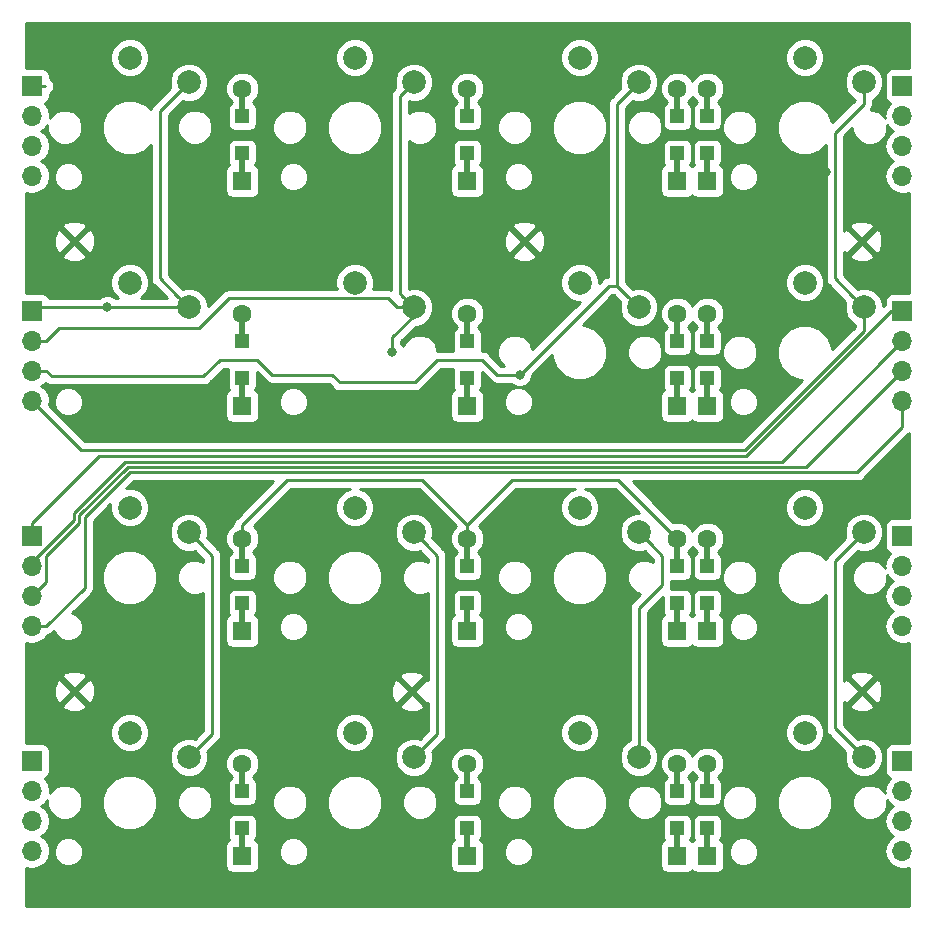
<source format=gbr>
G04 #@! TF.GenerationSoftware,KiCad,Pcbnew,(5.0.0)*
G04 #@! TF.CreationDate,2018-10-05T17:44:57-06:00*
G04 #@! TF.ProjectId,4x4_backpack,3478345F6261636B7061636B2E6B6963,rev?*
G04 #@! TF.SameCoordinates,Original*
G04 #@! TF.FileFunction,Copper,L2,Bot,Signal*
G04 #@! TF.FilePolarity,Positive*
%FSLAX46Y46*%
G04 Gerber Fmt 4.6, Leading zero omitted, Abs format (unit mm)*
G04 Created by KiCad (PCBNEW (5.0.0)) date 10/05/18 17:44:57*
%MOMM*%
%LPD*%
G01*
G04 APERTURE LIST*
G04 #@! TA.AperFunction,ComponentPad*
%ADD10R,1.700000X1.700000*%
G04 #@! TD*
G04 #@! TA.AperFunction,ComponentPad*
%ADD11O,1.700000X1.700000*%
G04 #@! TD*
G04 #@! TA.AperFunction,ComponentPad*
%ADD12C,1.600000*%
G04 #@! TD*
G04 #@! TA.AperFunction,ComponentPad*
%ADD13R,1.600000X1.600000*%
G04 #@! TD*
G04 #@! TA.AperFunction,Conductor*
%ADD14R,0.500000X2.500000*%
G04 #@! TD*
G04 #@! TA.AperFunction,SMDPad,CuDef*
%ADD15R,1.200000X1.200000*%
G04 #@! TD*
G04 #@! TA.AperFunction,ComponentPad*
%ADD16C,2.000000*%
G04 #@! TD*
G04 #@! TA.AperFunction,ViaPad*
%ADD17C,0.800000*%
G04 #@! TD*
G04 #@! TA.AperFunction,Conductor*
%ADD18C,0.250000*%
G04 #@! TD*
G04 #@! TA.AperFunction,Conductor*
%ADD19C,0.254000*%
G04 #@! TD*
G04 APERTURE END LIST*
D10*
G04 #@! TO.P,J1,1*
G04 #@! TO.N,ROW1*
X77470000Y-82232500D03*
D11*
G04 #@! TO.P,J1,2*
G04 #@! TO.N,ROW2*
X77470000Y-84772500D03*
G04 #@! TO.P,J1,3*
G04 #@! TO.N,ROW3*
X77470000Y-87312500D03*
G04 #@! TO.P,J1,4*
G04 #@! TO.N,ROW4*
X77470000Y-89852500D03*
G04 #@! TD*
G04 #@! TO.P,J2,4*
G04 #@! TO.N,COL4*
X77470000Y-108902500D03*
G04 #@! TO.P,J2,3*
G04 #@! TO.N,COL3*
X77470000Y-106362500D03*
G04 #@! TO.P,J2,2*
G04 #@! TO.N,COL2*
X77470000Y-103822500D03*
D10*
G04 #@! TO.P,J2,1*
G04 #@! TO.N,COL1*
X77470000Y-101282500D03*
G04 #@! TD*
G04 #@! TO.P,J3,1*
G04 #@! TO.N,COL5*
X77470000Y-120332500D03*
D11*
G04 #@! TO.P,J3,2*
G04 #@! TO.N,COL6*
X77470000Y-122872500D03*
G04 #@! TO.P,J3,3*
G04 #@! TO.N,COL7*
X77470000Y-125412500D03*
G04 #@! TO.P,J3,4*
G04 #@! TO.N,COL8*
X77470000Y-127952500D03*
G04 #@! TD*
G04 #@! TO.P,J4,4*
G04 #@! TO.N,COL12*
X77470000Y-147002500D03*
G04 #@! TO.P,J4,3*
G04 #@! TO.N,COL11*
X77470000Y-144462500D03*
G04 #@! TO.P,J4,2*
G04 #@! TO.N,COL10*
X77470000Y-141922500D03*
D10*
G04 #@! TO.P,J4,1*
G04 #@! TO.N,COL9*
X77470000Y-139382500D03*
G04 #@! TD*
G04 #@! TO.P,J5,1*
G04 #@! TO.N,ROW1*
X151130000Y-82232500D03*
D11*
G04 #@! TO.P,J5,2*
G04 #@! TO.N,ROW2*
X151130000Y-84772500D03*
G04 #@! TO.P,J5,3*
G04 #@! TO.N,ROW3*
X151130000Y-87312500D03*
G04 #@! TO.P,J5,4*
G04 #@! TO.N,ROW4*
X151130000Y-89852500D03*
G04 #@! TD*
G04 #@! TO.P,J6,4*
G04 #@! TO.N,COL8*
X151130000Y-108902500D03*
G04 #@! TO.P,J6,3*
G04 #@! TO.N,COL7*
X151130000Y-106362500D03*
G04 #@! TO.P,J6,2*
G04 #@! TO.N,COL6*
X151130000Y-103822500D03*
D10*
G04 #@! TO.P,J6,1*
G04 #@! TO.N,COL5*
X151130000Y-101282500D03*
G04 #@! TD*
G04 #@! TO.P,J7,1*
G04 #@! TO.N,COL9*
X151130000Y-120332500D03*
D11*
G04 #@! TO.P,J7,2*
G04 #@! TO.N,COL10*
X151130000Y-122872500D03*
G04 #@! TO.P,J7,3*
G04 #@! TO.N,COL11*
X151130000Y-125412500D03*
G04 #@! TO.P,J7,4*
G04 #@! TO.N,COL12*
X151130000Y-127952500D03*
G04 #@! TD*
G04 #@! TO.P,J8,4*
G04 #@! TO.N,N/C*
X151130000Y-147002500D03*
G04 #@! TO.P,J8,3*
X151130000Y-144462500D03*
G04 #@! TO.P,J8,2*
X151130000Y-141922500D03*
D10*
G04 #@! TO.P,J8,1*
X151130000Y-139382500D03*
G04 #@! TD*
D12*
G04 #@! TO.P,D1,2*
G04 #@! TO.N,ROW1*
X95250000Y-82460000D03*
D13*
G04 #@! TO.P,D1,1*
G04 #@! TO.N,Net-(D1-Pad1)*
X95250000Y-90260000D03*
D14*
G04 #@! TD*
G04 #@! TO.N,ROW1*
G04 #@! TO.C,D1*
X95250000Y-83660000D03*
D15*
G04 #@! TO.P,D1,2*
G04 #@! TO.N,ROW1*
X95250000Y-84785000D03*
G04 #@! TO.P,D1,1*
G04 #@! TO.N,Net-(D1-Pad1)*
X95250000Y-87935000D03*
D14*
G04 #@! TD*
G04 #@! TO.N,Net-(D1-Pad1)*
G04 #@! TO.C,D1*
X95250000Y-89060000D03*
D12*
G04 #@! TO.P,D2,2*
G04 #@! TO.N,ROW1*
X114300000Y-82460000D03*
D13*
G04 #@! TO.P,D2,1*
G04 #@! TO.N,Net-(D2-Pad1)*
X114300000Y-90260000D03*
D14*
G04 #@! TD*
G04 #@! TO.N,ROW1*
G04 #@! TO.C,D2*
X114300000Y-83660000D03*
D15*
G04 #@! TO.P,D2,2*
G04 #@! TO.N,ROW1*
X114300000Y-84785000D03*
G04 #@! TO.P,D2,1*
G04 #@! TO.N,Net-(D2-Pad1)*
X114300000Y-87935000D03*
D14*
G04 #@! TD*
G04 #@! TO.N,Net-(D2-Pad1)*
G04 #@! TO.C,D2*
X114300000Y-89060000D03*
G04 #@! TO.N,Net-(D3-Pad1)*
G04 #@! TO.C,D3*
X132080000Y-89060000D03*
D15*
G04 #@! TD*
G04 #@! TO.P,D3,1*
G04 #@! TO.N,Net-(D3-Pad1)*
X132080000Y-87935000D03*
G04 #@! TO.P,D3,2*
G04 #@! TO.N,ROW1*
X132080000Y-84785000D03*
D14*
G04 #@! TD*
G04 #@! TO.N,ROW1*
G04 #@! TO.C,D3*
X132080000Y-83660000D03*
D13*
G04 #@! TO.P,D3,1*
G04 #@! TO.N,Net-(D3-Pad1)*
X132080000Y-90260000D03*
D12*
G04 #@! TO.P,D3,2*
G04 #@! TO.N,ROW1*
X132080000Y-82460000D03*
G04 #@! TD*
D14*
G04 #@! TO.N,Net-(D4-Pad1)*
G04 #@! TO.C,D4*
X134620000Y-89060000D03*
D15*
G04 #@! TD*
G04 #@! TO.P,D4,1*
G04 #@! TO.N,Net-(D4-Pad1)*
X134620000Y-87935000D03*
G04 #@! TO.P,D4,2*
G04 #@! TO.N,ROW1*
X134620000Y-84785000D03*
D14*
G04 #@! TD*
G04 #@! TO.N,ROW1*
G04 #@! TO.C,D4*
X134620000Y-83660000D03*
D13*
G04 #@! TO.P,D4,1*
G04 #@! TO.N,Net-(D4-Pad1)*
X134620000Y-90260000D03*
D12*
G04 #@! TO.P,D4,2*
G04 #@! TO.N,ROW1*
X134620000Y-82460000D03*
G04 #@! TD*
G04 #@! TO.P,D5,2*
G04 #@! TO.N,ROW2*
X95250000Y-101510000D03*
D13*
G04 #@! TO.P,D5,1*
G04 #@! TO.N,Net-(D5-Pad1)*
X95250000Y-109310000D03*
D14*
G04 #@! TD*
G04 #@! TO.N,ROW2*
G04 #@! TO.C,D5*
X95250000Y-102710000D03*
D15*
G04 #@! TO.P,D5,2*
G04 #@! TO.N,ROW2*
X95250000Y-103835000D03*
G04 #@! TO.P,D5,1*
G04 #@! TO.N,Net-(D5-Pad1)*
X95250000Y-106985000D03*
D14*
G04 #@! TD*
G04 #@! TO.N,Net-(D5-Pad1)*
G04 #@! TO.C,D5*
X95250000Y-108110000D03*
G04 #@! TO.N,Net-(D6-Pad1)*
G04 #@! TO.C,D6*
X114300000Y-108110000D03*
D15*
G04 #@! TD*
G04 #@! TO.P,D6,1*
G04 #@! TO.N,Net-(D6-Pad1)*
X114300000Y-106985000D03*
G04 #@! TO.P,D6,2*
G04 #@! TO.N,ROW2*
X114300000Y-103835000D03*
D14*
G04 #@! TD*
G04 #@! TO.N,ROW2*
G04 #@! TO.C,D6*
X114300000Y-102710000D03*
D13*
G04 #@! TO.P,D6,1*
G04 #@! TO.N,Net-(D6-Pad1)*
X114300000Y-109310000D03*
D12*
G04 #@! TO.P,D6,2*
G04 #@! TO.N,ROW2*
X114300000Y-101510000D03*
G04 #@! TD*
G04 #@! TO.P,D7,2*
G04 #@! TO.N,ROW2*
X132080000Y-101510000D03*
D13*
G04 #@! TO.P,D7,1*
G04 #@! TO.N,Net-(D7-Pad1)*
X132080000Y-109310000D03*
D14*
G04 #@! TD*
G04 #@! TO.N,ROW2*
G04 #@! TO.C,D7*
X132080000Y-102710000D03*
D15*
G04 #@! TO.P,D7,2*
G04 #@! TO.N,ROW2*
X132080000Y-103835000D03*
G04 #@! TO.P,D7,1*
G04 #@! TO.N,Net-(D7-Pad1)*
X132080000Y-106985000D03*
D14*
G04 #@! TD*
G04 #@! TO.N,Net-(D7-Pad1)*
G04 #@! TO.C,D7*
X132080000Y-108110000D03*
G04 #@! TO.N,Net-(D8-Pad1)*
G04 #@! TO.C,D8*
X134620000Y-108110000D03*
D15*
G04 #@! TD*
G04 #@! TO.P,D8,1*
G04 #@! TO.N,Net-(D8-Pad1)*
X134620000Y-106985000D03*
G04 #@! TO.P,D8,2*
G04 #@! TO.N,ROW2*
X134620000Y-103835000D03*
D14*
G04 #@! TD*
G04 #@! TO.N,ROW2*
G04 #@! TO.C,D8*
X134620000Y-102710000D03*
D13*
G04 #@! TO.P,D8,1*
G04 #@! TO.N,Net-(D8-Pad1)*
X134620000Y-109310000D03*
D12*
G04 #@! TO.P,D8,2*
G04 #@! TO.N,ROW2*
X134620000Y-101510000D03*
G04 #@! TD*
D14*
G04 #@! TO.N,Net-(D9-Pad1)*
G04 #@! TO.C,D9*
X95250000Y-127160000D03*
D15*
G04 #@! TD*
G04 #@! TO.P,D9,1*
G04 #@! TO.N,Net-(D9-Pad1)*
X95250000Y-126035000D03*
G04 #@! TO.P,D9,2*
G04 #@! TO.N,ROW3*
X95250000Y-122885000D03*
D14*
G04 #@! TD*
G04 #@! TO.N,ROW3*
G04 #@! TO.C,D9*
X95250000Y-121760000D03*
D13*
G04 #@! TO.P,D9,1*
G04 #@! TO.N,Net-(D9-Pad1)*
X95250000Y-128360000D03*
D12*
G04 #@! TO.P,D9,2*
G04 #@! TO.N,ROW3*
X95250000Y-120560000D03*
G04 #@! TD*
G04 #@! TO.P,D10,2*
G04 #@! TO.N,ROW3*
X114300000Y-120560000D03*
D13*
G04 #@! TO.P,D10,1*
G04 #@! TO.N,Net-(D10-Pad1)*
X114300000Y-128360000D03*
D14*
G04 #@! TD*
G04 #@! TO.N,ROW3*
G04 #@! TO.C,D10*
X114300000Y-121760000D03*
D15*
G04 #@! TO.P,D10,2*
G04 #@! TO.N,ROW3*
X114300000Y-122885000D03*
G04 #@! TO.P,D10,1*
G04 #@! TO.N,Net-(D10-Pad1)*
X114300000Y-126035000D03*
D14*
G04 #@! TD*
G04 #@! TO.N,Net-(D10-Pad1)*
G04 #@! TO.C,D10*
X114300000Y-127160000D03*
G04 #@! TO.N,Net-(D11-Pad1)*
G04 #@! TO.C,D11*
X132080000Y-127160000D03*
D15*
G04 #@! TD*
G04 #@! TO.P,D11,1*
G04 #@! TO.N,Net-(D11-Pad1)*
X132080000Y-126035000D03*
G04 #@! TO.P,D11,2*
G04 #@! TO.N,ROW3*
X132080000Y-122885000D03*
D14*
G04 #@! TD*
G04 #@! TO.N,ROW3*
G04 #@! TO.C,D11*
X132080000Y-121760000D03*
D13*
G04 #@! TO.P,D11,1*
G04 #@! TO.N,Net-(D11-Pad1)*
X132080000Y-128360000D03*
D12*
G04 #@! TO.P,D11,2*
G04 #@! TO.N,ROW3*
X132080000Y-120560000D03*
G04 #@! TD*
G04 #@! TO.P,D12,2*
G04 #@! TO.N,ROW3*
X134620000Y-120560000D03*
D13*
G04 #@! TO.P,D12,1*
G04 #@! TO.N,Net-(D12-Pad1)*
X134620000Y-128360000D03*
D14*
G04 #@! TD*
G04 #@! TO.N,ROW3*
G04 #@! TO.C,D12*
X134620000Y-121760000D03*
D15*
G04 #@! TO.P,D12,2*
G04 #@! TO.N,ROW3*
X134620000Y-122885000D03*
G04 #@! TO.P,D12,1*
G04 #@! TO.N,Net-(D12-Pad1)*
X134620000Y-126035000D03*
D14*
G04 #@! TD*
G04 #@! TO.N,Net-(D12-Pad1)*
G04 #@! TO.C,D12*
X134620000Y-127160000D03*
D12*
G04 #@! TO.P,D13,2*
G04 #@! TO.N,ROW4*
X95250000Y-139610000D03*
D13*
G04 #@! TO.P,D13,1*
G04 #@! TO.N,Net-(D13-Pad1)*
X95250000Y-147410000D03*
D14*
G04 #@! TD*
G04 #@! TO.N,ROW4*
G04 #@! TO.C,D13*
X95250000Y-140810000D03*
D15*
G04 #@! TO.P,D13,2*
G04 #@! TO.N,ROW4*
X95250000Y-141935000D03*
G04 #@! TO.P,D13,1*
G04 #@! TO.N,Net-(D13-Pad1)*
X95250000Y-145085000D03*
D14*
G04 #@! TD*
G04 #@! TO.N,Net-(D13-Pad1)*
G04 #@! TO.C,D13*
X95250000Y-146210000D03*
G04 #@! TO.N,Net-(D14-Pad1)*
G04 #@! TO.C,D14*
X114300000Y-146210000D03*
D15*
G04 #@! TD*
G04 #@! TO.P,D14,1*
G04 #@! TO.N,Net-(D14-Pad1)*
X114300000Y-145085000D03*
G04 #@! TO.P,D14,2*
G04 #@! TO.N,ROW4*
X114300000Y-141935000D03*
D14*
G04 #@! TD*
G04 #@! TO.N,ROW4*
G04 #@! TO.C,D14*
X114300000Y-140810000D03*
D13*
G04 #@! TO.P,D14,1*
G04 #@! TO.N,Net-(D14-Pad1)*
X114300000Y-147410000D03*
D12*
G04 #@! TO.P,D14,2*
G04 #@! TO.N,ROW4*
X114300000Y-139610000D03*
G04 #@! TD*
D14*
G04 #@! TO.N,Net-(D15-Pad1)*
G04 #@! TO.C,D15*
X132080000Y-146210000D03*
D15*
G04 #@! TD*
G04 #@! TO.P,D15,1*
G04 #@! TO.N,Net-(D15-Pad1)*
X132080000Y-145085000D03*
G04 #@! TO.P,D15,2*
G04 #@! TO.N,ROW4*
X132080000Y-141935000D03*
D14*
G04 #@! TD*
G04 #@! TO.N,ROW4*
G04 #@! TO.C,D15*
X132080000Y-140810000D03*
D13*
G04 #@! TO.P,D15,1*
G04 #@! TO.N,Net-(D15-Pad1)*
X132080000Y-147410000D03*
D12*
G04 #@! TO.P,D15,2*
G04 #@! TO.N,ROW4*
X132080000Y-139610000D03*
G04 #@! TD*
G04 #@! TO.P,D16,2*
G04 #@! TO.N,ROW4*
X134620000Y-139610000D03*
D13*
G04 #@! TO.P,D16,1*
G04 #@! TO.N,Net-(D16-Pad1)*
X134620000Y-147410000D03*
D14*
G04 #@! TD*
G04 #@! TO.N,ROW4*
G04 #@! TO.C,D16*
X134620000Y-140810000D03*
D15*
G04 #@! TO.P,D16,2*
G04 #@! TO.N,ROW4*
X134620000Y-141935000D03*
G04 #@! TO.P,D16,1*
G04 #@! TO.N,Net-(D16-Pad1)*
X134620000Y-145085000D03*
D14*
G04 #@! TD*
G04 #@! TO.N,Net-(D16-Pad1)*
G04 #@! TO.C,D16*
X134620000Y-146210000D03*
D16*
G04 #@! TO.P,S1,1*
G04 #@! TO.N,Net-(D1-Pad1)*
X85725000Y-79825000D03*
G04 #@! TO.P,S1,2*
G04 #@! TO.N,COL1*
X90725000Y-81925000D03*
G04 #@! TD*
G04 #@! TO.P,S2,2*
G04 #@! TO.N,COL2*
X109775000Y-81925000D03*
G04 #@! TO.P,S2,1*
G04 #@! TO.N,Net-(D2-Pad1)*
X104775000Y-79825000D03*
G04 #@! TD*
G04 #@! TO.P,S3,1*
G04 #@! TO.N,Net-(D3-Pad1)*
X123825000Y-79825000D03*
G04 #@! TO.P,S3,2*
G04 #@! TO.N,COL3*
X128825000Y-81925000D03*
G04 #@! TD*
G04 #@! TO.P,S4,2*
G04 #@! TO.N,COL4*
X147875000Y-81925000D03*
G04 #@! TO.P,S4,1*
G04 #@! TO.N,Net-(D4-Pad1)*
X142875000Y-79825000D03*
G04 #@! TD*
G04 #@! TO.P,S5,2*
G04 #@! TO.N,COL1*
X90725000Y-100975000D03*
G04 #@! TO.P,S5,1*
G04 #@! TO.N,Net-(D5-Pad1)*
X85725000Y-98875000D03*
G04 #@! TD*
G04 #@! TO.P,S6,1*
G04 #@! TO.N,Net-(D6-Pad1)*
X104775000Y-98875000D03*
G04 #@! TO.P,S6,2*
G04 #@! TO.N,COL2*
X109775000Y-100975000D03*
G04 #@! TD*
G04 #@! TO.P,S7,1*
G04 #@! TO.N,Net-(D7-Pad1)*
X123825000Y-98875000D03*
G04 #@! TO.P,S7,2*
G04 #@! TO.N,COL3*
X128825000Y-100975000D03*
G04 #@! TD*
G04 #@! TO.P,S8,2*
G04 #@! TO.N,COL4*
X147875000Y-100975000D03*
G04 #@! TO.P,S8,1*
G04 #@! TO.N,Net-(D8-Pad1)*
X142875000Y-98875000D03*
G04 #@! TD*
G04 #@! TO.P,S9,2*
G04 #@! TO.N,COL1*
X90725000Y-120025000D03*
G04 #@! TO.P,S9,1*
G04 #@! TO.N,Net-(D9-Pad1)*
X85725000Y-117925000D03*
G04 #@! TD*
G04 #@! TO.P,S10,1*
G04 #@! TO.N,Net-(D10-Pad1)*
X104775000Y-117925000D03*
G04 #@! TO.P,S10,2*
G04 #@! TO.N,COL2*
X109775000Y-120025000D03*
G04 #@! TD*
G04 #@! TO.P,S11,1*
G04 #@! TO.N,Net-(D11-Pad1)*
X123825000Y-117925000D03*
G04 #@! TO.P,S11,2*
G04 #@! TO.N,COL3*
X128825000Y-120025000D03*
G04 #@! TD*
G04 #@! TO.P,S12,1*
G04 #@! TO.N,Net-(D12-Pad1)*
X142875000Y-117925000D03*
G04 #@! TO.P,S12,2*
G04 #@! TO.N,COL4*
X147875000Y-120025000D03*
G04 #@! TD*
G04 #@! TO.P,S13,2*
G04 #@! TO.N,COL1*
X90725000Y-139075000D03*
G04 #@! TO.P,S13,1*
G04 #@! TO.N,Net-(D13-Pad1)*
X85725000Y-136975000D03*
G04 #@! TD*
G04 #@! TO.P,S14,2*
G04 #@! TO.N,COL2*
X109775000Y-139075000D03*
G04 #@! TO.P,S14,1*
G04 #@! TO.N,Net-(D14-Pad1)*
X104775000Y-136975000D03*
G04 #@! TD*
G04 #@! TO.P,S15,1*
G04 #@! TO.N,Net-(D15-Pad1)*
X123825000Y-136975000D03*
G04 #@! TO.P,S15,2*
G04 #@! TO.N,COL3*
X128825000Y-139075000D03*
G04 #@! TD*
G04 #@! TO.P,S16,2*
G04 #@! TO.N,COL4*
X147875000Y-139075000D03*
G04 #@! TO.P,S16,1*
G04 #@! TO.N,Net-(D16-Pad1)*
X142875000Y-136975000D03*
G04 #@! TD*
D17*
G04 #@! TO.N,GND*
X142240000Y-146685000D03*
X126365000Y-146685000D03*
X107950000Y-146050000D03*
X85090000Y-146685000D03*
X138430000Y-118745000D03*
X138430000Y-100330000D03*
X83185000Y-90170000D03*
X85725000Y-109855000D03*
X140335000Y-136525000D03*
X139700000Y-140335000D03*
X144145000Y-139700000D03*
X147955000Y-147320000D03*
X94615000Y-78105000D03*
X132715000Y-78740000D03*
X107950000Y-80010000D03*
X89535000Y-80010000D03*
X126365000Y-80010000D03*
X139065000Y-80645000D03*
X149860000Y-92710000D03*
X149225000Y-116840000D03*
X120650000Y-111760000D03*
X121285000Y-117475000D03*
X104775000Y-111760000D03*
X100965000Y-117475000D03*
X144689990Y-89535000D03*
G04 #@! TO.N,COL3*
X118745000Y-106680000D03*
G04 #@! TO.N,COL2*
X107950000Y-104775000D03*
G04 #@! TO.N,COL1*
X83820000Y-100965000D03*
G04 #@! TD*
D18*
G04 #@! TO.N,ROW1*
X77470000Y-82232500D02*
X78570000Y-82232500D01*
G04 #@! TO.N,ROW3*
X114300000Y-119380000D02*
X114300000Y-121760000D01*
X127090000Y-115570000D02*
X132080000Y-120560000D01*
X118110000Y-115570000D02*
X127090000Y-115570000D01*
X114300000Y-120560000D02*
X114300000Y-119380000D01*
X114300000Y-119380000D02*
X118110000Y-115570000D01*
X110490000Y-115570000D02*
X114300000Y-119380000D01*
X99060000Y-115570000D02*
X110490000Y-115570000D01*
X95250000Y-120560000D02*
X95250000Y-119380000D01*
X95250000Y-119380000D02*
X99060000Y-115570000D01*
G04 #@! TO.N,COL5*
X83117533Y-113584967D02*
X77470000Y-119232500D01*
X77470000Y-119232500D02*
X77470000Y-120332500D01*
X137876443Y-113584967D02*
X83117533Y-113584967D01*
X150178910Y-101282500D02*
X137876443Y-113584967D01*
X151130000Y-101282500D02*
X150178910Y-101282500D01*
G04 #@! TO.N,COL6*
X81014978Y-119008612D02*
X81014978Y-118372200D01*
X150280001Y-104672499D02*
X151130000Y-103822500D01*
X85352200Y-114034978D02*
X140917522Y-114034978D01*
X140917522Y-114034978D02*
X150280001Y-104672499D01*
X81014978Y-118372200D02*
X85352200Y-114034978D01*
X77470000Y-122553590D02*
X81014978Y-119008612D01*
X77470000Y-122872500D02*
X77470000Y-122553590D01*
G04 #@! TO.N,COL7*
X78645001Y-122014999D02*
X78645001Y-124237499D01*
X151130000Y-106362500D02*
X143007511Y-114484989D01*
X143007511Y-114484989D02*
X85538600Y-114484989D01*
X78319999Y-124562501D02*
X77470000Y-125412500D01*
X81464989Y-118558600D02*
X81464989Y-119195011D01*
X81464989Y-119195011D02*
X78645001Y-122014999D01*
X85538600Y-114484989D02*
X81464989Y-118558600D01*
X78645001Y-124237499D02*
X78319999Y-124562501D01*
G04 #@! TO.N,COL8*
X151130000Y-111125000D02*
X151130000Y-108902500D01*
X81915000Y-124709581D02*
X81915000Y-118745000D01*
X77470000Y-127952500D02*
X78672081Y-127952500D01*
X147320000Y-114935000D02*
X151130000Y-111125000D01*
X85725000Y-114935000D02*
X147320000Y-114935000D01*
X78672081Y-127952500D02*
X81915000Y-124709581D01*
X81915000Y-118745000D02*
X85725000Y-114935000D01*
G04 #@! TO.N,COL4*
X146875001Y-121024999D02*
X147875000Y-120025000D01*
X145415000Y-122485000D02*
X146875001Y-121024999D01*
X145415000Y-136615000D02*
X145415000Y-122485000D01*
X147875000Y-139075000D02*
X145415000Y-136615000D01*
X146875001Y-99975001D02*
X147875000Y-100975000D01*
X145415000Y-98515000D02*
X146875001Y-99975001D01*
X145415000Y-86182002D02*
X145415000Y-98515000D01*
X147875000Y-83722002D02*
X145415000Y-86182002D01*
X147875000Y-81925000D02*
X147875000Y-83722002D01*
X147875000Y-102389213D02*
X147875000Y-100975000D01*
X147875000Y-102950000D02*
X147875000Y-102389213D01*
X81597500Y-113030000D02*
X137795000Y-113030000D01*
X137795000Y-113030000D02*
X147875000Y-102950000D01*
X77470000Y-108902500D02*
X81597500Y-113030000D01*
G04 #@! TO.N,COL3*
X127825001Y-99975001D02*
X128825000Y-100975000D01*
X127000000Y-99150000D02*
X127825001Y-99975001D01*
X127000000Y-83750000D02*
X127000000Y-99150000D01*
X128825000Y-81925000D02*
X127000000Y-83750000D01*
X126275000Y-99150000D02*
X127000000Y-99150000D01*
X118745000Y-106680000D02*
X126275000Y-99150000D01*
X129824999Y-121024999D02*
X128825000Y-120025000D01*
X130810000Y-122010000D02*
X129824999Y-121024999D01*
X130810000Y-124460000D02*
X130810000Y-122010000D01*
X128825000Y-139075000D02*
X128825000Y-126445000D01*
X128825000Y-126445000D02*
X130810000Y-124460000D01*
X115570000Y-105410000D02*
X116840000Y-106680000D01*
X103505000Y-107315000D02*
X109855000Y-107315000D01*
X111760000Y-105410000D02*
X115570000Y-105410000D01*
X102870000Y-106680000D02*
X103505000Y-107315000D01*
X109855000Y-107315000D02*
X111760000Y-105410000D01*
X97790000Y-106680000D02*
X102870000Y-106680000D01*
X78672081Y-106362500D02*
X79109582Y-106800001D01*
X77470000Y-106362500D02*
X78672081Y-106362500D01*
X116840000Y-106680000D02*
X118745000Y-106680000D01*
X79109582Y-106800001D02*
X91954999Y-106800001D01*
X91954999Y-106800001D02*
X93345000Y-105410000D01*
X93345000Y-105410000D02*
X96520000Y-105410000D01*
X96520000Y-105410000D02*
X97790000Y-106680000D01*
G04 #@! TO.N,COL2*
X108775001Y-99975001D02*
X109775000Y-100975000D01*
X108585000Y-99785000D02*
X108775001Y-99975001D01*
X108585000Y-83115000D02*
X108585000Y-99785000D01*
X109775000Y-81925000D02*
X108585000Y-83115000D01*
X77470000Y-103822500D02*
X78672081Y-103822500D01*
X78672081Y-103822500D02*
X79744582Y-102749999D01*
X79744582Y-102749999D02*
X91560001Y-102749999D01*
X91560001Y-102749999D02*
X94109999Y-100200001D01*
X94109999Y-100200001D02*
X107585788Y-100200001D01*
X108360787Y-100975000D02*
X109775000Y-100975000D01*
X107585788Y-100200001D02*
X108360787Y-100975000D01*
X109775000Y-101680000D02*
X109775000Y-100975000D01*
X107950000Y-104775000D02*
X107950000Y-103505000D01*
X107950000Y-103505000D02*
X109775000Y-101680000D01*
X110774999Y-121024999D02*
X109775000Y-120025000D01*
X111760000Y-122010000D02*
X110774999Y-121024999D01*
X109775000Y-139075000D02*
X111760000Y-137090000D01*
X111760000Y-137090000D02*
X111760000Y-122010000D01*
G04 #@! TO.N,COL1*
X89725001Y-99975001D02*
X90725000Y-100975000D01*
X88265000Y-98515000D02*
X89725001Y-99975001D01*
X88265000Y-84385000D02*
X88265000Y-98515000D01*
X90725000Y-81925000D02*
X88265000Y-84385000D01*
X90715000Y-100965000D02*
X90725000Y-100975000D01*
X77470000Y-101282500D02*
X77787500Y-100965000D01*
X77787500Y-100965000D02*
X90715000Y-100965000D01*
X90715000Y-100965000D02*
X83820000Y-100965000D01*
X91724999Y-121024999D02*
X90725000Y-120025000D01*
X92710000Y-122010000D02*
X91724999Y-121024999D01*
X90725000Y-139075000D02*
X92710000Y-137090000D01*
X92710000Y-137090000D02*
X92710000Y-122010000D01*
G04 #@! TD*
D19*
G04 #@! TO.N,GND*
G36*
X151690000Y-118835060D02*
X150280000Y-118835060D01*
X150032235Y-118884343D01*
X149822191Y-119024691D01*
X149681843Y-119234735D01*
X149632560Y-119482500D01*
X149632560Y-121182500D01*
X149681843Y-121430265D01*
X149822191Y-121640309D01*
X150032235Y-121780657D01*
X150077619Y-121789684D01*
X150059375Y-121801875D01*
X149731161Y-122293082D01*
X149615908Y-122872500D01*
X149641863Y-123002987D01*
X149633922Y-122983815D01*
X149216185Y-122566078D01*
X148670385Y-122340000D01*
X148079615Y-122340000D01*
X147533815Y-122566078D01*
X147116078Y-122983815D01*
X146890000Y-123529615D01*
X146890000Y-124120385D01*
X147116078Y-124666185D01*
X147533815Y-125083922D01*
X148079615Y-125310000D01*
X148670385Y-125310000D01*
X149216185Y-125083922D01*
X149633922Y-124666185D01*
X149860000Y-124120385D01*
X149860000Y-123644739D01*
X150059375Y-123943125D01*
X150357761Y-124142500D01*
X150059375Y-124341875D01*
X149731161Y-124833082D01*
X149615908Y-125412500D01*
X149731161Y-125991918D01*
X150059375Y-126483125D01*
X150357761Y-126682500D01*
X150059375Y-126881875D01*
X149731161Y-127373082D01*
X149615908Y-127952500D01*
X149731161Y-128531918D01*
X150059375Y-129023125D01*
X150550582Y-129351339D01*
X150983744Y-129437500D01*
X151276256Y-129437500D01*
X151690000Y-129355201D01*
X151690000Y-137885060D01*
X150280000Y-137885060D01*
X150032235Y-137934343D01*
X149822191Y-138074691D01*
X149681843Y-138284735D01*
X149632560Y-138532500D01*
X149632560Y-140232500D01*
X149681843Y-140480265D01*
X149822191Y-140690309D01*
X150032235Y-140830657D01*
X150077619Y-140839684D01*
X150059375Y-140851875D01*
X149731161Y-141343082D01*
X149615908Y-141922500D01*
X149641863Y-142052987D01*
X149633922Y-142033815D01*
X149216185Y-141616078D01*
X148670385Y-141390000D01*
X148079615Y-141390000D01*
X147533815Y-141616078D01*
X147116078Y-142033815D01*
X146890000Y-142579615D01*
X146890000Y-143170385D01*
X147116078Y-143716185D01*
X147533815Y-144133922D01*
X148079615Y-144360000D01*
X148670385Y-144360000D01*
X149216185Y-144133922D01*
X149633922Y-143716185D01*
X149860000Y-143170385D01*
X149860000Y-142694739D01*
X150059375Y-142993125D01*
X150357761Y-143192500D01*
X150059375Y-143391875D01*
X149731161Y-143883082D01*
X149615908Y-144462500D01*
X149731161Y-145041918D01*
X150059375Y-145533125D01*
X150357761Y-145732500D01*
X150059375Y-145931875D01*
X149731161Y-146423082D01*
X149615908Y-147002500D01*
X149731161Y-147581918D01*
X150059375Y-148073125D01*
X150550582Y-148401339D01*
X150983744Y-148487500D01*
X151276256Y-148487500D01*
X151690000Y-148405201D01*
X151690000Y-151690000D01*
X76910000Y-151690000D01*
X76910000Y-148405201D01*
X77323744Y-148487500D01*
X77616256Y-148487500D01*
X78049418Y-148401339D01*
X78540625Y-148073125D01*
X78868839Y-147581918D01*
X78984092Y-147002500D01*
X78949650Y-146829343D01*
X79270000Y-146829343D01*
X79270000Y-147320657D01*
X79458018Y-147774571D01*
X79805429Y-148121982D01*
X80259343Y-148310000D01*
X80750657Y-148310000D01*
X81204571Y-148121982D01*
X81551982Y-147774571D01*
X81740000Y-147320657D01*
X81740000Y-146829343D01*
X81649145Y-146610000D01*
X93802560Y-146610000D01*
X93802560Y-148210000D01*
X93851843Y-148457765D01*
X93992191Y-148667809D01*
X94202235Y-148808157D01*
X94450000Y-148857440D01*
X96050000Y-148857440D01*
X96297765Y-148808157D01*
X96507809Y-148667809D01*
X96648157Y-148457765D01*
X96697440Y-148210000D01*
X96697440Y-146829343D01*
X98320000Y-146829343D01*
X98320000Y-147320657D01*
X98508018Y-147774571D01*
X98855429Y-148121982D01*
X99309343Y-148310000D01*
X99800657Y-148310000D01*
X100254571Y-148121982D01*
X100601982Y-147774571D01*
X100790000Y-147320657D01*
X100790000Y-146829343D01*
X100699145Y-146610000D01*
X112852560Y-146610000D01*
X112852560Y-148210000D01*
X112901843Y-148457765D01*
X113042191Y-148667809D01*
X113252235Y-148808157D01*
X113500000Y-148857440D01*
X115100000Y-148857440D01*
X115347765Y-148808157D01*
X115557809Y-148667809D01*
X115698157Y-148457765D01*
X115747440Y-148210000D01*
X115747440Y-146829343D01*
X117370000Y-146829343D01*
X117370000Y-147320657D01*
X117558018Y-147774571D01*
X117905429Y-148121982D01*
X118359343Y-148310000D01*
X118850657Y-148310000D01*
X119304571Y-148121982D01*
X119651982Y-147774571D01*
X119840000Y-147320657D01*
X119840000Y-146829343D01*
X119749145Y-146610000D01*
X130632560Y-146610000D01*
X130632560Y-148210000D01*
X130681843Y-148457765D01*
X130822191Y-148667809D01*
X131032235Y-148808157D01*
X131280000Y-148857440D01*
X132880000Y-148857440D01*
X133127765Y-148808157D01*
X133337809Y-148667809D01*
X133350000Y-148649564D01*
X133362191Y-148667809D01*
X133572235Y-148808157D01*
X133820000Y-148857440D01*
X135420000Y-148857440D01*
X135667765Y-148808157D01*
X135877809Y-148667809D01*
X136018157Y-148457765D01*
X136067440Y-148210000D01*
X136067440Y-146829343D01*
X136420000Y-146829343D01*
X136420000Y-147320657D01*
X136608018Y-147774571D01*
X136955429Y-148121982D01*
X137409343Y-148310000D01*
X137900657Y-148310000D01*
X138354571Y-148121982D01*
X138701982Y-147774571D01*
X138890000Y-147320657D01*
X138890000Y-146829343D01*
X138701982Y-146375429D01*
X138354571Y-146028018D01*
X137900657Y-145840000D01*
X137409343Y-145840000D01*
X136955429Y-146028018D01*
X136608018Y-146375429D01*
X136420000Y-146829343D01*
X136067440Y-146829343D01*
X136067440Y-146610000D01*
X136018157Y-146362235D01*
X135877809Y-146152191D01*
X135735207Y-146056907D01*
X135818157Y-145932765D01*
X135867440Y-145685000D01*
X135867440Y-144485000D01*
X135818157Y-144237235D01*
X135677809Y-144027191D01*
X135467765Y-143886843D01*
X135220000Y-143837560D01*
X134020000Y-143837560D01*
X133772235Y-143886843D01*
X133562191Y-144027191D01*
X133421843Y-144237235D01*
X133372560Y-144485000D01*
X133372560Y-145685000D01*
X133421843Y-145932765D01*
X133504793Y-146056907D01*
X133362191Y-146152191D01*
X133350000Y-146170436D01*
X133337809Y-146152191D01*
X133195207Y-146056907D01*
X133278157Y-145932765D01*
X133327440Y-145685000D01*
X133327440Y-144485000D01*
X133278157Y-144237235D01*
X133137809Y-144027191D01*
X132927765Y-143886843D01*
X132680000Y-143837560D01*
X131480000Y-143837560D01*
X131232235Y-143886843D01*
X131022191Y-144027191D01*
X130881843Y-144237235D01*
X130832560Y-144485000D01*
X130832560Y-145685000D01*
X130881843Y-145932765D01*
X130964793Y-146056907D01*
X130822191Y-146152191D01*
X130681843Y-146362235D01*
X130632560Y-146610000D01*
X119749145Y-146610000D01*
X119651982Y-146375429D01*
X119304571Y-146028018D01*
X118850657Y-145840000D01*
X118359343Y-145840000D01*
X117905429Y-146028018D01*
X117558018Y-146375429D01*
X117370000Y-146829343D01*
X115747440Y-146829343D01*
X115747440Y-146610000D01*
X115698157Y-146362235D01*
X115557809Y-146152191D01*
X115415207Y-146056907D01*
X115498157Y-145932765D01*
X115547440Y-145685000D01*
X115547440Y-144485000D01*
X115498157Y-144237235D01*
X115357809Y-144027191D01*
X115147765Y-143886843D01*
X114900000Y-143837560D01*
X113700000Y-143837560D01*
X113452235Y-143886843D01*
X113242191Y-144027191D01*
X113101843Y-144237235D01*
X113052560Y-144485000D01*
X113052560Y-145685000D01*
X113101843Y-145932765D01*
X113184793Y-146056907D01*
X113042191Y-146152191D01*
X112901843Y-146362235D01*
X112852560Y-146610000D01*
X100699145Y-146610000D01*
X100601982Y-146375429D01*
X100254571Y-146028018D01*
X99800657Y-145840000D01*
X99309343Y-145840000D01*
X98855429Y-146028018D01*
X98508018Y-146375429D01*
X98320000Y-146829343D01*
X96697440Y-146829343D01*
X96697440Y-146610000D01*
X96648157Y-146362235D01*
X96507809Y-146152191D01*
X96365207Y-146056907D01*
X96448157Y-145932765D01*
X96497440Y-145685000D01*
X96497440Y-144485000D01*
X96448157Y-144237235D01*
X96307809Y-144027191D01*
X96097765Y-143886843D01*
X95850000Y-143837560D01*
X94650000Y-143837560D01*
X94402235Y-143886843D01*
X94192191Y-144027191D01*
X94051843Y-144237235D01*
X94002560Y-144485000D01*
X94002560Y-145685000D01*
X94051843Y-145932765D01*
X94134793Y-146056907D01*
X93992191Y-146152191D01*
X93851843Y-146362235D01*
X93802560Y-146610000D01*
X81649145Y-146610000D01*
X81551982Y-146375429D01*
X81204571Y-146028018D01*
X80750657Y-145840000D01*
X80259343Y-145840000D01*
X79805429Y-146028018D01*
X79458018Y-146375429D01*
X79270000Y-146829343D01*
X78949650Y-146829343D01*
X78868839Y-146423082D01*
X78540625Y-145931875D01*
X78242239Y-145732500D01*
X78540625Y-145533125D01*
X78868839Y-145041918D01*
X78984092Y-144462500D01*
X78868839Y-143883082D01*
X78540625Y-143391875D01*
X78242239Y-143192500D01*
X78540625Y-142993125D01*
X78740000Y-142694739D01*
X78740000Y-143170385D01*
X78966078Y-143716185D01*
X79383815Y-144133922D01*
X79929615Y-144360000D01*
X80520385Y-144360000D01*
X81066185Y-144133922D01*
X81483922Y-143716185D01*
X81710000Y-143170385D01*
X81710000Y-142579615D01*
X81639967Y-142410540D01*
X83390000Y-142410540D01*
X83390000Y-143339460D01*
X83745483Y-144197671D01*
X84402329Y-144854517D01*
X85260540Y-145210000D01*
X86189460Y-145210000D01*
X87047671Y-144854517D01*
X87704517Y-144197671D01*
X88060000Y-143339460D01*
X88060000Y-142579615D01*
X89740000Y-142579615D01*
X89740000Y-143170385D01*
X89966078Y-143716185D01*
X90383815Y-144133922D01*
X90929615Y-144360000D01*
X91520385Y-144360000D01*
X92066185Y-144133922D01*
X92483922Y-143716185D01*
X92710000Y-143170385D01*
X92710000Y-142579615D01*
X92483922Y-142033815D01*
X92066185Y-141616078D01*
X91520385Y-141390000D01*
X90929615Y-141390000D01*
X90383815Y-141616078D01*
X89966078Y-142033815D01*
X89740000Y-142579615D01*
X88060000Y-142579615D01*
X88060000Y-142410540D01*
X87704517Y-141552329D01*
X87047671Y-140895483D01*
X86189460Y-140540000D01*
X85260540Y-140540000D01*
X84402329Y-140895483D01*
X83745483Y-141552329D01*
X83390000Y-142410540D01*
X81639967Y-142410540D01*
X81483922Y-142033815D01*
X81066185Y-141616078D01*
X80520385Y-141390000D01*
X79929615Y-141390000D01*
X79383815Y-141616078D01*
X78966078Y-142033815D01*
X78958137Y-142052987D01*
X78984092Y-141922500D01*
X78868839Y-141343082D01*
X78540625Y-140851875D01*
X78522381Y-140839684D01*
X78567765Y-140830657D01*
X78777809Y-140690309D01*
X78918157Y-140480265D01*
X78967440Y-140232500D01*
X78967440Y-138532500D01*
X78918157Y-138284735D01*
X78777809Y-138074691D01*
X78567765Y-137934343D01*
X78320000Y-137885060D01*
X76910000Y-137885060D01*
X76910000Y-136649778D01*
X84090000Y-136649778D01*
X84090000Y-137300222D01*
X84338914Y-137901153D01*
X84798847Y-138361086D01*
X85399778Y-138610000D01*
X86050222Y-138610000D01*
X86651153Y-138361086D01*
X87111086Y-137901153D01*
X87360000Y-137300222D01*
X87360000Y-136649778D01*
X87111086Y-136048847D01*
X86651153Y-135588914D01*
X86050222Y-135340000D01*
X85399778Y-135340000D01*
X84798847Y-135588914D01*
X84338914Y-136048847D01*
X84090000Y-136649778D01*
X76910000Y-136649778D01*
X76910000Y-134701868D01*
X79980737Y-134701868D01*
X80091641Y-134979099D01*
X80737593Y-135222323D01*
X81427453Y-135199836D01*
X81960359Y-134979099D01*
X82071263Y-134701868D01*
X81026000Y-133656605D01*
X79980737Y-134701868D01*
X76910000Y-134701868D01*
X76910000Y-133188593D01*
X79280677Y-133188593D01*
X79303164Y-133878453D01*
X79523901Y-134411359D01*
X79801132Y-134522263D01*
X80846395Y-133477000D01*
X81205605Y-133477000D01*
X82250868Y-134522263D01*
X82528099Y-134411359D01*
X82771323Y-133765407D01*
X82748836Y-133075547D01*
X82528099Y-132542641D01*
X82250868Y-132431737D01*
X81205605Y-133477000D01*
X80846395Y-133477000D01*
X79801132Y-132431737D01*
X79523901Y-132542641D01*
X79280677Y-133188593D01*
X76910000Y-133188593D01*
X76910000Y-132252132D01*
X79980737Y-132252132D01*
X81026000Y-133297395D01*
X82071263Y-132252132D01*
X81960359Y-131974901D01*
X81314407Y-131731677D01*
X80624547Y-131754164D01*
X80091641Y-131974901D01*
X79980737Y-132252132D01*
X76910000Y-132252132D01*
X76910000Y-129355201D01*
X77323744Y-129437500D01*
X77616256Y-129437500D01*
X78049418Y-129351339D01*
X78540625Y-129023125D01*
X78748369Y-128712214D01*
X78968618Y-128668404D01*
X79220010Y-128500429D01*
X79262412Y-128436970D01*
X79316490Y-128382892D01*
X79458018Y-128724571D01*
X79805429Y-129071982D01*
X80259343Y-129260000D01*
X80750657Y-129260000D01*
X81204571Y-129071982D01*
X81551982Y-128724571D01*
X81740000Y-128270657D01*
X81740000Y-127779343D01*
X81551982Y-127325429D01*
X81204571Y-126978018D01*
X80862893Y-126836490D01*
X82399473Y-125299910D01*
X82462929Y-125257510D01*
X82630904Y-125006118D01*
X82675000Y-124784433D01*
X82675000Y-124784429D01*
X82689888Y-124709582D01*
X82675000Y-124634735D01*
X82675000Y-123360540D01*
X83390000Y-123360540D01*
X83390000Y-124289460D01*
X83745483Y-125147671D01*
X84402329Y-125804517D01*
X85260540Y-126160000D01*
X86189460Y-126160000D01*
X87047671Y-125804517D01*
X87704517Y-125147671D01*
X88060000Y-124289460D01*
X88060000Y-123360540D01*
X87704517Y-122502329D01*
X87047671Y-121845483D01*
X86189460Y-121490000D01*
X85260540Y-121490000D01*
X84402329Y-121845483D01*
X83745483Y-122502329D01*
X83390000Y-123360540D01*
X82675000Y-123360540D01*
X82675000Y-119699778D01*
X89090000Y-119699778D01*
X89090000Y-120350222D01*
X89338914Y-120951153D01*
X89798847Y-121411086D01*
X90399778Y-121660000D01*
X91050222Y-121660000D01*
X91216375Y-121591177D01*
X91240526Y-121615328D01*
X91240529Y-121615330D01*
X91950001Y-122324803D01*
X91950001Y-122517953D01*
X91520385Y-122340000D01*
X90929615Y-122340000D01*
X90383815Y-122566078D01*
X89966078Y-122983815D01*
X89740000Y-123529615D01*
X89740000Y-124120385D01*
X89966078Y-124666185D01*
X90383815Y-125083922D01*
X90929615Y-125310000D01*
X91520385Y-125310000D01*
X91950001Y-125132047D01*
X91950000Y-136775198D01*
X91216375Y-137508823D01*
X91050222Y-137440000D01*
X90399778Y-137440000D01*
X89798847Y-137688914D01*
X89338914Y-138148847D01*
X89090000Y-138749778D01*
X89090000Y-139400222D01*
X89338914Y-140001153D01*
X89798847Y-140461086D01*
X90399778Y-140710000D01*
X91050222Y-140710000D01*
X91651153Y-140461086D01*
X92111086Y-140001153D01*
X92360000Y-139400222D01*
X92360000Y-139324561D01*
X93815000Y-139324561D01*
X93815000Y-139895439D01*
X94033466Y-140422862D01*
X94352560Y-140741956D01*
X94352560Y-140770035D01*
X94192191Y-140877191D01*
X94051843Y-141087235D01*
X94002560Y-141335000D01*
X94002560Y-142535000D01*
X94051843Y-142782765D01*
X94192191Y-142992809D01*
X94402235Y-143133157D01*
X94650000Y-143182440D01*
X95850000Y-143182440D01*
X96097765Y-143133157D01*
X96307809Y-142992809D01*
X96448157Y-142782765D01*
X96488565Y-142579615D01*
X97790000Y-142579615D01*
X97790000Y-143170385D01*
X98016078Y-143716185D01*
X98433815Y-144133922D01*
X98979615Y-144360000D01*
X99570385Y-144360000D01*
X100116185Y-144133922D01*
X100533922Y-143716185D01*
X100760000Y-143170385D01*
X100760000Y-142579615D01*
X100689967Y-142410540D01*
X102440000Y-142410540D01*
X102440000Y-143339460D01*
X102795483Y-144197671D01*
X103452329Y-144854517D01*
X104310540Y-145210000D01*
X105239460Y-145210000D01*
X106097671Y-144854517D01*
X106754517Y-144197671D01*
X107110000Y-143339460D01*
X107110000Y-142579615D01*
X108790000Y-142579615D01*
X108790000Y-143170385D01*
X109016078Y-143716185D01*
X109433815Y-144133922D01*
X109979615Y-144360000D01*
X110570385Y-144360000D01*
X111116185Y-144133922D01*
X111533922Y-143716185D01*
X111760000Y-143170385D01*
X111760000Y-142579615D01*
X111533922Y-142033815D01*
X111116185Y-141616078D01*
X110570385Y-141390000D01*
X109979615Y-141390000D01*
X109433815Y-141616078D01*
X109016078Y-142033815D01*
X108790000Y-142579615D01*
X107110000Y-142579615D01*
X107110000Y-142410540D01*
X106754517Y-141552329D01*
X106097671Y-140895483D01*
X105239460Y-140540000D01*
X104310540Y-140540000D01*
X103452329Y-140895483D01*
X102795483Y-141552329D01*
X102440000Y-142410540D01*
X100689967Y-142410540D01*
X100533922Y-142033815D01*
X100116185Y-141616078D01*
X99570385Y-141390000D01*
X98979615Y-141390000D01*
X98433815Y-141616078D01*
X98016078Y-142033815D01*
X97790000Y-142579615D01*
X96488565Y-142579615D01*
X96497440Y-142535000D01*
X96497440Y-141335000D01*
X96448157Y-141087235D01*
X96307809Y-140877191D01*
X96147440Y-140770035D01*
X96147440Y-140741956D01*
X96466534Y-140422862D01*
X96685000Y-139895439D01*
X96685000Y-139324561D01*
X96466534Y-138797138D01*
X96062862Y-138393466D01*
X95535439Y-138175000D01*
X94964561Y-138175000D01*
X94437138Y-138393466D01*
X94033466Y-138797138D01*
X93815000Y-139324561D01*
X92360000Y-139324561D01*
X92360000Y-138749778D01*
X92291177Y-138583625D01*
X93194473Y-137680329D01*
X93257929Y-137637929D01*
X93425904Y-137386537D01*
X93470000Y-137164852D01*
X93470000Y-137164847D01*
X93484888Y-137090000D01*
X93470000Y-137015153D01*
X93470000Y-136649778D01*
X103140000Y-136649778D01*
X103140000Y-137300222D01*
X103388914Y-137901153D01*
X103848847Y-138361086D01*
X104449778Y-138610000D01*
X105100222Y-138610000D01*
X105701153Y-138361086D01*
X106161086Y-137901153D01*
X106410000Y-137300222D01*
X106410000Y-136649778D01*
X106161086Y-136048847D01*
X105701153Y-135588914D01*
X105100222Y-135340000D01*
X104449778Y-135340000D01*
X103848847Y-135588914D01*
X103388914Y-136048847D01*
X103140000Y-136649778D01*
X93470000Y-136649778D01*
X93470000Y-134701868D01*
X108555737Y-134701868D01*
X108666641Y-134979099D01*
X109312593Y-135222323D01*
X110002453Y-135199836D01*
X110535359Y-134979099D01*
X110646263Y-134701868D01*
X109601000Y-133656605D01*
X108555737Y-134701868D01*
X93470000Y-134701868D01*
X93470000Y-133188593D01*
X107855677Y-133188593D01*
X107878164Y-133878453D01*
X108098901Y-134411359D01*
X108376132Y-134522263D01*
X109421395Y-133477000D01*
X108376132Y-132431737D01*
X108098901Y-132542641D01*
X107855677Y-133188593D01*
X93470000Y-133188593D01*
X93470000Y-132252132D01*
X108555737Y-132252132D01*
X109601000Y-133297395D01*
X110646263Y-132252132D01*
X110535359Y-131974901D01*
X109889407Y-131731677D01*
X109199547Y-131754164D01*
X108666641Y-131974901D01*
X108555737Y-132252132D01*
X93470000Y-132252132D01*
X93470000Y-127560000D01*
X93802560Y-127560000D01*
X93802560Y-129160000D01*
X93851843Y-129407765D01*
X93992191Y-129617809D01*
X94202235Y-129758157D01*
X94450000Y-129807440D01*
X96050000Y-129807440D01*
X96297765Y-129758157D01*
X96507809Y-129617809D01*
X96648157Y-129407765D01*
X96697440Y-129160000D01*
X96697440Y-127779343D01*
X98320000Y-127779343D01*
X98320000Y-128270657D01*
X98508018Y-128724571D01*
X98855429Y-129071982D01*
X99309343Y-129260000D01*
X99800657Y-129260000D01*
X100254571Y-129071982D01*
X100601982Y-128724571D01*
X100790000Y-128270657D01*
X100790000Y-127779343D01*
X100601982Y-127325429D01*
X100254571Y-126978018D01*
X99800657Y-126790000D01*
X99309343Y-126790000D01*
X98855429Y-126978018D01*
X98508018Y-127325429D01*
X98320000Y-127779343D01*
X96697440Y-127779343D01*
X96697440Y-127560000D01*
X96648157Y-127312235D01*
X96507809Y-127102191D01*
X96365207Y-127006907D01*
X96448157Y-126882765D01*
X96497440Y-126635000D01*
X96497440Y-125435000D01*
X96448157Y-125187235D01*
X96307809Y-124977191D01*
X96097765Y-124836843D01*
X95850000Y-124787560D01*
X94650000Y-124787560D01*
X94402235Y-124836843D01*
X94192191Y-124977191D01*
X94051843Y-125187235D01*
X94002560Y-125435000D01*
X94002560Y-126635000D01*
X94051843Y-126882765D01*
X94134793Y-127006907D01*
X93992191Y-127102191D01*
X93851843Y-127312235D01*
X93802560Y-127560000D01*
X93470000Y-127560000D01*
X93470000Y-122084848D01*
X93484888Y-122010000D01*
X93470000Y-121935152D01*
X93470000Y-121935148D01*
X93426899Y-121718463D01*
X93425904Y-121713462D01*
X93300329Y-121525527D01*
X93257929Y-121462071D01*
X93194473Y-121419671D01*
X92315330Y-120540529D01*
X92315328Y-120540526D01*
X92291177Y-120516375D01*
X92360000Y-120350222D01*
X92360000Y-119699778D01*
X92111086Y-119098847D01*
X91651153Y-118638914D01*
X91050222Y-118390000D01*
X90399778Y-118390000D01*
X89798847Y-118638914D01*
X89338914Y-119098847D01*
X89090000Y-119699778D01*
X82675000Y-119699778D01*
X82675000Y-119059801D01*
X84090000Y-117644801D01*
X84090000Y-118250222D01*
X84338914Y-118851153D01*
X84798847Y-119311086D01*
X85399778Y-119560000D01*
X86050222Y-119560000D01*
X86651153Y-119311086D01*
X87111086Y-118851153D01*
X87360000Y-118250222D01*
X87360000Y-117599778D01*
X87111086Y-116998847D01*
X86651153Y-116538914D01*
X86050222Y-116290000D01*
X85444802Y-116290000D01*
X86039802Y-115695000D01*
X97860198Y-115695000D01*
X94765528Y-118789671D01*
X94702072Y-118832071D01*
X94659672Y-118895527D01*
X94659671Y-118895528D01*
X94534097Y-119083463D01*
X94486441Y-119323044D01*
X94437138Y-119343466D01*
X94033466Y-119747138D01*
X93815000Y-120274561D01*
X93815000Y-120845439D01*
X94033466Y-121372862D01*
X94352560Y-121691956D01*
X94352560Y-121720035D01*
X94192191Y-121827191D01*
X94051843Y-122037235D01*
X94002560Y-122285000D01*
X94002560Y-123485000D01*
X94051843Y-123732765D01*
X94192191Y-123942809D01*
X94402235Y-124083157D01*
X94650000Y-124132440D01*
X95850000Y-124132440D01*
X96097765Y-124083157D01*
X96307809Y-123942809D01*
X96448157Y-123732765D01*
X96488565Y-123529615D01*
X97790000Y-123529615D01*
X97790000Y-124120385D01*
X98016078Y-124666185D01*
X98433815Y-125083922D01*
X98979615Y-125310000D01*
X99570385Y-125310000D01*
X100116185Y-125083922D01*
X100533922Y-124666185D01*
X100760000Y-124120385D01*
X100760000Y-123529615D01*
X100689967Y-123360540D01*
X102440000Y-123360540D01*
X102440000Y-124289460D01*
X102795483Y-125147671D01*
X103452329Y-125804517D01*
X104310540Y-126160000D01*
X105239460Y-126160000D01*
X106097671Y-125804517D01*
X106754517Y-125147671D01*
X107110000Y-124289460D01*
X107110000Y-123360540D01*
X106754517Y-122502329D01*
X106097671Y-121845483D01*
X105239460Y-121490000D01*
X104310540Y-121490000D01*
X103452329Y-121845483D01*
X102795483Y-122502329D01*
X102440000Y-123360540D01*
X100689967Y-123360540D01*
X100533922Y-122983815D01*
X100116185Y-122566078D01*
X99570385Y-122340000D01*
X98979615Y-122340000D01*
X98433815Y-122566078D01*
X98016078Y-122983815D01*
X97790000Y-123529615D01*
X96488565Y-123529615D01*
X96497440Y-123485000D01*
X96497440Y-122285000D01*
X96448157Y-122037235D01*
X96307809Y-121827191D01*
X96147440Y-121720035D01*
X96147440Y-121691956D01*
X96466534Y-121372862D01*
X96685000Y-120845439D01*
X96685000Y-120274561D01*
X96466534Y-119747138D01*
X96419174Y-119699778D01*
X108140000Y-119699778D01*
X108140000Y-120350222D01*
X108388914Y-120951153D01*
X108848847Y-121411086D01*
X109449778Y-121660000D01*
X110100222Y-121660000D01*
X110266375Y-121591177D01*
X110290526Y-121615328D01*
X110290529Y-121615330D01*
X111000001Y-122324803D01*
X111000001Y-122517953D01*
X110570385Y-122340000D01*
X109979615Y-122340000D01*
X109433815Y-122566078D01*
X109016078Y-122983815D01*
X108790000Y-123529615D01*
X108790000Y-124120385D01*
X109016078Y-124666185D01*
X109433815Y-125083922D01*
X109979615Y-125310000D01*
X110570385Y-125310000D01*
X111000001Y-125132047D01*
X111000000Y-132501397D01*
X110825868Y-132431737D01*
X109780605Y-133477000D01*
X110825868Y-134522263D01*
X111000000Y-134452603D01*
X111000000Y-136775198D01*
X110266375Y-137508823D01*
X110100222Y-137440000D01*
X109449778Y-137440000D01*
X108848847Y-137688914D01*
X108388914Y-138148847D01*
X108140000Y-138749778D01*
X108140000Y-139400222D01*
X108388914Y-140001153D01*
X108848847Y-140461086D01*
X109449778Y-140710000D01*
X110100222Y-140710000D01*
X110701153Y-140461086D01*
X111161086Y-140001153D01*
X111410000Y-139400222D01*
X111410000Y-139324561D01*
X112865000Y-139324561D01*
X112865000Y-139895439D01*
X113083466Y-140422862D01*
X113402560Y-140741956D01*
X113402560Y-140770035D01*
X113242191Y-140877191D01*
X113101843Y-141087235D01*
X113052560Y-141335000D01*
X113052560Y-142535000D01*
X113101843Y-142782765D01*
X113242191Y-142992809D01*
X113452235Y-143133157D01*
X113700000Y-143182440D01*
X114900000Y-143182440D01*
X115147765Y-143133157D01*
X115357809Y-142992809D01*
X115498157Y-142782765D01*
X115538565Y-142579615D01*
X116840000Y-142579615D01*
X116840000Y-143170385D01*
X117066078Y-143716185D01*
X117483815Y-144133922D01*
X118029615Y-144360000D01*
X118620385Y-144360000D01*
X119166185Y-144133922D01*
X119583922Y-143716185D01*
X119810000Y-143170385D01*
X119810000Y-142579615D01*
X119739967Y-142410540D01*
X121490000Y-142410540D01*
X121490000Y-143339460D01*
X121845483Y-144197671D01*
X122502329Y-144854517D01*
X123360540Y-145210000D01*
X124289460Y-145210000D01*
X125147671Y-144854517D01*
X125804517Y-144197671D01*
X126160000Y-143339460D01*
X126160000Y-142579615D01*
X127840000Y-142579615D01*
X127840000Y-143170385D01*
X128066078Y-143716185D01*
X128483815Y-144133922D01*
X129029615Y-144360000D01*
X129620385Y-144360000D01*
X130166185Y-144133922D01*
X130583922Y-143716185D01*
X130810000Y-143170385D01*
X130810000Y-142579615D01*
X130583922Y-142033815D01*
X130166185Y-141616078D01*
X129620385Y-141390000D01*
X129029615Y-141390000D01*
X128483815Y-141616078D01*
X128066078Y-142033815D01*
X127840000Y-142579615D01*
X126160000Y-142579615D01*
X126160000Y-142410540D01*
X125804517Y-141552329D01*
X125147671Y-140895483D01*
X124289460Y-140540000D01*
X123360540Y-140540000D01*
X122502329Y-140895483D01*
X121845483Y-141552329D01*
X121490000Y-142410540D01*
X119739967Y-142410540D01*
X119583922Y-142033815D01*
X119166185Y-141616078D01*
X118620385Y-141390000D01*
X118029615Y-141390000D01*
X117483815Y-141616078D01*
X117066078Y-142033815D01*
X116840000Y-142579615D01*
X115538565Y-142579615D01*
X115547440Y-142535000D01*
X115547440Y-141335000D01*
X115498157Y-141087235D01*
X115357809Y-140877191D01*
X115197440Y-140770035D01*
X115197440Y-140741956D01*
X115516534Y-140422862D01*
X115735000Y-139895439D01*
X115735000Y-139324561D01*
X115516534Y-138797138D01*
X115112862Y-138393466D01*
X114585439Y-138175000D01*
X114014561Y-138175000D01*
X113487138Y-138393466D01*
X113083466Y-138797138D01*
X112865000Y-139324561D01*
X111410000Y-139324561D01*
X111410000Y-138749778D01*
X111341177Y-138583625D01*
X112244473Y-137680329D01*
X112307929Y-137637929D01*
X112475904Y-137386537D01*
X112520000Y-137164852D01*
X112520000Y-137164847D01*
X112534888Y-137090000D01*
X112520000Y-137015153D01*
X112520000Y-136649778D01*
X122190000Y-136649778D01*
X122190000Y-137300222D01*
X122438914Y-137901153D01*
X122898847Y-138361086D01*
X123499778Y-138610000D01*
X124150222Y-138610000D01*
X124751153Y-138361086D01*
X125211086Y-137901153D01*
X125460000Y-137300222D01*
X125460000Y-136649778D01*
X125211086Y-136048847D01*
X124751153Y-135588914D01*
X124150222Y-135340000D01*
X123499778Y-135340000D01*
X122898847Y-135588914D01*
X122438914Y-136048847D01*
X122190000Y-136649778D01*
X112520000Y-136649778D01*
X112520000Y-127560000D01*
X112852560Y-127560000D01*
X112852560Y-129160000D01*
X112901843Y-129407765D01*
X113042191Y-129617809D01*
X113252235Y-129758157D01*
X113500000Y-129807440D01*
X115100000Y-129807440D01*
X115347765Y-129758157D01*
X115557809Y-129617809D01*
X115698157Y-129407765D01*
X115747440Y-129160000D01*
X115747440Y-127779343D01*
X117370000Y-127779343D01*
X117370000Y-128270657D01*
X117558018Y-128724571D01*
X117905429Y-129071982D01*
X118359343Y-129260000D01*
X118850657Y-129260000D01*
X119304571Y-129071982D01*
X119651982Y-128724571D01*
X119840000Y-128270657D01*
X119840000Y-127779343D01*
X119651982Y-127325429D01*
X119304571Y-126978018D01*
X118850657Y-126790000D01*
X118359343Y-126790000D01*
X117905429Y-126978018D01*
X117558018Y-127325429D01*
X117370000Y-127779343D01*
X115747440Y-127779343D01*
X115747440Y-127560000D01*
X115698157Y-127312235D01*
X115557809Y-127102191D01*
X115415207Y-127006907D01*
X115498157Y-126882765D01*
X115547440Y-126635000D01*
X115547440Y-125435000D01*
X115498157Y-125187235D01*
X115357809Y-124977191D01*
X115147765Y-124836843D01*
X114900000Y-124787560D01*
X113700000Y-124787560D01*
X113452235Y-124836843D01*
X113242191Y-124977191D01*
X113101843Y-125187235D01*
X113052560Y-125435000D01*
X113052560Y-126635000D01*
X113101843Y-126882765D01*
X113184793Y-127006907D01*
X113042191Y-127102191D01*
X112901843Y-127312235D01*
X112852560Y-127560000D01*
X112520000Y-127560000D01*
X112520000Y-122084848D01*
X112534888Y-122010000D01*
X112520000Y-121935152D01*
X112520000Y-121935148D01*
X112476899Y-121718463D01*
X112475904Y-121713462D01*
X112350329Y-121525527D01*
X112307929Y-121462071D01*
X112244473Y-121419671D01*
X111365330Y-120540529D01*
X111365328Y-120540526D01*
X111341177Y-120516375D01*
X111410000Y-120350222D01*
X111410000Y-119699778D01*
X111161086Y-119098847D01*
X110701153Y-118638914D01*
X110100222Y-118390000D01*
X109449778Y-118390000D01*
X108848847Y-118638914D01*
X108388914Y-119098847D01*
X108140000Y-119699778D01*
X96419174Y-119699778D01*
X96212099Y-119492703D01*
X99374802Y-116330000D01*
X104353210Y-116330000D01*
X103848847Y-116538914D01*
X103388914Y-116998847D01*
X103140000Y-117599778D01*
X103140000Y-118250222D01*
X103388914Y-118851153D01*
X103848847Y-119311086D01*
X104449778Y-119560000D01*
X105100222Y-119560000D01*
X105701153Y-119311086D01*
X106161086Y-118851153D01*
X106410000Y-118250222D01*
X106410000Y-117599778D01*
X106161086Y-116998847D01*
X105701153Y-116538914D01*
X105196790Y-116330000D01*
X110175199Y-116330000D01*
X113337901Y-119492703D01*
X113083466Y-119747138D01*
X112865000Y-120274561D01*
X112865000Y-120845439D01*
X113083466Y-121372862D01*
X113402560Y-121691956D01*
X113402560Y-121720035D01*
X113242191Y-121827191D01*
X113101843Y-122037235D01*
X113052560Y-122285000D01*
X113052560Y-123485000D01*
X113101843Y-123732765D01*
X113242191Y-123942809D01*
X113452235Y-124083157D01*
X113700000Y-124132440D01*
X114900000Y-124132440D01*
X115147765Y-124083157D01*
X115357809Y-123942809D01*
X115498157Y-123732765D01*
X115538565Y-123529615D01*
X116840000Y-123529615D01*
X116840000Y-124120385D01*
X117066078Y-124666185D01*
X117483815Y-125083922D01*
X118029615Y-125310000D01*
X118620385Y-125310000D01*
X119166185Y-125083922D01*
X119583922Y-124666185D01*
X119810000Y-124120385D01*
X119810000Y-123529615D01*
X119739967Y-123360540D01*
X121490000Y-123360540D01*
X121490000Y-124289460D01*
X121845483Y-125147671D01*
X122502329Y-125804517D01*
X123360540Y-126160000D01*
X124289460Y-126160000D01*
X125147671Y-125804517D01*
X125804517Y-125147671D01*
X126160000Y-124289460D01*
X126160000Y-123360540D01*
X125804517Y-122502329D01*
X125147671Y-121845483D01*
X124289460Y-121490000D01*
X123360540Y-121490000D01*
X122502329Y-121845483D01*
X121845483Y-122502329D01*
X121490000Y-123360540D01*
X119739967Y-123360540D01*
X119583922Y-122983815D01*
X119166185Y-122566078D01*
X118620385Y-122340000D01*
X118029615Y-122340000D01*
X117483815Y-122566078D01*
X117066078Y-122983815D01*
X116840000Y-123529615D01*
X115538565Y-123529615D01*
X115547440Y-123485000D01*
X115547440Y-122285000D01*
X115498157Y-122037235D01*
X115357809Y-121827191D01*
X115197440Y-121720035D01*
X115197440Y-121691956D01*
X115516534Y-121372862D01*
X115735000Y-120845439D01*
X115735000Y-120274561D01*
X115516534Y-119747138D01*
X115262099Y-119492703D01*
X118424802Y-116330000D01*
X123403210Y-116330000D01*
X122898847Y-116538914D01*
X122438914Y-116998847D01*
X122190000Y-117599778D01*
X122190000Y-118250222D01*
X122438914Y-118851153D01*
X122898847Y-119311086D01*
X123499778Y-119560000D01*
X124150222Y-119560000D01*
X124751153Y-119311086D01*
X125211086Y-118851153D01*
X125460000Y-118250222D01*
X125460000Y-117599778D01*
X125211086Y-116998847D01*
X124751153Y-116538914D01*
X124246790Y-116330000D01*
X126775199Y-116330000D01*
X128835199Y-118390000D01*
X128499778Y-118390000D01*
X127898847Y-118638914D01*
X127438914Y-119098847D01*
X127190000Y-119699778D01*
X127190000Y-120350222D01*
X127438914Y-120951153D01*
X127898847Y-121411086D01*
X128499778Y-121660000D01*
X129150222Y-121660000D01*
X129316375Y-121591177D01*
X129340526Y-121615328D01*
X129340529Y-121615330D01*
X130050001Y-122324803D01*
X130050001Y-122517953D01*
X129620385Y-122340000D01*
X129029615Y-122340000D01*
X128483815Y-122566078D01*
X128066078Y-122983815D01*
X127840000Y-123529615D01*
X127840000Y-124120385D01*
X128066078Y-124666185D01*
X128483815Y-125083922D01*
X128927497Y-125267701D01*
X128340528Y-125854671D01*
X128277072Y-125897071D01*
X128234672Y-125960527D01*
X128234671Y-125960528D01*
X128109097Y-126148463D01*
X128050112Y-126445000D01*
X128065001Y-126519852D01*
X128065000Y-137620091D01*
X127898847Y-137688914D01*
X127438914Y-138148847D01*
X127190000Y-138749778D01*
X127190000Y-139400222D01*
X127438914Y-140001153D01*
X127898847Y-140461086D01*
X128499778Y-140710000D01*
X129150222Y-140710000D01*
X129751153Y-140461086D01*
X130211086Y-140001153D01*
X130460000Y-139400222D01*
X130460000Y-139324561D01*
X130645000Y-139324561D01*
X130645000Y-139895439D01*
X130863466Y-140422862D01*
X131182560Y-140741956D01*
X131182560Y-140770035D01*
X131022191Y-140877191D01*
X130881843Y-141087235D01*
X130832560Y-141335000D01*
X130832560Y-142535000D01*
X130881843Y-142782765D01*
X131022191Y-142992809D01*
X131232235Y-143133157D01*
X131480000Y-143182440D01*
X132680000Y-143182440D01*
X132927765Y-143133157D01*
X133137809Y-142992809D01*
X133278157Y-142782765D01*
X133327440Y-142535000D01*
X133327440Y-141335000D01*
X133278157Y-141087235D01*
X133137809Y-140877191D01*
X132977440Y-140770035D01*
X132977440Y-140741956D01*
X133296534Y-140422862D01*
X133350000Y-140293784D01*
X133403466Y-140422862D01*
X133722560Y-140741956D01*
X133722560Y-140770035D01*
X133562191Y-140877191D01*
X133421843Y-141087235D01*
X133372560Y-141335000D01*
X133372560Y-142535000D01*
X133421843Y-142782765D01*
X133562191Y-142992809D01*
X133772235Y-143133157D01*
X134020000Y-143182440D01*
X135220000Y-143182440D01*
X135467765Y-143133157D01*
X135677809Y-142992809D01*
X135818157Y-142782765D01*
X135858565Y-142579615D01*
X135890000Y-142579615D01*
X135890000Y-143170385D01*
X136116078Y-143716185D01*
X136533815Y-144133922D01*
X137079615Y-144360000D01*
X137670385Y-144360000D01*
X138216185Y-144133922D01*
X138633922Y-143716185D01*
X138860000Y-143170385D01*
X138860000Y-142579615D01*
X138789967Y-142410540D01*
X140540000Y-142410540D01*
X140540000Y-143339460D01*
X140895483Y-144197671D01*
X141552329Y-144854517D01*
X142410540Y-145210000D01*
X143339460Y-145210000D01*
X144197671Y-144854517D01*
X144854517Y-144197671D01*
X145210000Y-143339460D01*
X145210000Y-142410540D01*
X144854517Y-141552329D01*
X144197671Y-140895483D01*
X143339460Y-140540000D01*
X142410540Y-140540000D01*
X141552329Y-140895483D01*
X140895483Y-141552329D01*
X140540000Y-142410540D01*
X138789967Y-142410540D01*
X138633922Y-142033815D01*
X138216185Y-141616078D01*
X137670385Y-141390000D01*
X137079615Y-141390000D01*
X136533815Y-141616078D01*
X136116078Y-142033815D01*
X135890000Y-142579615D01*
X135858565Y-142579615D01*
X135867440Y-142535000D01*
X135867440Y-141335000D01*
X135818157Y-141087235D01*
X135677809Y-140877191D01*
X135517440Y-140770035D01*
X135517440Y-140741956D01*
X135836534Y-140422862D01*
X136055000Y-139895439D01*
X136055000Y-139324561D01*
X135836534Y-138797138D01*
X135432862Y-138393466D01*
X134905439Y-138175000D01*
X134334561Y-138175000D01*
X133807138Y-138393466D01*
X133403466Y-138797138D01*
X133350000Y-138926216D01*
X133296534Y-138797138D01*
X132892862Y-138393466D01*
X132365439Y-138175000D01*
X131794561Y-138175000D01*
X131267138Y-138393466D01*
X130863466Y-138797138D01*
X130645000Y-139324561D01*
X130460000Y-139324561D01*
X130460000Y-138749778D01*
X130211086Y-138148847D01*
X129751153Y-137688914D01*
X129585000Y-137620091D01*
X129585000Y-136649778D01*
X141240000Y-136649778D01*
X141240000Y-137300222D01*
X141488914Y-137901153D01*
X141948847Y-138361086D01*
X142549778Y-138610000D01*
X143200222Y-138610000D01*
X143801153Y-138361086D01*
X144261086Y-137901153D01*
X144510000Y-137300222D01*
X144510000Y-136649778D01*
X144261086Y-136048847D01*
X143801153Y-135588914D01*
X143200222Y-135340000D01*
X142549778Y-135340000D01*
X141948847Y-135588914D01*
X141488914Y-136048847D01*
X141240000Y-136649778D01*
X129585000Y-136649778D01*
X129585000Y-126759801D01*
X130832560Y-125512242D01*
X130832560Y-126635000D01*
X130881843Y-126882765D01*
X130964793Y-127006907D01*
X130822191Y-127102191D01*
X130681843Y-127312235D01*
X130632560Y-127560000D01*
X130632560Y-129160000D01*
X130681843Y-129407765D01*
X130822191Y-129617809D01*
X131032235Y-129758157D01*
X131280000Y-129807440D01*
X132880000Y-129807440D01*
X133127765Y-129758157D01*
X133337809Y-129617809D01*
X133350000Y-129599564D01*
X133362191Y-129617809D01*
X133572235Y-129758157D01*
X133820000Y-129807440D01*
X135420000Y-129807440D01*
X135667765Y-129758157D01*
X135877809Y-129617809D01*
X136018157Y-129407765D01*
X136067440Y-129160000D01*
X136067440Y-127779343D01*
X136420000Y-127779343D01*
X136420000Y-128270657D01*
X136608018Y-128724571D01*
X136955429Y-129071982D01*
X137409343Y-129260000D01*
X137900657Y-129260000D01*
X138354571Y-129071982D01*
X138701982Y-128724571D01*
X138890000Y-128270657D01*
X138890000Y-127779343D01*
X138701982Y-127325429D01*
X138354571Y-126978018D01*
X137900657Y-126790000D01*
X137409343Y-126790000D01*
X136955429Y-126978018D01*
X136608018Y-127325429D01*
X136420000Y-127779343D01*
X136067440Y-127779343D01*
X136067440Y-127560000D01*
X136018157Y-127312235D01*
X135877809Y-127102191D01*
X135735207Y-127006907D01*
X135818157Y-126882765D01*
X135867440Y-126635000D01*
X135867440Y-125435000D01*
X135818157Y-125187235D01*
X135677809Y-124977191D01*
X135467765Y-124836843D01*
X135220000Y-124787560D01*
X134020000Y-124787560D01*
X133772235Y-124836843D01*
X133562191Y-124977191D01*
X133421843Y-125187235D01*
X133372560Y-125435000D01*
X133372560Y-126635000D01*
X133421843Y-126882765D01*
X133504793Y-127006907D01*
X133362191Y-127102191D01*
X133350000Y-127120436D01*
X133337809Y-127102191D01*
X133195207Y-127006907D01*
X133278157Y-126882765D01*
X133327440Y-126635000D01*
X133327440Y-125435000D01*
X133278157Y-125187235D01*
X133137809Y-124977191D01*
X132927765Y-124836843D01*
X132680000Y-124787560D01*
X131505175Y-124787560D01*
X131525904Y-124756537D01*
X131570000Y-124534852D01*
X131570000Y-124534847D01*
X131584888Y-124460000D01*
X131570000Y-124385153D01*
X131570000Y-124132440D01*
X132680000Y-124132440D01*
X132927765Y-124083157D01*
X133137809Y-123942809D01*
X133278157Y-123732765D01*
X133327440Y-123485000D01*
X133327440Y-122285000D01*
X133278157Y-122037235D01*
X133137809Y-121827191D01*
X132977440Y-121720035D01*
X132977440Y-121691956D01*
X133296534Y-121372862D01*
X133350000Y-121243784D01*
X133403466Y-121372862D01*
X133722560Y-121691956D01*
X133722560Y-121720035D01*
X133562191Y-121827191D01*
X133421843Y-122037235D01*
X133372560Y-122285000D01*
X133372560Y-123485000D01*
X133421843Y-123732765D01*
X133562191Y-123942809D01*
X133772235Y-124083157D01*
X134020000Y-124132440D01*
X135220000Y-124132440D01*
X135467765Y-124083157D01*
X135677809Y-123942809D01*
X135818157Y-123732765D01*
X135858565Y-123529615D01*
X135890000Y-123529615D01*
X135890000Y-124120385D01*
X136116078Y-124666185D01*
X136533815Y-125083922D01*
X137079615Y-125310000D01*
X137670385Y-125310000D01*
X138216185Y-125083922D01*
X138633922Y-124666185D01*
X138860000Y-124120385D01*
X138860000Y-123529615D01*
X138789967Y-123360540D01*
X140540000Y-123360540D01*
X140540000Y-124289460D01*
X140895483Y-125147671D01*
X141552329Y-125804517D01*
X142410540Y-126160000D01*
X143339460Y-126160000D01*
X144197671Y-125804517D01*
X144655001Y-125347187D01*
X144655000Y-136540153D01*
X144640112Y-136615000D01*
X144655000Y-136689847D01*
X144655000Y-136689851D01*
X144699096Y-136911536D01*
X144867071Y-137162929D01*
X144930530Y-137205331D01*
X146308823Y-138583625D01*
X146240000Y-138749778D01*
X146240000Y-139400222D01*
X146488914Y-140001153D01*
X146948847Y-140461086D01*
X147549778Y-140710000D01*
X148200222Y-140710000D01*
X148801153Y-140461086D01*
X149261086Y-140001153D01*
X149510000Y-139400222D01*
X149510000Y-138749778D01*
X149261086Y-138148847D01*
X148801153Y-137688914D01*
X148200222Y-137440000D01*
X147549778Y-137440000D01*
X147383625Y-137508823D01*
X146175000Y-136300199D01*
X146175000Y-134701868D01*
X146655737Y-134701868D01*
X146766641Y-134979099D01*
X147412593Y-135222323D01*
X148102453Y-135199836D01*
X148635359Y-134979099D01*
X148746263Y-134701868D01*
X147701000Y-133656605D01*
X146655737Y-134701868D01*
X146175000Y-134701868D01*
X146175000Y-134353657D01*
X146198901Y-134411359D01*
X146476132Y-134522263D01*
X147521395Y-133477000D01*
X147880605Y-133477000D01*
X148925868Y-134522263D01*
X149203099Y-134411359D01*
X149446323Y-133765407D01*
X149423836Y-133075547D01*
X149203099Y-132542641D01*
X148925868Y-132431737D01*
X147880605Y-133477000D01*
X147521395Y-133477000D01*
X146476132Y-132431737D01*
X146198901Y-132542641D01*
X146175000Y-132606117D01*
X146175000Y-132252132D01*
X146655737Y-132252132D01*
X147701000Y-133297395D01*
X148746263Y-132252132D01*
X148635359Y-131974901D01*
X147989407Y-131731677D01*
X147299547Y-131754164D01*
X146766641Y-131974901D01*
X146655737Y-132252132D01*
X146175000Y-132252132D01*
X146175000Y-122799801D01*
X147383625Y-121591177D01*
X147549778Y-121660000D01*
X148200222Y-121660000D01*
X148801153Y-121411086D01*
X149261086Y-120951153D01*
X149510000Y-120350222D01*
X149510000Y-119699778D01*
X149261086Y-119098847D01*
X148801153Y-118638914D01*
X148200222Y-118390000D01*
X147549778Y-118390000D01*
X146948847Y-118638914D01*
X146488914Y-119098847D01*
X146240000Y-119699778D01*
X146240000Y-120350222D01*
X146308823Y-120516375D01*
X144930528Y-121894671D01*
X144867072Y-121937071D01*
X144824672Y-122000527D01*
X144824671Y-122000528D01*
X144699097Y-122188463D01*
X144672809Y-122320621D01*
X144197671Y-121845483D01*
X143339460Y-121490000D01*
X142410540Y-121490000D01*
X141552329Y-121845483D01*
X140895483Y-122502329D01*
X140540000Y-123360540D01*
X138789967Y-123360540D01*
X138633922Y-122983815D01*
X138216185Y-122566078D01*
X137670385Y-122340000D01*
X137079615Y-122340000D01*
X136533815Y-122566078D01*
X136116078Y-122983815D01*
X135890000Y-123529615D01*
X135858565Y-123529615D01*
X135867440Y-123485000D01*
X135867440Y-122285000D01*
X135818157Y-122037235D01*
X135677809Y-121827191D01*
X135517440Y-121720035D01*
X135517440Y-121691956D01*
X135836534Y-121372862D01*
X136055000Y-120845439D01*
X136055000Y-120274561D01*
X135836534Y-119747138D01*
X135432862Y-119343466D01*
X134905439Y-119125000D01*
X134334561Y-119125000D01*
X133807138Y-119343466D01*
X133403466Y-119747138D01*
X133350000Y-119876216D01*
X133296534Y-119747138D01*
X132892862Y-119343466D01*
X132365439Y-119125000D01*
X131794561Y-119125000D01*
X131741698Y-119146896D01*
X130194580Y-117599778D01*
X141240000Y-117599778D01*
X141240000Y-118250222D01*
X141488914Y-118851153D01*
X141948847Y-119311086D01*
X142549778Y-119560000D01*
X143200222Y-119560000D01*
X143801153Y-119311086D01*
X144261086Y-118851153D01*
X144510000Y-118250222D01*
X144510000Y-117599778D01*
X144261086Y-116998847D01*
X143801153Y-116538914D01*
X143200222Y-116290000D01*
X142549778Y-116290000D01*
X141948847Y-116538914D01*
X141488914Y-116998847D01*
X141240000Y-117599778D01*
X130194580Y-117599778D01*
X128289801Y-115695000D01*
X147245153Y-115695000D01*
X147320000Y-115709888D01*
X147394847Y-115695000D01*
X147394852Y-115695000D01*
X147616537Y-115650904D01*
X147867929Y-115482929D01*
X147910331Y-115419470D01*
X151614473Y-111715329D01*
X151677929Y-111672929D01*
X151690001Y-111654863D01*
X151690000Y-118835060D01*
X151690000Y-118835060D01*
G37*
X151690000Y-118835060D02*
X150280000Y-118835060D01*
X150032235Y-118884343D01*
X149822191Y-119024691D01*
X149681843Y-119234735D01*
X149632560Y-119482500D01*
X149632560Y-121182500D01*
X149681843Y-121430265D01*
X149822191Y-121640309D01*
X150032235Y-121780657D01*
X150077619Y-121789684D01*
X150059375Y-121801875D01*
X149731161Y-122293082D01*
X149615908Y-122872500D01*
X149641863Y-123002987D01*
X149633922Y-122983815D01*
X149216185Y-122566078D01*
X148670385Y-122340000D01*
X148079615Y-122340000D01*
X147533815Y-122566078D01*
X147116078Y-122983815D01*
X146890000Y-123529615D01*
X146890000Y-124120385D01*
X147116078Y-124666185D01*
X147533815Y-125083922D01*
X148079615Y-125310000D01*
X148670385Y-125310000D01*
X149216185Y-125083922D01*
X149633922Y-124666185D01*
X149860000Y-124120385D01*
X149860000Y-123644739D01*
X150059375Y-123943125D01*
X150357761Y-124142500D01*
X150059375Y-124341875D01*
X149731161Y-124833082D01*
X149615908Y-125412500D01*
X149731161Y-125991918D01*
X150059375Y-126483125D01*
X150357761Y-126682500D01*
X150059375Y-126881875D01*
X149731161Y-127373082D01*
X149615908Y-127952500D01*
X149731161Y-128531918D01*
X150059375Y-129023125D01*
X150550582Y-129351339D01*
X150983744Y-129437500D01*
X151276256Y-129437500D01*
X151690000Y-129355201D01*
X151690000Y-137885060D01*
X150280000Y-137885060D01*
X150032235Y-137934343D01*
X149822191Y-138074691D01*
X149681843Y-138284735D01*
X149632560Y-138532500D01*
X149632560Y-140232500D01*
X149681843Y-140480265D01*
X149822191Y-140690309D01*
X150032235Y-140830657D01*
X150077619Y-140839684D01*
X150059375Y-140851875D01*
X149731161Y-141343082D01*
X149615908Y-141922500D01*
X149641863Y-142052987D01*
X149633922Y-142033815D01*
X149216185Y-141616078D01*
X148670385Y-141390000D01*
X148079615Y-141390000D01*
X147533815Y-141616078D01*
X147116078Y-142033815D01*
X146890000Y-142579615D01*
X146890000Y-143170385D01*
X147116078Y-143716185D01*
X147533815Y-144133922D01*
X148079615Y-144360000D01*
X148670385Y-144360000D01*
X149216185Y-144133922D01*
X149633922Y-143716185D01*
X149860000Y-143170385D01*
X149860000Y-142694739D01*
X150059375Y-142993125D01*
X150357761Y-143192500D01*
X150059375Y-143391875D01*
X149731161Y-143883082D01*
X149615908Y-144462500D01*
X149731161Y-145041918D01*
X150059375Y-145533125D01*
X150357761Y-145732500D01*
X150059375Y-145931875D01*
X149731161Y-146423082D01*
X149615908Y-147002500D01*
X149731161Y-147581918D01*
X150059375Y-148073125D01*
X150550582Y-148401339D01*
X150983744Y-148487500D01*
X151276256Y-148487500D01*
X151690000Y-148405201D01*
X151690000Y-151690000D01*
X76910000Y-151690000D01*
X76910000Y-148405201D01*
X77323744Y-148487500D01*
X77616256Y-148487500D01*
X78049418Y-148401339D01*
X78540625Y-148073125D01*
X78868839Y-147581918D01*
X78984092Y-147002500D01*
X78949650Y-146829343D01*
X79270000Y-146829343D01*
X79270000Y-147320657D01*
X79458018Y-147774571D01*
X79805429Y-148121982D01*
X80259343Y-148310000D01*
X80750657Y-148310000D01*
X81204571Y-148121982D01*
X81551982Y-147774571D01*
X81740000Y-147320657D01*
X81740000Y-146829343D01*
X81649145Y-146610000D01*
X93802560Y-146610000D01*
X93802560Y-148210000D01*
X93851843Y-148457765D01*
X93992191Y-148667809D01*
X94202235Y-148808157D01*
X94450000Y-148857440D01*
X96050000Y-148857440D01*
X96297765Y-148808157D01*
X96507809Y-148667809D01*
X96648157Y-148457765D01*
X96697440Y-148210000D01*
X96697440Y-146829343D01*
X98320000Y-146829343D01*
X98320000Y-147320657D01*
X98508018Y-147774571D01*
X98855429Y-148121982D01*
X99309343Y-148310000D01*
X99800657Y-148310000D01*
X100254571Y-148121982D01*
X100601982Y-147774571D01*
X100790000Y-147320657D01*
X100790000Y-146829343D01*
X100699145Y-146610000D01*
X112852560Y-146610000D01*
X112852560Y-148210000D01*
X112901843Y-148457765D01*
X113042191Y-148667809D01*
X113252235Y-148808157D01*
X113500000Y-148857440D01*
X115100000Y-148857440D01*
X115347765Y-148808157D01*
X115557809Y-148667809D01*
X115698157Y-148457765D01*
X115747440Y-148210000D01*
X115747440Y-146829343D01*
X117370000Y-146829343D01*
X117370000Y-147320657D01*
X117558018Y-147774571D01*
X117905429Y-148121982D01*
X118359343Y-148310000D01*
X118850657Y-148310000D01*
X119304571Y-148121982D01*
X119651982Y-147774571D01*
X119840000Y-147320657D01*
X119840000Y-146829343D01*
X119749145Y-146610000D01*
X130632560Y-146610000D01*
X130632560Y-148210000D01*
X130681843Y-148457765D01*
X130822191Y-148667809D01*
X131032235Y-148808157D01*
X131280000Y-148857440D01*
X132880000Y-148857440D01*
X133127765Y-148808157D01*
X133337809Y-148667809D01*
X133350000Y-148649564D01*
X133362191Y-148667809D01*
X133572235Y-148808157D01*
X133820000Y-148857440D01*
X135420000Y-148857440D01*
X135667765Y-148808157D01*
X135877809Y-148667809D01*
X136018157Y-148457765D01*
X136067440Y-148210000D01*
X136067440Y-146829343D01*
X136420000Y-146829343D01*
X136420000Y-147320657D01*
X136608018Y-147774571D01*
X136955429Y-148121982D01*
X137409343Y-148310000D01*
X137900657Y-148310000D01*
X138354571Y-148121982D01*
X138701982Y-147774571D01*
X138890000Y-147320657D01*
X138890000Y-146829343D01*
X138701982Y-146375429D01*
X138354571Y-146028018D01*
X137900657Y-145840000D01*
X137409343Y-145840000D01*
X136955429Y-146028018D01*
X136608018Y-146375429D01*
X136420000Y-146829343D01*
X136067440Y-146829343D01*
X136067440Y-146610000D01*
X136018157Y-146362235D01*
X135877809Y-146152191D01*
X135735207Y-146056907D01*
X135818157Y-145932765D01*
X135867440Y-145685000D01*
X135867440Y-144485000D01*
X135818157Y-144237235D01*
X135677809Y-144027191D01*
X135467765Y-143886843D01*
X135220000Y-143837560D01*
X134020000Y-143837560D01*
X133772235Y-143886843D01*
X133562191Y-144027191D01*
X133421843Y-144237235D01*
X133372560Y-144485000D01*
X133372560Y-145685000D01*
X133421843Y-145932765D01*
X133504793Y-146056907D01*
X133362191Y-146152191D01*
X133350000Y-146170436D01*
X133337809Y-146152191D01*
X133195207Y-146056907D01*
X133278157Y-145932765D01*
X133327440Y-145685000D01*
X133327440Y-144485000D01*
X133278157Y-144237235D01*
X133137809Y-144027191D01*
X132927765Y-143886843D01*
X132680000Y-143837560D01*
X131480000Y-143837560D01*
X131232235Y-143886843D01*
X131022191Y-144027191D01*
X130881843Y-144237235D01*
X130832560Y-144485000D01*
X130832560Y-145685000D01*
X130881843Y-145932765D01*
X130964793Y-146056907D01*
X130822191Y-146152191D01*
X130681843Y-146362235D01*
X130632560Y-146610000D01*
X119749145Y-146610000D01*
X119651982Y-146375429D01*
X119304571Y-146028018D01*
X118850657Y-145840000D01*
X118359343Y-145840000D01*
X117905429Y-146028018D01*
X117558018Y-146375429D01*
X117370000Y-146829343D01*
X115747440Y-146829343D01*
X115747440Y-146610000D01*
X115698157Y-146362235D01*
X115557809Y-146152191D01*
X115415207Y-146056907D01*
X115498157Y-145932765D01*
X115547440Y-145685000D01*
X115547440Y-144485000D01*
X115498157Y-144237235D01*
X115357809Y-144027191D01*
X115147765Y-143886843D01*
X114900000Y-143837560D01*
X113700000Y-143837560D01*
X113452235Y-143886843D01*
X113242191Y-144027191D01*
X113101843Y-144237235D01*
X113052560Y-144485000D01*
X113052560Y-145685000D01*
X113101843Y-145932765D01*
X113184793Y-146056907D01*
X113042191Y-146152191D01*
X112901843Y-146362235D01*
X112852560Y-146610000D01*
X100699145Y-146610000D01*
X100601982Y-146375429D01*
X100254571Y-146028018D01*
X99800657Y-145840000D01*
X99309343Y-145840000D01*
X98855429Y-146028018D01*
X98508018Y-146375429D01*
X98320000Y-146829343D01*
X96697440Y-146829343D01*
X96697440Y-146610000D01*
X96648157Y-146362235D01*
X96507809Y-146152191D01*
X96365207Y-146056907D01*
X96448157Y-145932765D01*
X96497440Y-145685000D01*
X96497440Y-144485000D01*
X96448157Y-144237235D01*
X96307809Y-144027191D01*
X96097765Y-143886843D01*
X95850000Y-143837560D01*
X94650000Y-143837560D01*
X94402235Y-143886843D01*
X94192191Y-144027191D01*
X94051843Y-144237235D01*
X94002560Y-144485000D01*
X94002560Y-145685000D01*
X94051843Y-145932765D01*
X94134793Y-146056907D01*
X93992191Y-146152191D01*
X93851843Y-146362235D01*
X93802560Y-146610000D01*
X81649145Y-146610000D01*
X81551982Y-146375429D01*
X81204571Y-146028018D01*
X80750657Y-145840000D01*
X80259343Y-145840000D01*
X79805429Y-146028018D01*
X79458018Y-146375429D01*
X79270000Y-146829343D01*
X78949650Y-146829343D01*
X78868839Y-146423082D01*
X78540625Y-145931875D01*
X78242239Y-145732500D01*
X78540625Y-145533125D01*
X78868839Y-145041918D01*
X78984092Y-144462500D01*
X78868839Y-143883082D01*
X78540625Y-143391875D01*
X78242239Y-143192500D01*
X78540625Y-142993125D01*
X78740000Y-142694739D01*
X78740000Y-143170385D01*
X78966078Y-143716185D01*
X79383815Y-144133922D01*
X79929615Y-144360000D01*
X80520385Y-144360000D01*
X81066185Y-144133922D01*
X81483922Y-143716185D01*
X81710000Y-143170385D01*
X81710000Y-142579615D01*
X81639967Y-142410540D01*
X83390000Y-142410540D01*
X83390000Y-143339460D01*
X83745483Y-144197671D01*
X84402329Y-144854517D01*
X85260540Y-145210000D01*
X86189460Y-145210000D01*
X87047671Y-144854517D01*
X87704517Y-144197671D01*
X88060000Y-143339460D01*
X88060000Y-142579615D01*
X89740000Y-142579615D01*
X89740000Y-143170385D01*
X89966078Y-143716185D01*
X90383815Y-144133922D01*
X90929615Y-144360000D01*
X91520385Y-144360000D01*
X92066185Y-144133922D01*
X92483922Y-143716185D01*
X92710000Y-143170385D01*
X92710000Y-142579615D01*
X92483922Y-142033815D01*
X92066185Y-141616078D01*
X91520385Y-141390000D01*
X90929615Y-141390000D01*
X90383815Y-141616078D01*
X89966078Y-142033815D01*
X89740000Y-142579615D01*
X88060000Y-142579615D01*
X88060000Y-142410540D01*
X87704517Y-141552329D01*
X87047671Y-140895483D01*
X86189460Y-140540000D01*
X85260540Y-140540000D01*
X84402329Y-140895483D01*
X83745483Y-141552329D01*
X83390000Y-142410540D01*
X81639967Y-142410540D01*
X81483922Y-142033815D01*
X81066185Y-141616078D01*
X80520385Y-141390000D01*
X79929615Y-141390000D01*
X79383815Y-141616078D01*
X78966078Y-142033815D01*
X78958137Y-142052987D01*
X78984092Y-141922500D01*
X78868839Y-141343082D01*
X78540625Y-140851875D01*
X78522381Y-140839684D01*
X78567765Y-140830657D01*
X78777809Y-140690309D01*
X78918157Y-140480265D01*
X78967440Y-140232500D01*
X78967440Y-138532500D01*
X78918157Y-138284735D01*
X78777809Y-138074691D01*
X78567765Y-137934343D01*
X78320000Y-137885060D01*
X76910000Y-137885060D01*
X76910000Y-136649778D01*
X84090000Y-136649778D01*
X84090000Y-137300222D01*
X84338914Y-137901153D01*
X84798847Y-138361086D01*
X85399778Y-138610000D01*
X86050222Y-138610000D01*
X86651153Y-138361086D01*
X87111086Y-137901153D01*
X87360000Y-137300222D01*
X87360000Y-136649778D01*
X87111086Y-136048847D01*
X86651153Y-135588914D01*
X86050222Y-135340000D01*
X85399778Y-135340000D01*
X84798847Y-135588914D01*
X84338914Y-136048847D01*
X84090000Y-136649778D01*
X76910000Y-136649778D01*
X76910000Y-134701868D01*
X79980737Y-134701868D01*
X80091641Y-134979099D01*
X80737593Y-135222323D01*
X81427453Y-135199836D01*
X81960359Y-134979099D01*
X82071263Y-134701868D01*
X81026000Y-133656605D01*
X79980737Y-134701868D01*
X76910000Y-134701868D01*
X76910000Y-133188593D01*
X79280677Y-133188593D01*
X79303164Y-133878453D01*
X79523901Y-134411359D01*
X79801132Y-134522263D01*
X80846395Y-133477000D01*
X81205605Y-133477000D01*
X82250868Y-134522263D01*
X82528099Y-134411359D01*
X82771323Y-133765407D01*
X82748836Y-133075547D01*
X82528099Y-132542641D01*
X82250868Y-132431737D01*
X81205605Y-133477000D01*
X80846395Y-133477000D01*
X79801132Y-132431737D01*
X79523901Y-132542641D01*
X79280677Y-133188593D01*
X76910000Y-133188593D01*
X76910000Y-132252132D01*
X79980737Y-132252132D01*
X81026000Y-133297395D01*
X82071263Y-132252132D01*
X81960359Y-131974901D01*
X81314407Y-131731677D01*
X80624547Y-131754164D01*
X80091641Y-131974901D01*
X79980737Y-132252132D01*
X76910000Y-132252132D01*
X76910000Y-129355201D01*
X77323744Y-129437500D01*
X77616256Y-129437500D01*
X78049418Y-129351339D01*
X78540625Y-129023125D01*
X78748369Y-128712214D01*
X78968618Y-128668404D01*
X79220010Y-128500429D01*
X79262412Y-128436970D01*
X79316490Y-128382892D01*
X79458018Y-128724571D01*
X79805429Y-129071982D01*
X80259343Y-129260000D01*
X80750657Y-129260000D01*
X81204571Y-129071982D01*
X81551982Y-128724571D01*
X81740000Y-128270657D01*
X81740000Y-127779343D01*
X81551982Y-127325429D01*
X81204571Y-126978018D01*
X80862893Y-126836490D01*
X82399473Y-125299910D01*
X82462929Y-125257510D01*
X82630904Y-125006118D01*
X82675000Y-124784433D01*
X82675000Y-124784429D01*
X82689888Y-124709582D01*
X82675000Y-124634735D01*
X82675000Y-123360540D01*
X83390000Y-123360540D01*
X83390000Y-124289460D01*
X83745483Y-125147671D01*
X84402329Y-125804517D01*
X85260540Y-126160000D01*
X86189460Y-126160000D01*
X87047671Y-125804517D01*
X87704517Y-125147671D01*
X88060000Y-124289460D01*
X88060000Y-123360540D01*
X87704517Y-122502329D01*
X87047671Y-121845483D01*
X86189460Y-121490000D01*
X85260540Y-121490000D01*
X84402329Y-121845483D01*
X83745483Y-122502329D01*
X83390000Y-123360540D01*
X82675000Y-123360540D01*
X82675000Y-119699778D01*
X89090000Y-119699778D01*
X89090000Y-120350222D01*
X89338914Y-120951153D01*
X89798847Y-121411086D01*
X90399778Y-121660000D01*
X91050222Y-121660000D01*
X91216375Y-121591177D01*
X91240526Y-121615328D01*
X91240529Y-121615330D01*
X91950001Y-122324803D01*
X91950001Y-122517953D01*
X91520385Y-122340000D01*
X90929615Y-122340000D01*
X90383815Y-122566078D01*
X89966078Y-122983815D01*
X89740000Y-123529615D01*
X89740000Y-124120385D01*
X89966078Y-124666185D01*
X90383815Y-125083922D01*
X90929615Y-125310000D01*
X91520385Y-125310000D01*
X91950001Y-125132047D01*
X91950000Y-136775198D01*
X91216375Y-137508823D01*
X91050222Y-137440000D01*
X90399778Y-137440000D01*
X89798847Y-137688914D01*
X89338914Y-138148847D01*
X89090000Y-138749778D01*
X89090000Y-139400222D01*
X89338914Y-140001153D01*
X89798847Y-140461086D01*
X90399778Y-140710000D01*
X91050222Y-140710000D01*
X91651153Y-140461086D01*
X92111086Y-140001153D01*
X92360000Y-139400222D01*
X92360000Y-139324561D01*
X93815000Y-139324561D01*
X93815000Y-139895439D01*
X94033466Y-140422862D01*
X94352560Y-140741956D01*
X94352560Y-140770035D01*
X94192191Y-140877191D01*
X94051843Y-141087235D01*
X94002560Y-141335000D01*
X94002560Y-142535000D01*
X94051843Y-142782765D01*
X94192191Y-142992809D01*
X94402235Y-143133157D01*
X94650000Y-143182440D01*
X95850000Y-143182440D01*
X96097765Y-143133157D01*
X96307809Y-142992809D01*
X96448157Y-142782765D01*
X96488565Y-142579615D01*
X97790000Y-142579615D01*
X97790000Y-143170385D01*
X98016078Y-143716185D01*
X98433815Y-144133922D01*
X98979615Y-144360000D01*
X99570385Y-144360000D01*
X100116185Y-144133922D01*
X100533922Y-143716185D01*
X100760000Y-143170385D01*
X100760000Y-142579615D01*
X100689967Y-142410540D01*
X102440000Y-142410540D01*
X102440000Y-143339460D01*
X102795483Y-144197671D01*
X103452329Y-144854517D01*
X104310540Y-145210000D01*
X105239460Y-145210000D01*
X106097671Y-144854517D01*
X106754517Y-144197671D01*
X107110000Y-143339460D01*
X107110000Y-142579615D01*
X108790000Y-142579615D01*
X108790000Y-143170385D01*
X109016078Y-143716185D01*
X109433815Y-144133922D01*
X109979615Y-144360000D01*
X110570385Y-144360000D01*
X111116185Y-144133922D01*
X111533922Y-143716185D01*
X111760000Y-143170385D01*
X111760000Y-142579615D01*
X111533922Y-142033815D01*
X111116185Y-141616078D01*
X110570385Y-141390000D01*
X109979615Y-141390000D01*
X109433815Y-141616078D01*
X109016078Y-142033815D01*
X108790000Y-142579615D01*
X107110000Y-142579615D01*
X107110000Y-142410540D01*
X106754517Y-141552329D01*
X106097671Y-140895483D01*
X105239460Y-140540000D01*
X104310540Y-140540000D01*
X103452329Y-140895483D01*
X102795483Y-141552329D01*
X102440000Y-142410540D01*
X100689967Y-142410540D01*
X100533922Y-142033815D01*
X100116185Y-141616078D01*
X99570385Y-141390000D01*
X98979615Y-141390000D01*
X98433815Y-141616078D01*
X98016078Y-142033815D01*
X97790000Y-142579615D01*
X96488565Y-142579615D01*
X96497440Y-142535000D01*
X96497440Y-141335000D01*
X96448157Y-141087235D01*
X96307809Y-140877191D01*
X96147440Y-140770035D01*
X96147440Y-140741956D01*
X96466534Y-140422862D01*
X96685000Y-139895439D01*
X96685000Y-139324561D01*
X96466534Y-138797138D01*
X96062862Y-138393466D01*
X95535439Y-138175000D01*
X94964561Y-138175000D01*
X94437138Y-138393466D01*
X94033466Y-138797138D01*
X93815000Y-139324561D01*
X92360000Y-139324561D01*
X92360000Y-138749778D01*
X92291177Y-138583625D01*
X93194473Y-137680329D01*
X93257929Y-137637929D01*
X93425904Y-137386537D01*
X93470000Y-137164852D01*
X93470000Y-137164847D01*
X93484888Y-137090000D01*
X93470000Y-137015153D01*
X93470000Y-136649778D01*
X103140000Y-136649778D01*
X103140000Y-137300222D01*
X103388914Y-137901153D01*
X103848847Y-138361086D01*
X104449778Y-138610000D01*
X105100222Y-138610000D01*
X105701153Y-138361086D01*
X106161086Y-137901153D01*
X106410000Y-137300222D01*
X106410000Y-136649778D01*
X106161086Y-136048847D01*
X105701153Y-135588914D01*
X105100222Y-135340000D01*
X104449778Y-135340000D01*
X103848847Y-135588914D01*
X103388914Y-136048847D01*
X103140000Y-136649778D01*
X93470000Y-136649778D01*
X93470000Y-134701868D01*
X108555737Y-134701868D01*
X108666641Y-134979099D01*
X109312593Y-135222323D01*
X110002453Y-135199836D01*
X110535359Y-134979099D01*
X110646263Y-134701868D01*
X109601000Y-133656605D01*
X108555737Y-134701868D01*
X93470000Y-134701868D01*
X93470000Y-133188593D01*
X107855677Y-133188593D01*
X107878164Y-133878453D01*
X108098901Y-134411359D01*
X108376132Y-134522263D01*
X109421395Y-133477000D01*
X108376132Y-132431737D01*
X108098901Y-132542641D01*
X107855677Y-133188593D01*
X93470000Y-133188593D01*
X93470000Y-132252132D01*
X108555737Y-132252132D01*
X109601000Y-133297395D01*
X110646263Y-132252132D01*
X110535359Y-131974901D01*
X109889407Y-131731677D01*
X109199547Y-131754164D01*
X108666641Y-131974901D01*
X108555737Y-132252132D01*
X93470000Y-132252132D01*
X93470000Y-127560000D01*
X93802560Y-127560000D01*
X93802560Y-129160000D01*
X93851843Y-129407765D01*
X93992191Y-129617809D01*
X94202235Y-129758157D01*
X94450000Y-129807440D01*
X96050000Y-129807440D01*
X96297765Y-129758157D01*
X96507809Y-129617809D01*
X96648157Y-129407765D01*
X96697440Y-129160000D01*
X96697440Y-127779343D01*
X98320000Y-127779343D01*
X98320000Y-128270657D01*
X98508018Y-128724571D01*
X98855429Y-129071982D01*
X99309343Y-129260000D01*
X99800657Y-129260000D01*
X100254571Y-129071982D01*
X100601982Y-128724571D01*
X100790000Y-128270657D01*
X100790000Y-127779343D01*
X100601982Y-127325429D01*
X100254571Y-126978018D01*
X99800657Y-126790000D01*
X99309343Y-126790000D01*
X98855429Y-126978018D01*
X98508018Y-127325429D01*
X98320000Y-127779343D01*
X96697440Y-127779343D01*
X96697440Y-127560000D01*
X96648157Y-127312235D01*
X96507809Y-127102191D01*
X96365207Y-127006907D01*
X96448157Y-126882765D01*
X96497440Y-126635000D01*
X96497440Y-125435000D01*
X96448157Y-125187235D01*
X96307809Y-124977191D01*
X96097765Y-124836843D01*
X95850000Y-124787560D01*
X94650000Y-124787560D01*
X94402235Y-124836843D01*
X94192191Y-124977191D01*
X94051843Y-125187235D01*
X94002560Y-125435000D01*
X94002560Y-126635000D01*
X94051843Y-126882765D01*
X94134793Y-127006907D01*
X93992191Y-127102191D01*
X93851843Y-127312235D01*
X93802560Y-127560000D01*
X93470000Y-127560000D01*
X93470000Y-122084848D01*
X93484888Y-122010000D01*
X93470000Y-121935152D01*
X93470000Y-121935148D01*
X93426899Y-121718463D01*
X93425904Y-121713462D01*
X93300329Y-121525527D01*
X93257929Y-121462071D01*
X93194473Y-121419671D01*
X92315330Y-120540529D01*
X92315328Y-120540526D01*
X92291177Y-120516375D01*
X92360000Y-120350222D01*
X92360000Y-119699778D01*
X92111086Y-119098847D01*
X91651153Y-118638914D01*
X91050222Y-118390000D01*
X90399778Y-118390000D01*
X89798847Y-118638914D01*
X89338914Y-119098847D01*
X89090000Y-119699778D01*
X82675000Y-119699778D01*
X82675000Y-119059801D01*
X84090000Y-117644801D01*
X84090000Y-118250222D01*
X84338914Y-118851153D01*
X84798847Y-119311086D01*
X85399778Y-119560000D01*
X86050222Y-119560000D01*
X86651153Y-119311086D01*
X87111086Y-118851153D01*
X87360000Y-118250222D01*
X87360000Y-117599778D01*
X87111086Y-116998847D01*
X86651153Y-116538914D01*
X86050222Y-116290000D01*
X85444802Y-116290000D01*
X86039802Y-115695000D01*
X97860198Y-115695000D01*
X94765528Y-118789671D01*
X94702072Y-118832071D01*
X94659672Y-118895527D01*
X94659671Y-118895528D01*
X94534097Y-119083463D01*
X94486441Y-119323044D01*
X94437138Y-119343466D01*
X94033466Y-119747138D01*
X93815000Y-120274561D01*
X93815000Y-120845439D01*
X94033466Y-121372862D01*
X94352560Y-121691956D01*
X94352560Y-121720035D01*
X94192191Y-121827191D01*
X94051843Y-122037235D01*
X94002560Y-122285000D01*
X94002560Y-123485000D01*
X94051843Y-123732765D01*
X94192191Y-123942809D01*
X94402235Y-124083157D01*
X94650000Y-124132440D01*
X95850000Y-124132440D01*
X96097765Y-124083157D01*
X96307809Y-123942809D01*
X96448157Y-123732765D01*
X96488565Y-123529615D01*
X97790000Y-123529615D01*
X97790000Y-124120385D01*
X98016078Y-124666185D01*
X98433815Y-125083922D01*
X98979615Y-125310000D01*
X99570385Y-125310000D01*
X100116185Y-125083922D01*
X100533922Y-124666185D01*
X100760000Y-124120385D01*
X100760000Y-123529615D01*
X100689967Y-123360540D01*
X102440000Y-123360540D01*
X102440000Y-124289460D01*
X102795483Y-125147671D01*
X103452329Y-125804517D01*
X104310540Y-126160000D01*
X105239460Y-126160000D01*
X106097671Y-125804517D01*
X106754517Y-125147671D01*
X107110000Y-124289460D01*
X107110000Y-123360540D01*
X106754517Y-122502329D01*
X106097671Y-121845483D01*
X105239460Y-121490000D01*
X104310540Y-121490000D01*
X103452329Y-121845483D01*
X102795483Y-122502329D01*
X102440000Y-123360540D01*
X100689967Y-123360540D01*
X100533922Y-122983815D01*
X100116185Y-122566078D01*
X99570385Y-122340000D01*
X98979615Y-122340000D01*
X98433815Y-122566078D01*
X98016078Y-122983815D01*
X97790000Y-123529615D01*
X96488565Y-123529615D01*
X96497440Y-123485000D01*
X96497440Y-122285000D01*
X96448157Y-122037235D01*
X96307809Y-121827191D01*
X96147440Y-121720035D01*
X96147440Y-121691956D01*
X96466534Y-121372862D01*
X96685000Y-120845439D01*
X96685000Y-120274561D01*
X96466534Y-119747138D01*
X96419174Y-119699778D01*
X108140000Y-119699778D01*
X108140000Y-120350222D01*
X108388914Y-120951153D01*
X108848847Y-121411086D01*
X109449778Y-121660000D01*
X110100222Y-121660000D01*
X110266375Y-121591177D01*
X110290526Y-121615328D01*
X110290529Y-121615330D01*
X111000001Y-122324803D01*
X111000001Y-122517953D01*
X110570385Y-122340000D01*
X109979615Y-122340000D01*
X109433815Y-122566078D01*
X109016078Y-122983815D01*
X108790000Y-123529615D01*
X108790000Y-124120385D01*
X109016078Y-124666185D01*
X109433815Y-125083922D01*
X109979615Y-125310000D01*
X110570385Y-125310000D01*
X111000001Y-125132047D01*
X111000000Y-132501397D01*
X110825868Y-132431737D01*
X109780605Y-133477000D01*
X110825868Y-134522263D01*
X111000000Y-134452603D01*
X111000000Y-136775198D01*
X110266375Y-137508823D01*
X110100222Y-137440000D01*
X109449778Y-137440000D01*
X108848847Y-137688914D01*
X108388914Y-138148847D01*
X108140000Y-138749778D01*
X108140000Y-139400222D01*
X108388914Y-140001153D01*
X108848847Y-140461086D01*
X109449778Y-140710000D01*
X110100222Y-140710000D01*
X110701153Y-140461086D01*
X111161086Y-140001153D01*
X111410000Y-139400222D01*
X111410000Y-139324561D01*
X112865000Y-139324561D01*
X112865000Y-139895439D01*
X113083466Y-140422862D01*
X113402560Y-140741956D01*
X113402560Y-140770035D01*
X113242191Y-140877191D01*
X113101843Y-141087235D01*
X113052560Y-141335000D01*
X113052560Y-142535000D01*
X113101843Y-142782765D01*
X113242191Y-142992809D01*
X113452235Y-143133157D01*
X113700000Y-143182440D01*
X114900000Y-143182440D01*
X115147765Y-143133157D01*
X115357809Y-142992809D01*
X115498157Y-142782765D01*
X115538565Y-142579615D01*
X116840000Y-142579615D01*
X116840000Y-143170385D01*
X117066078Y-143716185D01*
X117483815Y-144133922D01*
X118029615Y-144360000D01*
X118620385Y-144360000D01*
X119166185Y-144133922D01*
X119583922Y-143716185D01*
X119810000Y-143170385D01*
X119810000Y-142579615D01*
X119739967Y-142410540D01*
X121490000Y-142410540D01*
X121490000Y-143339460D01*
X121845483Y-144197671D01*
X122502329Y-144854517D01*
X123360540Y-145210000D01*
X124289460Y-145210000D01*
X125147671Y-144854517D01*
X125804517Y-144197671D01*
X126160000Y-143339460D01*
X126160000Y-142579615D01*
X127840000Y-142579615D01*
X127840000Y-143170385D01*
X128066078Y-143716185D01*
X128483815Y-144133922D01*
X129029615Y-144360000D01*
X129620385Y-144360000D01*
X130166185Y-144133922D01*
X130583922Y-143716185D01*
X130810000Y-143170385D01*
X130810000Y-142579615D01*
X130583922Y-142033815D01*
X130166185Y-141616078D01*
X129620385Y-141390000D01*
X129029615Y-141390000D01*
X128483815Y-141616078D01*
X128066078Y-142033815D01*
X127840000Y-142579615D01*
X126160000Y-142579615D01*
X126160000Y-142410540D01*
X125804517Y-141552329D01*
X125147671Y-140895483D01*
X124289460Y-140540000D01*
X123360540Y-140540000D01*
X122502329Y-140895483D01*
X121845483Y-141552329D01*
X121490000Y-142410540D01*
X119739967Y-142410540D01*
X119583922Y-142033815D01*
X119166185Y-141616078D01*
X118620385Y-141390000D01*
X118029615Y-141390000D01*
X117483815Y-141616078D01*
X117066078Y-142033815D01*
X116840000Y-142579615D01*
X115538565Y-142579615D01*
X115547440Y-142535000D01*
X115547440Y-141335000D01*
X115498157Y-141087235D01*
X115357809Y-140877191D01*
X115197440Y-140770035D01*
X115197440Y-140741956D01*
X115516534Y-140422862D01*
X115735000Y-139895439D01*
X115735000Y-139324561D01*
X115516534Y-138797138D01*
X115112862Y-138393466D01*
X114585439Y-138175000D01*
X114014561Y-138175000D01*
X113487138Y-138393466D01*
X113083466Y-138797138D01*
X112865000Y-139324561D01*
X111410000Y-139324561D01*
X111410000Y-138749778D01*
X111341177Y-138583625D01*
X112244473Y-137680329D01*
X112307929Y-137637929D01*
X112475904Y-137386537D01*
X112520000Y-137164852D01*
X112520000Y-137164847D01*
X112534888Y-137090000D01*
X112520000Y-137015153D01*
X112520000Y-136649778D01*
X122190000Y-136649778D01*
X122190000Y-137300222D01*
X122438914Y-137901153D01*
X122898847Y-138361086D01*
X123499778Y-138610000D01*
X124150222Y-138610000D01*
X124751153Y-138361086D01*
X125211086Y-137901153D01*
X125460000Y-137300222D01*
X125460000Y-136649778D01*
X125211086Y-136048847D01*
X124751153Y-135588914D01*
X124150222Y-135340000D01*
X123499778Y-135340000D01*
X122898847Y-135588914D01*
X122438914Y-136048847D01*
X122190000Y-136649778D01*
X112520000Y-136649778D01*
X112520000Y-127560000D01*
X112852560Y-127560000D01*
X112852560Y-129160000D01*
X112901843Y-129407765D01*
X113042191Y-129617809D01*
X113252235Y-129758157D01*
X113500000Y-129807440D01*
X115100000Y-129807440D01*
X115347765Y-129758157D01*
X115557809Y-129617809D01*
X115698157Y-129407765D01*
X115747440Y-129160000D01*
X115747440Y-127779343D01*
X117370000Y-127779343D01*
X117370000Y-128270657D01*
X117558018Y-128724571D01*
X117905429Y-129071982D01*
X118359343Y-129260000D01*
X118850657Y-129260000D01*
X119304571Y-129071982D01*
X119651982Y-128724571D01*
X119840000Y-128270657D01*
X119840000Y-127779343D01*
X119651982Y-127325429D01*
X119304571Y-126978018D01*
X118850657Y-126790000D01*
X118359343Y-126790000D01*
X117905429Y-126978018D01*
X117558018Y-127325429D01*
X117370000Y-127779343D01*
X115747440Y-127779343D01*
X115747440Y-127560000D01*
X115698157Y-127312235D01*
X115557809Y-127102191D01*
X115415207Y-127006907D01*
X115498157Y-126882765D01*
X115547440Y-126635000D01*
X115547440Y-125435000D01*
X115498157Y-125187235D01*
X115357809Y-124977191D01*
X115147765Y-124836843D01*
X114900000Y-124787560D01*
X113700000Y-124787560D01*
X113452235Y-124836843D01*
X113242191Y-124977191D01*
X113101843Y-125187235D01*
X113052560Y-125435000D01*
X113052560Y-126635000D01*
X113101843Y-126882765D01*
X113184793Y-127006907D01*
X113042191Y-127102191D01*
X112901843Y-127312235D01*
X112852560Y-127560000D01*
X112520000Y-127560000D01*
X112520000Y-122084848D01*
X112534888Y-122010000D01*
X112520000Y-121935152D01*
X112520000Y-121935148D01*
X112476899Y-121718463D01*
X112475904Y-121713462D01*
X112350329Y-121525527D01*
X112307929Y-121462071D01*
X112244473Y-121419671D01*
X111365330Y-120540529D01*
X111365328Y-120540526D01*
X111341177Y-120516375D01*
X111410000Y-120350222D01*
X111410000Y-119699778D01*
X111161086Y-119098847D01*
X110701153Y-118638914D01*
X110100222Y-118390000D01*
X109449778Y-118390000D01*
X108848847Y-118638914D01*
X108388914Y-119098847D01*
X108140000Y-119699778D01*
X96419174Y-119699778D01*
X96212099Y-119492703D01*
X99374802Y-116330000D01*
X104353210Y-116330000D01*
X103848847Y-116538914D01*
X103388914Y-116998847D01*
X103140000Y-117599778D01*
X103140000Y-118250222D01*
X103388914Y-118851153D01*
X103848847Y-119311086D01*
X104449778Y-119560000D01*
X105100222Y-119560000D01*
X105701153Y-119311086D01*
X106161086Y-118851153D01*
X106410000Y-118250222D01*
X106410000Y-117599778D01*
X106161086Y-116998847D01*
X105701153Y-116538914D01*
X105196790Y-116330000D01*
X110175199Y-116330000D01*
X113337901Y-119492703D01*
X113083466Y-119747138D01*
X112865000Y-120274561D01*
X112865000Y-120845439D01*
X113083466Y-121372862D01*
X113402560Y-121691956D01*
X113402560Y-121720035D01*
X113242191Y-121827191D01*
X113101843Y-122037235D01*
X113052560Y-122285000D01*
X113052560Y-123485000D01*
X113101843Y-123732765D01*
X113242191Y-123942809D01*
X113452235Y-124083157D01*
X113700000Y-124132440D01*
X114900000Y-124132440D01*
X115147765Y-124083157D01*
X115357809Y-123942809D01*
X115498157Y-123732765D01*
X115538565Y-123529615D01*
X116840000Y-123529615D01*
X116840000Y-124120385D01*
X117066078Y-124666185D01*
X117483815Y-125083922D01*
X118029615Y-125310000D01*
X118620385Y-125310000D01*
X119166185Y-125083922D01*
X119583922Y-124666185D01*
X119810000Y-124120385D01*
X119810000Y-123529615D01*
X119739967Y-123360540D01*
X121490000Y-123360540D01*
X121490000Y-124289460D01*
X121845483Y-125147671D01*
X122502329Y-125804517D01*
X123360540Y-126160000D01*
X124289460Y-126160000D01*
X125147671Y-125804517D01*
X125804517Y-125147671D01*
X126160000Y-124289460D01*
X126160000Y-123360540D01*
X125804517Y-122502329D01*
X125147671Y-121845483D01*
X124289460Y-121490000D01*
X123360540Y-121490000D01*
X122502329Y-121845483D01*
X121845483Y-122502329D01*
X121490000Y-123360540D01*
X119739967Y-123360540D01*
X119583922Y-122983815D01*
X119166185Y-122566078D01*
X118620385Y-122340000D01*
X118029615Y-122340000D01*
X117483815Y-122566078D01*
X117066078Y-122983815D01*
X116840000Y-123529615D01*
X115538565Y-123529615D01*
X115547440Y-123485000D01*
X115547440Y-122285000D01*
X115498157Y-122037235D01*
X115357809Y-121827191D01*
X115197440Y-121720035D01*
X115197440Y-121691956D01*
X115516534Y-121372862D01*
X115735000Y-120845439D01*
X115735000Y-120274561D01*
X115516534Y-119747138D01*
X115262099Y-119492703D01*
X118424802Y-116330000D01*
X123403210Y-116330000D01*
X122898847Y-116538914D01*
X122438914Y-116998847D01*
X122190000Y-117599778D01*
X122190000Y-118250222D01*
X122438914Y-118851153D01*
X122898847Y-119311086D01*
X123499778Y-119560000D01*
X124150222Y-119560000D01*
X124751153Y-119311086D01*
X125211086Y-118851153D01*
X125460000Y-118250222D01*
X125460000Y-117599778D01*
X125211086Y-116998847D01*
X124751153Y-116538914D01*
X124246790Y-116330000D01*
X126775199Y-116330000D01*
X128835199Y-118390000D01*
X128499778Y-118390000D01*
X127898847Y-118638914D01*
X127438914Y-119098847D01*
X127190000Y-119699778D01*
X127190000Y-120350222D01*
X127438914Y-120951153D01*
X127898847Y-121411086D01*
X128499778Y-121660000D01*
X129150222Y-121660000D01*
X129316375Y-121591177D01*
X129340526Y-121615328D01*
X129340529Y-121615330D01*
X130050001Y-122324803D01*
X130050001Y-122517953D01*
X129620385Y-122340000D01*
X129029615Y-122340000D01*
X128483815Y-122566078D01*
X128066078Y-122983815D01*
X127840000Y-123529615D01*
X127840000Y-124120385D01*
X128066078Y-124666185D01*
X128483815Y-125083922D01*
X128927497Y-125267701D01*
X128340528Y-125854671D01*
X128277072Y-125897071D01*
X128234672Y-125960527D01*
X128234671Y-125960528D01*
X128109097Y-126148463D01*
X128050112Y-126445000D01*
X128065001Y-126519852D01*
X128065000Y-137620091D01*
X127898847Y-137688914D01*
X127438914Y-138148847D01*
X127190000Y-138749778D01*
X127190000Y-139400222D01*
X127438914Y-140001153D01*
X127898847Y-140461086D01*
X128499778Y-140710000D01*
X129150222Y-140710000D01*
X129751153Y-140461086D01*
X130211086Y-140001153D01*
X130460000Y-139400222D01*
X130460000Y-139324561D01*
X130645000Y-139324561D01*
X130645000Y-139895439D01*
X130863466Y-140422862D01*
X131182560Y-140741956D01*
X131182560Y-140770035D01*
X131022191Y-140877191D01*
X130881843Y-141087235D01*
X130832560Y-141335000D01*
X130832560Y-142535000D01*
X130881843Y-142782765D01*
X131022191Y-142992809D01*
X131232235Y-143133157D01*
X131480000Y-143182440D01*
X132680000Y-143182440D01*
X132927765Y-143133157D01*
X133137809Y-142992809D01*
X133278157Y-142782765D01*
X133327440Y-142535000D01*
X133327440Y-141335000D01*
X133278157Y-141087235D01*
X133137809Y-140877191D01*
X132977440Y-140770035D01*
X132977440Y-140741956D01*
X133296534Y-140422862D01*
X133350000Y-140293784D01*
X133403466Y-140422862D01*
X133722560Y-140741956D01*
X133722560Y-140770035D01*
X133562191Y-140877191D01*
X133421843Y-141087235D01*
X133372560Y-141335000D01*
X133372560Y-142535000D01*
X133421843Y-142782765D01*
X133562191Y-142992809D01*
X133772235Y-143133157D01*
X134020000Y-143182440D01*
X135220000Y-143182440D01*
X135467765Y-143133157D01*
X135677809Y-142992809D01*
X135818157Y-142782765D01*
X135858565Y-142579615D01*
X135890000Y-142579615D01*
X135890000Y-143170385D01*
X136116078Y-143716185D01*
X136533815Y-144133922D01*
X137079615Y-144360000D01*
X137670385Y-144360000D01*
X138216185Y-144133922D01*
X138633922Y-143716185D01*
X138860000Y-143170385D01*
X138860000Y-142579615D01*
X138789967Y-142410540D01*
X140540000Y-142410540D01*
X140540000Y-143339460D01*
X140895483Y-144197671D01*
X141552329Y-144854517D01*
X142410540Y-145210000D01*
X143339460Y-145210000D01*
X144197671Y-144854517D01*
X144854517Y-144197671D01*
X145210000Y-143339460D01*
X145210000Y-142410540D01*
X144854517Y-141552329D01*
X144197671Y-140895483D01*
X143339460Y-140540000D01*
X142410540Y-140540000D01*
X141552329Y-140895483D01*
X140895483Y-141552329D01*
X140540000Y-142410540D01*
X138789967Y-142410540D01*
X138633922Y-142033815D01*
X138216185Y-141616078D01*
X137670385Y-141390000D01*
X137079615Y-141390000D01*
X136533815Y-141616078D01*
X136116078Y-142033815D01*
X135890000Y-142579615D01*
X135858565Y-142579615D01*
X135867440Y-142535000D01*
X135867440Y-141335000D01*
X135818157Y-141087235D01*
X135677809Y-140877191D01*
X135517440Y-140770035D01*
X135517440Y-140741956D01*
X135836534Y-140422862D01*
X136055000Y-139895439D01*
X136055000Y-139324561D01*
X135836534Y-138797138D01*
X135432862Y-138393466D01*
X134905439Y-138175000D01*
X134334561Y-138175000D01*
X133807138Y-138393466D01*
X133403466Y-138797138D01*
X133350000Y-138926216D01*
X133296534Y-138797138D01*
X132892862Y-138393466D01*
X132365439Y-138175000D01*
X131794561Y-138175000D01*
X131267138Y-138393466D01*
X130863466Y-138797138D01*
X130645000Y-139324561D01*
X130460000Y-139324561D01*
X130460000Y-138749778D01*
X130211086Y-138148847D01*
X129751153Y-137688914D01*
X129585000Y-137620091D01*
X129585000Y-136649778D01*
X141240000Y-136649778D01*
X141240000Y-137300222D01*
X141488914Y-137901153D01*
X141948847Y-138361086D01*
X142549778Y-138610000D01*
X143200222Y-138610000D01*
X143801153Y-138361086D01*
X144261086Y-137901153D01*
X144510000Y-137300222D01*
X144510000Y-136649778D01*
X144261086Y-136048847D01*
X143801153Y-135588914D01*
X143200222Y-135340000D01*
X142549778Y-135340000D01*
X141948847Y-135588914D01*
X141488914Y-136048847D01*
X141240000Y-136649778D01*
X129585000Y-136649778D01*
X129585000Y-126759801D01*
X130832560Y-125512242D01*
X130832560Y-126635000D01*
X130881843Y-126882765D01*
X130964793Y-127006907D01*
X130822191Y-127102191D01*
X130681843Y-127312235D01*
X130632560Y-127560000D01*
X130632560Y-129160000D01*
X130681843Y-129407765D01*
X130822191Y-129617809D01*
X131032235Y-129758157D01*
X131280000Y-129807440D01*
X132880000Y-129807440D01*
X133127765Y-129758157D01*
X133337809Y-129617809D01*
X133350000Y-129599564D01*
X133362191Y-129617809D01*
X133572235Y-129758157D01*
X133820000Y-129807440D01*
X135420000Y-129807440D01*
X135667765Y-129758157D01*
X135877809Y-129617809D01*
X136018157Y-129407765D01*
X136067440Y-129160000D01*
X136067440Y-127779343D01*
X136420000Y-127779343D01*
X136420000Y-128270657D01*
X136608018Y-128724571D01*
X136955429Y-129071982D01*
X137409343Y-129260000D01*
X137900657Y-129260000D01*
X138354571Y-129071982D01*
X138701982Y-128724571D01*
X138890000Y-128270657D01*
X138890000Y-127779343D01*
X138701982Y-127325429D01*
X138354571Y-126978018D01*
X137900657Y-126790000D01*
X137409343Y-126790000D01*
X136955429Y-126978018D01*
X136608018Y-127325429D01*
X136420000Y-127779343D01*
X136067440Y-127779343D01*
X136067440Y-127560000D01*
X136018157Y-127312235D01*
X135877809Y-127102191D01*
X135735207Y-127006907D01*
X135818157Y-126882765D01*
X135867440Y-126635000D01*
X135867440Y-125435000D01*
X135818157Y-125187235D01*
X135677809Y-124977191D01*
X135467765Y-124836843D01*
X135220000Y-124787560D01*
X134020000Y-124787560D01*
X133772235Y-124836843D01*
X133562191Y-124977191D01*
X133421843Y-125187235D01*
X133372560Y-125435000D01*
X133372560Y-126635000D01*
X133421843Y-126882765D01*
X133504793Y-127006907D01*
X133362191Y-127102191D01*
X133350000Y-127120436D01*
X133337809Y-127102191D01*
X133195207Y-127006907D01*
X133278157Y-126882765D01*
X133327440Y-126635000D01*
X133327440Y-125435000D01*
X133278157Y-125187235D01*
X133137809Y-124977191D01*
X132927765Y-124836843D01*
X132680000Y-124787560D01*
X131505175Y-124787560D01*
X131525904Y-124756537D01*
X131570000Y-124534852D01*
X131570000Y-124534847D01*
X131584888Y-124460000D01*
X131570000Y-124385153D01*
X131570000Y-124132440D01*
X132680000Y-124132440D01*
X132927765Y-124083157D01*
X133137809Y-123942809D01*
X133278157Y-123732765D01*
X133327440Y-123485000D01*
X133327440Y-122285000D01*
X133278157Y-122037235D01*
X133137809Y-121827191D01*
X132977440Y-121720035D01*
X132977440Y-121691956D01*
X133296534Y-121372862D01*
X133350000Y-121243784D01*
X133403466Y-121372862D01*
X133722560Y-121691956D01*
X133722560Y-121720035D01*
X133562191Y-121827191D01*
X133421843Y-122037235D01*
X133372560Y-122285000D01*
X133372560Y-123485000D01*
X133421843Y-123732765D01*
X133562191Y-123942809D01*
X133772235Y-124083157D01*
X134020000Y-124132440D01*
X135220000Y-124132440D01*
X135467765Y-124083157D01*
X135677809Y-123942809D01*
X135818157Y-123732765D01*
X135858565Y-123529615D01*
X135890000Y-123529615D01*
X135890000Y-124120385D01*
X136116078Y-124666185D01*
X136533815Y-125083922D01*
X137079615Y-125310000D01*
X137670385Y-125310000D01*
X138216185Y-125083922D01*
X138633922Y-124666185D01*
X138860000Y-124120385D01*
X138860000Y-123529615D01*
X138789967Y-123360540D01*
X140540000Y-123360540D01*
X140540000Y-124289460D01*
X140895483Y-125147671D01*
X141552329Y-125804517D01*
X142410540Y-126160000D01*
X143339460Y-126160000D01*
X144197671Y-125804517D01*
X144655001Y-125347187D01*
X144655000Y-136540153D01*
X144640112Y-136615000D01*
X144655000Y-136689847D01*
X144655000Y-136689851D01*
X144699096Y-136911536D01*
X144867071Y-137162929D01*
X144930530Y-137205331D01*
X146308823Y-138583625D01*
X146240000Y-138749778D01*
X146240000Y-139400222D01*
X146488914Y-140001153D01*
X146948847Y-140461086D01*
X147549778Y-140710000D01*
X148200222Y-140710000D01*
X148801153Y-140461086D01*
X149261086Y-140001153D01*
X149510000Y-139400222D01*
X149510000Y-138749778D01*
X149261086Y-138148847D01*
X148801153Y-137688914D01*
X148200222Y-137440000D01*
X147549778Y-137440000D01*
X147383625Y-137508823D01*
X146175000Y-136300199D01*
X146175000Y-134701868D01*
X146655737Y-134701868D01*
X146766641Y-134979099D01*
X147412593Y-135222323D01*
X148102453Y-135199836D01*
X148635359Y-134979099D01*
X148746263Y-134701868D01*
X147701000Y-133656605D01*
X146655737Y-134701868D01*
X146175000Y-134701868D01*
X146175000Y-134353657D01*
X146198901Y-134411359D01*
X146476132Y-134522263D01*
X147521395Y-133477000D01*
X147880605Y-133477000D01*
X148925868Y-134522263D01*
X149203099Y-134411359D01*
X149446323Y-133765407D01*
X149423836Y-133075547D01*
X149203099Y-132542641D01*
X148925868Y-132431737D01*
X147880605Y-133477000D01*
X147521395Y-133477000D01*
X146476132Y-132431737D01*
X146198901Y-132542641D01*
X146175000Y-132606117D01*
X146175000Y-132252132D01*
X146655737Y-132252132D01*
X147701000Y-133297395D01*
X148746263Y-132252132D01*
X148635359Y-131974901D01*
X147989407Y-131731677D01*
X147299547Y-131754164D01*
X146766641Y-131974901D01*
X146655737Y-132252132D01*
X146175000Y-132252132D01*
X146175000Y-122799801D01*
X147383625Y-121591177D01*
X147549778Y-121660000D01*
X148200222Y-121660000D01*
X148801153Y-121411086D01*
X149261086Y-120951153D01*
X149510000Y-120350222D01*
X149510000Y-119699778D01*
X149261086Y-119098847D01*
X148801153Y-118638914D01*
X148200222Y-118390000D01*
X147549778Y-118390000D01*
X146948847Y-118638914D01*
X146488914Y-119098847D01*
X146240000Y-119699778D01*
X146240000Y-120350222D01*
X146308823Y-120516375D01*
X144930528Y-121894671D01*
X144867072Y-121937071D01*
X144824672Y-122000527D01*
X144824671Y-122000528D01*
X144699097Y-122188463D01*
X144672809Y-122320621D01*
X144197671Y-121845483D01*
X143339460Y-121490000D01*
X142410540Y-121490000D01*
X141552329Y-121845483D01*
X140895483Y-122502329D01*
X140540000Y-123360540D01*
X138789967Y-123360540D01*
X138633922Y-122983815D01*
X138216185Y-122566078D01*
X137670385Y-122340000D01*
X137079615Y-122340000D01*
X136533815Y-122566078D01*
X136116078Y-122983815D01*
X135890000Y-123529615D01*
X135858565Y-123529615D01*
X135867440Y-123485000D01*
X135867440Y-122285000D01*
X135818157Y-122037235D01*
X135677809Y-121827191D01*
X135517440Y-121720035D01*
X135517440Y-121691956D01*
X135836534Y-121372862D01*
X136055000Y-120845439D01*
X136055000Y-120274561D01*
X135836534Y-119747138D01*
X135432862Y-119343466D01*
X134905439Y-119125000D01*
X134334561Y-119125000D01*
X133807138Y-119343466D01*
X133403466Y-119747138D01*
X133350000Y-119876216D01*
X133296534Y-119747138D01*
X132892862Y-119343466D01*
X132365439Y-119125000D01*
X131794561Y-119125000D01*
X131741698Y-119146896D01*
X130194580Y-117599778D01*
X141240000Y-117599778D01*
X141240000Y-118250222D01*
X141488914Y-118851153D01*
X141948847Y-119311086D01*
X142549778Y-119560000D01*
X143200222Y-119560000D01*
X143801153Y-119311086D01*
X144261086Y-118851153D01*
X144510000Y-118250222D01*
X144510000Y-117599778D01*
X144261086Y-116998847D01*
X143801153Y-116538914D01*
X143200222Y-116290000D01*
X142549778Y-116290000D01*
X141948847Y-116538914D01*
X141488914Y-116998847D01*
X141240000Y-117599778D01*
X130194580Y-117599778D01*
X128289801Y-115695000D01*
X147245153Y-115695000D01*
X147320000Y-115709888D01*
X147394847Y-115695000D01*
X147394852Y-115695000D01*
X147616537Y-115650904D01*
X147867929Y-115482929D01*
X147910331Y-115419470D01*
X151614473Y-111715329D01*
X151677929Y-111672929D01*
X151690001Y-111654863D01*
X151690000Y-118835060D01*
G36*
X151690001Y-80735060D02*
X150280000Y-80735060D01*
X150032235Y-80784343D01*
X149822191Y-80924691D01*
X149681843Y-81134735D01*
X149632560Y-81382500D01*
X149632560Y-83082500D01*
X149681843Y-83330265D01*
X149822191Y-83540309D01*
X150032235Y-83680657D01*
X150077619Y-83689684D01*
X150059375Y-83701875D01*
X149731161Y-84193082D01*
X149615908Y-84772500D01*
X149641863Y-84902987D01*
X149633922Y-84883815D01*
X149216185Y-84466078D01*
X148670385Y-84240000D01*
X148442928Y-84240000D01*
X148465327Y-84206478D01*
X148465329Y-84206476D01*
X148590903Y-84018540D01*
X148590904Y-84018539D01*
X148635000Y-83796854D01*
X148635000Y-83796850D01*
X148649888Y-83722003D01*
X148635000Y-83647156D01*
X148635000Y-83379909D01*
X148801153Y-83311086D01*
X149261086Y-82851153D01*
X149510000Y-82250222D01*
X149510000Y-81599778D01*
X149261086Y-80998847D01*
X148801153Y-80538914D01*
X148200222Y-80290000D01*
X147549778Y-80290000D01*
X146948847Y-80538914D01*
X146488914Y-80998847D01*
X146240000Y-81599778D01*
X146240000Y-82250222D01*
X146488914Y-82851153D01*
X146948847Y-83311086D01*
X147115001Y-83379909D01*
X147115001Y-83407198D01*
X145210000Y-85312201D01*
X145210000Y-85260540D01*
X144854517Y-84402329D01*
X144197671Y-83745483D01*
X143339460Y-83390000D01*
X142410540Y-83390000D01*
X141552329Y-83745483D01*
X140895483Y-84402329D01*
X140540000Y-85260540D01*
X140540000Y-86189460D01*
X140895483Y-87047671D01*
X141552329Y-87704517D01*
X142410540Y-88060000D01*
X143339460Y-88060000D01*
X144197671Y-87704517D01*
X144655000Y-87247188D01*
X144655001Y-98440148D01*
X144640112Y-98515000D01*
X144655001Y-98589852D01*
X144699097Y-98811537D01*
X144867072Y-99062929D01*
X144930528Y-99105329D01*
X146308823Y-100483625D01*
X146240000Y-100649778D01*
X146240000Y-101300222D01*
X146488914Y-101901153D01*
X146948847Y-102361086D01*
X147115000Y-102429909D01*
X147115000Y-102635198D01*
X145210000Y-104540198D01*
X145210000Y-104310540D01*
X144854517Y-103452329D01*
X144197671Y-102795483D01*
X143339460Y-102440000D01*
X142410540Y-102440000D01*
X141552329Y-102795483D01*
X140895483Y-103452329D01*
X140540000Y-104310540D01*
X140540000Y-105239460D01*
X140895483Y-106097671D01*
X141552329Y-106754517D01*
X142410540Y-107110000D01*
X142640198Y-107110000D01*
X137480199Y-112270000D01*
X81912303Y-112270000D01*
X78911209Y-109268908D01*
X78984092Y-108902500D01*
X78949650Y-108729343D01*
X79270000Y-108729343D01*
X79270000Y-109220657D01*
X79458018Y-109674571D01*
X79805429Y-110021982D01*
X80259343Y-110210000D01*
X80750657Y-110210000D01*
X81204571Y-110021982D01*
X81551982Y-109674571D01*
X81740000Y-109220657D01*
X81740000Y-108729343D01*
X81551982Y-108275429D01*
X81204571Y-107928018D01*
X80750657Y-107740000D01*
X80259343Y-107740000D01*
X79805429Y-107928018D01*
X79458018Y-108275429D01*
X79270000Y-108729343D01*
X78949650Y-108729343D01*
X78868839Y-108323082D01*
X78540625Y-107831875D01*
X78242239Y-107632500D01*
X78540625Y-107433125D01*
X78586470Y-107364512D01*
X78719300Y-107453267D01*
X78813044Y-107515905D01*
X78861187Y-107525481D01*
X79034730Y-107560001D01*
X79034734Y-107560001D01*
X79109582Y-107574889D01*
X79184430Y-107560001D01*
X91880152Y-107560001D01*
X91954999Y-107574889D01*
X92029846Y-107560001D01*
X92029851Y-107560001D01*
X92251536Y-107515905D01*
X92502928Y-107347930D01*
X92545330Y-107284471D01*
X93659802Y-106170000D01*
X94045326Y-106170000D01*
X94002560Y-106385000D01*
X94002560Y-107585000D01*
X94051843Y-107832765D01*
X94134793Y-107956907D01*
X93992191Y-108052191D01*
X93851843Y-108262235D01*
X93802560Y-108510000D01*
X93802560Y-110110000D01*
X93851843Y-110357765D01*
X93992191Y-110567809D01*
X94202235Y-110708157D01*
X94450000Y-110757440D01*
X96050000Y-110757440D01*
X96297765Y-110708157D01*
X96507809Y-110567809D01*
X96648157Y-110357765D01*
X96697440Y-110110000D01*
X96697440Y-108729343D01*
X98320000Y-108729343D01*
X98320000Y-109220657D01*
X98508018Y-109674571D01*
X98855429Y-110021982D01*
X99309343Y-110210000D01*
X99800657Y-110210000D01*
X100254571Y-110021982D01*
X100601982Y-109674571D01*
X100790000Y-109220657D01*
X100790000Y-108729343D01*
X100601982Y-108275429D01*
X100254571Y-107928018D01*
X99800657Y-107740000D01*
X99309343Y-107740000D01*
X98855429Y-107928018D01*
X98508018Y-108275429D01*
X98320000Y-108729343D01*
X96697440Y-108729343D01*
X96697440Y-108510000D01*
X96648157Y-108262235D01*
X96507809Y-108052191D01*
X96365207Y-107956907D01*
X96448157Y-107832765D01*
X96497440Y-107585000D01*
X96497440Y-106462241D01*
X97199670Y-107164472D01*
X97242071Y-107227929D01*
X97493463Y-107395904D01*
X97715148Y-107440000D01*
X97715152Y-107440000D01*
X97789999Y-107454888D01*
X97864846Y-107440000D01*
X102555199Y-107440000D01*
X102914671Y-107799473D01*
X102957071Y-107862929D01*
X103208463Y-108030904D01*
X103430148Y-108075000D01*
X103430152Y-108075000D01*
X103505000Y-108089888D01*
X103579848Y-108075000D01*
X109780153Y-108075000D01*
X109855000Y-108089888D01*
X109929847Y-108075000D01*
X109929852Y-108075000D01*
X110151537Y-108030904D01*
X110402929Y-107862929D01*
X110445331Y-107799470D01*
X112074802Y-106170000D01*
X113095326Y-106170000D01*
X113052560Y-106385000D01*
X113052560Y-107585000D01*
X113101843Y-107832765D01*
X113184793Y-107956907D01*
X113042191Y-108052191D01*
X112901843Y-108262235D01*
X112852560Y-108510000D01*
X112852560Y-110110000D01*
X112901843Y-110357765D01*
X113042191Y-110567809D01*
X113252235Y-110708157D01*
X113500000Y-110757440D01*
X115100000Y-110757440D01*
X115347765Y-110708157D01*
X115557809Y-110567809D01*
X115698157Y-110357765D01*
X115747440Y-110110000D01*
X115747440Y-108729343D01*
X117370000Y-108729343D01*
X117370000Y-109220657D01*
X117558018Y-109674571D01*
X117905429Y-110021982D01*
X118359343Y-110210000D01*
X118850657Y-110210000D01*
X119304571Y-110021982D01*
X119651982Y-109674571D01*
X119840000Y-109220657D01*
X119840000Y-108729343D01*
X119749145Y-108510000D01*
X130632560Y-108510000D01*
X130632560Y-110110000D01*
X130681843Y-110357765D01*
X130822191Y-110567809D01*
X131032235Y-110708157D01*
X131280000Y-110757440D01*
X132880000Y-110757440D01*
X133127765Y-110708157D01*
X133337809Y-110567809D01*
X133350000Y-110549564D01*
X133362191Y-110567809D01*
X133572235Y-110708157D01*
X133820000Y-110757440D01*
X135420000Y-110757440D01*
X135667765Y-110708157D01*
X135877809Y-110567809D01*
X136018157Y-110357765D01*
X136067440Y-110110000D01*
X136067440Y-108729343D01*
X136420000Y-108729343D01*
X136420000Y-109220657D01*
X136608018Y-109674571D01*
X136955429Y-110021982D01*
X137409343Y-110210000D01*
X137900657Y-110210000D01*
X138354571Y-110021982D01*
X138701982Y-109674571D01*
X138890000Y-109220657D01*
X138890000Y-108729343D01*
X138701982Y-108275429D01*
X138354571Y-107928018D01*
X137900657Y-107740000D01*
X137409343Y-107740000D01*
X136955429Y-107928018D01*
X136608018Y-108275429D01*
X136420000Y-108729343D01*
X136067440Y-108729343D01*
X136067440Y-108510000D01*
X136018157Y-108262235D01*
X135877809Y-108052191D01*
X135735207Y-107956907D01*
X135818157Y-107832765D01*
X135867440Y-107585000D01*
X135867440Y-106385000D01*
X135818157Y-106137235D01*
X135677809Y-105927191D01*
X135467765Y-105786843D01*
X135220000Y-105737560D01*
X134020000Y-105737560D01*
X133772235Y-105786843D01*
X133562191Y-105927191D01*
X133421843Y-106137235D01*
X133372560Y-106385000D01*
X133372560Y-107585000D01*
X133421843Y-107832765D01*
X133504793Y-107956907D01*
X133362191Y-108052191D01*
X133350000Y-108070436D01*
X133337809Y-108052191D01*
X133195207Y-107956907D01*
X133278157Y-107832765D01*
X133327440Y-107585000D01*
X133327440Y-106385000D01*
X133278157Y-106137235D01*
X133137809Y-105927191D01*
X132927765Y-105786843D01*
X132680000Y-105737560D01*
X131480000Y-105737560D01*
X131232235Y-105786843D01*
X131022191Y-105927191D01*
X130881843Y-106137235D01*
X130832560Y-106385000D01*
X130832560Y-107585000D01*
X130881843Y-107832765D01*
X130964793Y-107956907D01*
X130822191Y-108052191D01*
X130681843Y-108262235D01*
X130632560Y-108510000D01*
X119749145Y-108510000D01*
X119651982Y-108275429D01*
X119304571Y-107928018D01*
X118850657Y-107740000D01*
X118359343Y-107740000D01*
X117905429Y-107928018D01*
X117558018Y-108275429D01*
X117370000Y-108729343D01*
X115747440Y-108729343D01*
X115747440Y-108510000D01*
X115698157Y-108262235D01*
X115557809Y-108052191D01*
X115415207Y-107956907D01*
X115498157Y-107832765D01*
X115547440Y-107585000D01*
X115547440Y-106462241D01*
X116249670Y-107164472D01*
X116292071Y-107227929D01*
X116543463Y-107395904D01*
X116765148Y-107440000D01*
X116765152Y-107440000D01*
X116839999Y-107454888D01*
X116914846Y-107440000D01*
X118041289Y-107440000D01*
X118158720Y-107557431D01*
X118539126Y-107715000D01*
X118950874Y-107715000D01*
X119331280Y-107557431D01*
X119622431Y-107266280D01*
X119780000Y-106885874D01*
X119780000Y-106719801D01*
X121490000Y-105009801D01*
X121490000Y-105239460D01*
X121845483Y-106097671D01*
X122502329Y-106754517D01*
X123360540Y-107110000D01*
X124289460Y-107110000D01*
X125147671Y-106754517D01*
X125804517Y-106097671D01*
X126160000Y-105239460D01*
X126160000Y-104479615D01*
X127840000Y-104479615D01*
X127840000Y-105070385D01*
X128066078Y-105616185D01*
X128483815Y-106033922D01*
X129029615Y-106260000D01*
X129620385Y-106260000D01*
X130166185Y-106033922D01*
X130583922Y-105616185D01*
X130810000Y-105070385D01*
X130810000Y-104479615D01*
X130583922Y-103933815D01*
X130166185Y-103516078D01*
X129620385Y-103290000D01*
X129029615Y-103290000D01*
X128483815Y-103516078D01*
X128066078Y-103933815D01*
X127840000Y-104479615D01*
X126160000Y-104479615D01*
X126160000Y-104310540D01*
X125804517Y-103452329D01*
X125147671Y-102795483D01*
X124289460Y-102440000D01*
X124059802Y-102440000D01*
X126589802Y-99910000D01*
X126685199Y-99910000D01*
X127258823Y-100483625D01*
X127190000Y-100649778D01*
X127190000Y-101300222D01*
X127438914Y-101901153D01*
X127898847Y-102361086D01*
X128499778Y-102610000D01*
X129150222Y-102610000D01*
X129751153Y-102361086D01*
X130211086Y-101901153D01*
X130460000Y-101300222D01*
X130460000Y-101224561D01*
X130645000Y-101224561D01*
X130645000Y-101795439D01*
X130863466Y-102322862D01*
X131182560Y-102641956D01*
X131182560Y-102670035D01*
X131022191Y-102777191D01*
X130881843Y-102987235D01*
X130832560Y-103235000D01*
X130832560Y-104435000D01*
X130881843Y-104682765D01*
X131022191Y-104892809D01*
X131232235Y-105033157D01*
X131480000Y-105082440D01*
X132680000Y-105082440D01*
X132927765Y-105033157D01*
X133137809Y-104892809D01*
X133278157Y-104682765D01*
X133327440Y-104435000D01*
X133327440Y-103235000D01*
X133278157Y-102987235D01*
X133137809Y-102777191D01*
X132977440Y-102670035D01*
X132977440Y-102641956D01*
X133296534Y-102322862D01*
X133350000Y-102193784D01*
X133403466Y-102322862D01*
X133722560Y-102641956D01*
X133722560Y-102670035D01*
X133562191Y-102777191D01*
X133421843Y-102987235D01*
X133372560Y-103235000D01*
X133372560Y-104435000D01*
X133421843Y-104682765D01*
X133562191Y-104892809D01*
X133772235Y-105033157D01*
X134020000Y-105082440D01*
X135220000Y-105082440D01*
X135467765Y-105033157D01*
X135677809Y-104892809D01*
X135818157Y-104682765D01*
X135858565Y-104479615D01*
X135890000Y-104479615D01*
X135890000Y-105070385D01*
X136116078Y-105616185D01*
X136533815Y-106033922D01*
X137079615Y-106260000D01*
X137670385Y-106260000D01*
X138216185Y-106033922D01*
X138633922Y-105616185D01*
X138860000Y-105070385D01*
X138860000Y-104479615D01*
X138633922Y-103933815D01*
X138216185Y-103516078D01*
X137670385Y-103290000D01*
X137079615Y-103290000D01*
X136533815Y-103516078D01*
X136116078Y-103933815D01*
X135890000Y-104479615D01*
X135858565Y-104479615D01*
X135867440Y-104435000D01*
X135867440Y-103235000D01*
X135818157Y-102987235D01*
X135677809Y-102777191D01*
X135517440Y-102670035D01*
X135517440Y-102641956D01*
X135836534Y-102322862D01*
X136055000Y-101795439D01*
X136055000Y-101224561D01*
X135836534Y-100697138D01*
X135432862Y-100293466D01*
X134905439Y-100075000D01*
X134334561Y-100075000D01*
X133807138Y-100293466D01*
X133403466Y-100697138D01*
X133350000Y-100826216D01*
X133296534Y-100697138D01*
X132892862Y-100293466D01*
X132365439Y-100075000D01*
X131794561Y-100075000D01*
X131267138Y-100293466D01*
X130863466Y-100697138D01*
X130645000Y-101224561D01*
X130460000Y-101224561D01*
X130460000Y-100649778D01*
X130211086Y-100048847D01*
X129751153Y-99588914D01*
X129150222Y-99340000D01*
X128499778Y-99340000D01*
X128333625Y-99408823D01*
X127760000Y-98835199D01*
X127760000Y-98549778D01*
X141240000Y-98549778D01*
X141240000Y-99200222D01*
X141488914Y-99801153D01*
X141948847Y-100261086D01*
X142549778Y-100510000D01*
X143200222Y-100510000D01*
X143801153Y-100261086D01*
X144261086Y-99801153D01*
X144510000Y-99200222D01*
X144510000Y-98549778D01*
X144261086Y-97948847D01*
X143801153Y-97488914D01*
X143200222Y-97240000D01*
X142549778Y-97240000D01*
X141948847Y-97488914D01*
X141488914Y-97948847D01*
X141240000Y-98549778D01*
X127760000Y-98549778D01*
X127760000Y-89460000D01*
X130632560Y-89460000D01*
X130632560Y-91060000D01*
X130681843Y-91307765D01*
X130822191Y-91517809D01*
X131032235Y-91658157D01*
X131280000Y-91707440D01*
X132880000Y-91707440D01*
X133127765Y-91658157D01*
X133337809Y-91517809D01*
X133350000Y-91499564D01*
X133362191Y-91517809D01*
X133572235Y-91658157D01*
X133820000Y-91707440D01*
X135420000Y-91707440D01*
X135667765Y-91658157D01*
X135877809Y-91517809D01*
X136018157Y-91307765D01*
X136067440Y-91060000D01*
X136067440Y-89679343D01*
X136420000Y-89679343D01*
X136420000Y-90170657D01*
X136608018Y-90624571D01*
X136955429Y-90971982D01*
X137409343Y-91160000D01*
X137900657Y-91160000D01*
X138354571Y-90971982D01*
X138701982Y-90624571D01*
X138890000Y-90170657D01*
X138890000Y-89679343D01*
X138701982Y-89225429D01*
X138354571Y-88878018D01*
X137900657Y-88690000D01*
X137409343Y-88690000D01*
X136955429Y-88878018D01*
X136608018Y-89225429D01*
X136420000Y-89679343D01*
X136067440Y-89679343D01*
X136067440Y-89460000D01*
X136018157Y-89212235D01*
X135877809Y-89002191D01*
X135735207Y-88906907D01*
X135818157Y-88782765D01*
X135867440Y-88535000D01*
X135867440Y-87335000D01*
X135818157Y-87087235D01*
X135677809Y-86877191D01*
X135467765Y-86736843D01*
X135220000Y-86687560D01*
X134020000Y-86687560D01*
X133772235Y-86736843D01*
X133562191Y-86877191D01*
X133421843Y-87087235D01*
X133372560Y-87335000D01*
X133372560Y-88535000D01*
X133421843Y-88782765D01*
X133504793Y-88906907D01*
X133362191Y-89002191D01*
X133350000Y-89020436D01*
X133337809Y-89002191D01*
X133195207Y-88906907D01*
X133278157Y-88782765D01*
X133327440Y-88535000D01*
X133327440Y-87335000D01*
X133278157Y-87087235D01*
X133137809Y-86877191D01*
X132927765Y-86736843D01*
X132680000Y-86687560D01*
X131480000Y-86687560D01*
X131232235Y-86736843D01*
X131022191Y-86877191D01*
X130881843Y-87087235D01*
X130832560Y-87335000D01*
X130832560Y-88535000D01*
X130881843Y-88782765D01*
X130964793Y-88906907D01*
X130822191Y-89002191D01*
X130681843Y-89212235D01*
X130632560Y-89460000D01*
X127760000Y-89460000D01*
X127760000Y-85429615D01*
X127840000Y-85429615D01*
X127840000Y-86020385D01*
X128066078Y-86566185D01*
X128483815Y-86983922D01*
X129029615Y-87210000D01*
X129620385Y-87210000D01*
X130166185Y-86983922D01*
X130583922Y-86566185D01*
X130810000Y-86020385D01*
X130810000Y-85429615D01*
X130583922Y-84883815D01*
X130166185Y-84466078D01*
X129620385Y-84240000D01*
X129029615Y-84240000D01*
X128483815Y-84466078D01*
X128066078Y-84883815D01*
X127840000Y-85429615D01*
X127760000Y-85429615D01*
X127760000Y-84064801D01*
X128333625Y-83491177D01*
X128499778Y-83560000D01*
X129150222Y-83560000D01*
X129751153Y-83311086D01*
X130211086Y-82851153D01*
X130460000Y-82250222D01*
X130460000Y-82174561D01*
X130645000Y-82174561D01*
X130645000Y-82745439D01*
X130863466Y-83272862D01*
X131182560Y-83591956D01*
X131182560Y-83620035D01*
X131022191Y-83727191D01*
X130881843Y-83937235D01*
X130832560Y-84185000D01*
X130832560Y-85385000D01*
X130881843Y-85632765D01*
X131022191Y-85842809D01*
X131232235Y-85983157D01*
X131480000Y-86032440D01*
X132680000Y-86032440D01*
X132927765Y-85983157D01*
X133137809Y-85842809D01*
X133278157Y-85632765D01*
X133327440Y-85385000D01*
X133327440Y-84185000D01*
X133278157Y-83937235D01*
X133137809Y-83727191D01*
X132977440Y-83620035D01*
X132977440Y-83591956D01*
X133296534Y-83272862D01*
X133350000Y-83143784D01*
X133403466Y-83272862D01*
X133722560Y-83591956D01*
X133722560Y-83620035D01*
X133562191Y-83727191D01*
X133421843Y-83937235D01*
X133372560Y-84185000D01*
X133372560Y-85385000D01*
X133421843Y-85632765D01*
X133562191Y-85842809D01*
X133772235Y-85983157D01*
X134020000Y-86032440D01*
X135220000Y-86032440D01*
X135467765Y-85983157D01*
X135677809Y-85842809D01*
X135818157Y-85632765D01*
X135858565Y-85429615D01*
X135890000Y-85429615D01*
X135890000Y-86020385D01*
X136116078Y-86566185D01*
X136533815Y-86983922D01*
X137079615Y-87210000D01*
X137670385Y-87210000D01*
X138216185Y-86983922D01*
X138633922Y-86566185D01*
X138860000Y-86020385D01*
X138860000Y-85429615D01*
X138633922Y-84883815D01*
X138216185Y-84466078D01*
X137670385Y-84240000D01*
X137079615Y-84240000D01*
X136533815Y-84466078D01*
X136116078Y-84883815D01*
X135890000Y-85429615D01*
X135858565Y-85429615D01*
X135867440Y-85385000D01*
X135867440Y-84185000D01*
X135818157Y-83937235D01*
X135677809Y-83727191D01*
X135517440Y-83620035D01*
X135517440Y-83591956D01*
X135836534Y-83272862D01*
X136055000Y-82745439D01*
X136055000Y-82174561D01*
X135836534Y-81647138D01*
X135432862Y-81243466D01*
X134905439Y-81025000D01*
X134334561Y-81025000D01*
X133807138Y-81243466D01*
X133403466Y-81647138D01*
X133350000Y-81776216D01*
X133296534Y-81647138D01*
X132892862Y-81243466D01*
X132365439Y-81025000D01*
X131794561Y-81025000D01*
X131267138Y-81243466D01*
X130863466Y-81647138D01*
X130645000Y-82174561D01*
X130460000Y-82174561D01*
X130460000Y-81599778D01*
X130211086Y-80998847D01*
X129751153Y-80538914D01*
X129150222Y-80290000D01*
X128499778Y-80290000D01*
X127898847Y-80538914D01*
X127438914Y-80998847D01*
X127190000Y-81599778D01*
X127190000Y-82250222D01*
X127258823Y-82416375D01*
X126515530Y-83159669D01*
X126452071Y-83202071D01*
X126284096Y-83453464D01*
X126240000Y-83675149D01*
X126240000Y-83675153D01*
X126225112Y-83750000D01*
X126240000Y-83824847D01*
X126240001Y-98382074D01*
X126200152Y-98390000D01*
X126200148Y-98390000D01*
X125978463Y-98434096D01*
X125727071Y-98602071D01*
X125684671Y-98665527D01*
X125460000Y-98890198D01*
X125460000Y-98549778D01*
X125211086Y-97948847D01*
X124751153Y-97488914D01*
X124150222Y-97240000D01*
X123499778Y-97240000D01*
X122898847Y-97488914D01*
X122438914Y-97948847D01*
X122190000Y-98549778D01*
X122190000Y-99200222D01*
X122438914Y-99801153D01*
X122898847Y-100261086D01*
X123499778Y-100510000D01*
X123840198Y-100510000D01*
X119810000Y-104540199D01*
X119810000Y-104479615D01*
X119583922Y-103933815D01*
X119166185Y-103516078D01*
X118620385Y-103290000D01*
X118029615Y-103290000D01*
X117483815Y-103516078D01*
X117066078Y-103933815D01*
X116840000Y-104479615D01*
X116840000Y-105070385D01*
X117066078Y-105616185D01*
X117369893Y-105920000D01*
X117154802Y-105920000D01*
X116160331Y-104925530D01*
X116117929Y-104862071D01*
X115866537Y-104694096D01*
X115644852Y-104650000D01*
X115644847Y-104650000D01*
X115570000Y-104635112D01*
X115505067Y-104648028D01*
X115547440Y-104435000D01*
X115547440Y-103235000D01*
X115498157Y-102987235D01*
X115357809Y-102777191D01*
X115197440Y-102670035D01*
X115197440Y-102641956D01*
X115516534Y-102322862D01*
X115735000Y-101795439D01*
X115735000Y-101224561D01*
X115516534Y-100697138D01*
X115112862Y-100293466D01*
X114585439Y-100075000D01*
X114014561Y-100075000D01*
X113487138Y-100293466D01*
X113083466Y-100697138D01*
X112865000Y-101224561D01*
X112865000Y-101795439D01*
X113083466Y-102322862D01*
X113402560Y-102641956D01*
X113402560Y-102670035D01*
X113242191Y-102777191D01*
X113101843Y-102987235D01*
X113052560Y-103235000D01*
X113052560Y-104435000D01*
X113095326Y-104650000D01*
X111834848Y-104650000D01*
X111760000Y-104635112D01*
X111760000Y-104479615D01*
X111533922Y-103933815D01*
X111116185Y-103516078D01*
X110570385Y-103290000D01*
X109979615Y-103290000D01*
X109433815Y-103516078D01*
X109016078Y-103933815D01*
X108868962Y-104288984D01*
X108827431Y-104188720D01*
X108710000Y-104071289D01*
X108710000Y-103819801D01*
X109919802Y-102610000D01*
X110100222Y-102610000D01*
X110701153Y-102361086D01*
X111161086Y-101901153D01*
X111410000Y-101300222D01*
X111410000Y-100649778D01*
X111161086Y-100048847D01*
X110701153Y-99588914D01*
X110100222Y-99340000D01*
X109449778Y-99340000D01*
X109345000Y-99383401D01*
X109345000Y-96601868D01*
X118080737Y-96601868D01*
X118191641Y-96879099D01*
X118837593Y-97122323D01*
X119527453Y-97099836D01*
X120060359Y-96879099D01*
X120171263Y-96601868D01*
X119126000Y-95556605D01*
X118080737Y-96601868D01*
X109345000Y-96601868D01*
X109345000Y-95088593D01*
X117380677Y-95088593D01*
X117403164Y-95778453D01*
X117623901Y-96311359D01*
X117901132Y-96422263D01*
X118946395Y-95377000D01*
X119305605Y-95377000D01*
X120350868Y-96422263D01*
X120628099Y-96311359D01*
X120871323Y-95665407D01*
X120848836Y-94975547D01*
X120628099Y-94442641D01*
X120350868Y-94331737D01*
X119305605Y-95377000D01*
X118946395Y-95377000D01*
X117901132Y-94331737D01*
X117623901Y-94442641D01*
X117380677Y-95088593D01*
X109345000Y-95088593D01*
X109345000Y-94152132D01*
X118080737Y-94152132D01*
X119126000Y-95197395D01*
X120171263Y-94152132D01*
X120060359Y-93874901D01*
X119414407Y-93631677D01*
X118724547Y-93654164D01*
X118191641Y-93874901D01*
X118080737Y-94152132D01*
X109345000Y-94152132D01*
X109345000Y-89460000D01*
X112852560Y-89460000D01*
X112852560Y-91060000D01*
X112901843Y-91307765D01*
X113042191Y-91517809D01*
X113252235Y-91658157D01*
X113500000Y-91707440D01*
X115100000Y-91707440D01*
X115347765Y-91658157D01*
X115557809Y-91517809D01*
X115698157Y-91307765D01*
X115747440Y-91060000D01*
X115747440Y-89679343D01*
X117370000Y-89679343D01*
X117370000Y-90170657D01*
X117558018Y-90624571D01*
X117905429Y-90971982D01*
X118359343Y-91160000D01*
X118850657Y-91160000D01*
X119304571Y-90971982D01*
X119651982Y-90624571D01*
X119840000Y-90170657D01*
X119840000Y-89679343D01*
X119651982Y-89225429D01*
X119304571Y-88878018D01*
X118850657Y-88690000D01*
X118359343Y-88690000D01*
X117905429Y-88878018D01*
X117558018Y-89225429D01*
X117370000Y-89679343D01*
X115747440Y-89679343D01*
X115747440Y-89460000D01*
X115698157Y-89212235D01*
X115557809Y-89002191D01*
X115415207Y-88906907D01*
X115498157Y-88782765D01*
X115547440Y-88535000D01*
X115547440Y-87335000D01*
X115498157Y-87087235D01*
X115357809Y-86877191D01*
X115147765Y-86736843D01*
X114900000Y-86687560D01*
X113700000Y-86687560D01*
X113452235Y-86736843D01*
X113242191Y-86877191D01*
X113101843Y-87087235D01*
X113052560Y-87335000D01*
X113052560Y-88535000D01*
X113101843Y-88782765D01*
X113184793Y-88906907D01*
X113042191Y-89002191D01*
X112901843Y-89212235D01*
X112852560Y-89460000D01*
X109345000Y-89460000D01*
X109345000Y-86895107D01*
X109433815Y-86983922D01*
X109979615Y-87210000D01*
X110570385Y-87210000D01*
X111116185Y-86983922D01*
X111533922Y-86566185D01*
X111760000Y-86020385D01*
X111760000Y-85429615D01*
X111533922Y-84883815D01*
X111116185Y-84466078D01*
X110570385Y-84240000D01*
X109979615Y-84240000D01*
X109433815Y-84466078D01*
X109345000Y-84554893D01*
X109345000Y-83516599D01*
X109449778Y-83560000D01*
X110100222Y-83560000D01*
X110701153Y-83311086D01*
X111161086Y-82851153D01*
X111410000Y-82250222D01*
X111410000Y-82174561D01*
X112865000Y-82174561D01*
X112865000Y-82745439D01*
X113083466Y-83272862D01*
X113402560Y-83591956D01*
X113402560Y-83620035D01*
X113242191Y-83727191D01*
X113101843Y-83937235D01*
X113052560Y-84185000D01*
X113052560Y-85385000D01*
X113101843Y-85632765D01*
X113242191Y-85842809D01*
X113452235Y-85983157D01*
X113700000Y-86032440D01*
X114900000Y-86032440D01*
X115147765Y-85983157D01*
X115357809Y-85842809D01*
X115498157Y-85632765D01*
X115538565Y-85429615D01*
X116840000Y-85429615D01*
X116840000Y-86020385D01*
X117066078Y-86566185D01*
X117483815Y-86983922D01*
X118029615Y-87210000D01*
X118620385Y-87210000D01*
X119166185Y-86983922D01*
X119583922Y-86566185D01*
X119810000Y-86020385D01*
X119810000Y-85429615D01*
X119739967Y-85260540D01*
X121490000Y-85260540D01*
X121490000Y-86189460D01*
X121845483Y-87047671D01*
X122502329Y-87704517D01*
X123360540Y-88060000D01*
X124289460Y-88060000D01*
X125147671Y-87704517D01*
X125804517Y-87047671D01*
X126160000Y-86189460D01*
X126160000Y-85260540D01*
X125804517Y-84402329D01*
X125147671Y-83745483D01*
X124289460Y-83390000D01*
X123360540Y-83390000D01*
X122502329Y-83745483D01*
X121845483Y-84402329D01*
X121490000Y-85260540D01*
X119739967Y-85260540D01*
X119583922Y-84883815D01*
X119166185Y-84466078D01*
X118620385Y-84240000D01*
X118029615Y-84240000D01*
X117483815Y-84466078D01*
X117066078Y-84883815D01*
X116840000Y-85429615D01*
X115538565Y-85429615D01*
X115547440Y-85385000D01*
X115547440Y-84185000D01*
X115498157Y-83937235D01*
X115357809Y-83727191D01*
X115197440Y-83620035D01*
X115197440Y-83591956D01*
X115516534Y-83272862D01*
X115735000Y-82745439D01*
X115735000Y-82174561D01*
X115516534Y-81647138D01*
X115112862Y-81243466D01*
X114585439Y-81025000D01*
X114014561Y-81025000D01*
X113487138Y-81243466D01*
X113083466Y-81647138D01*
X112865000Y-82174561D01*
X111410000Y-82174561D01*
X111410000Y-81599778D01*
X111161086Y-80998847D01*
X110701153Y-80538914D01*
X110100222Y-80290000D01*
X109449778Y-80290000D01*
X108848847Y-80538914D01*
X108388914Y-80998847D01*
X108140000Y-81599778D01*
X108140000Y-82250222D01*
X108208823Y-82416376D01*
X108100530Y-82524669D01*
X108037071Y-82567071D01*
X107869096Y-82818464D01*
X107825000Y-83040149D01*
X107825000Y-83040153D01*
X107810112Y-83115000D01*
X107825000Y-83189847D01*
X107825001Y-99472695D01*
X107660640Y-99440001D01*
X107660635Y-99440001D01*
X107585788Y-99425113D01*
X107510941Y-99440001D01*
X106310680Y-99440001D01*
X106410000Y-99200222D01*
X106410000Y-98549778D01*
X106161086Y-97948847D01*
X105701153Y-97488914D01*
X105100222Y-97240000D01*
X104449778Y-97240000D01*
X103848847Y-97488914D01*
X103388914Y-97948847D01*
X103140000Y-98549778D01*
X103140000Y-99200222D01*
X103239320Y-99440001D01*
X94184847Y-99440001D01*
X94109999Y-99425113D01*
X94035151Y-99440001D01*
X94035147Y-99440001D01*
X93861604Y-99474521D01*
X93813461Y-99484097D01*
X93656592Y-99588914D01*
X93562070Y-99652072D01*
X93519670Y-99715528D01*
X92360000Y-100875198D01*
X92360000Y-100649778D01*
X92111086Y-100048847D01*
X91651153Y-99588914D01*
X91050222Y-99340000D01*
X90399778Y-99340000D01*
X90233625Y-99408823D01*
X89025000Y-98200199D01*
X89025000Y-89460000D01*
X93802560Y-89460000D01*
X93802560Y-91060000D01*
X93851843Y-91307765D01*
X93992191Y-91517809D01*
X94202235Y-91658157D01*
X94450000Y-91707440D01*
X96050000Y-91707440D01*
X96297765Y-91658157D01*
X96507809Y-91517809D01*
X96648157Y-91307765D01*
X96697440Y-91060000D01*
X96697440Y-89679343D01*
X98320000Y-89679343D01*
X98320000Y-90170657D01*
X98508018Y-90624571D01*
X98855429Y-90971982D01*
X99309343Y-91160000D01*
X99800657Y-91160000D01*
X100254571Y-90971982D01*
X100601982Y-90624571D01*
X100790000Y-90170657D01*
X100790000Y-89679343D01*
X100601982Y-89225429D01*
X100254571Y-88878018D01*
X99800657Y-88690000D01*
X99309343Y-88690000D01*
X98855429Y-88878018D01*
X98508018Y-89225429D01*
X98320000Y-89679343D01*
X96697440Y-89679343D01*
X96697440Y-89460000D01*
X96648157Y-89212235D01*
X96507809Y-89002191D01*
X96365207Y-88906907D01*
X96448157Y-88782765D01*
X96497440Y-88535000D01*
X96497440Y-87335000D01*
X96448157Y-87087235D01*
X96307809Y-86877191D01*
X96097765Y-86736843D01*
X95850000Y-86687560D01*
X94650000Y-86687560D01*
X94402235Y-86736843D01*
X94192191Y-86877191D01*
X94051843Y-87087235D01*
X94002560Y-87335000D01*
X94002560Y-88535000D01*
X94051843Y-88782765D01*
X94134793Y-88906907D01*
X93992191Y-89002191D01*
X93851843Y-89212235D01*
X93802560Y-89460000D01*
X89025000Y-89460000D01*
X89025000Y-85429615D01*
X89740000Y-85429615D01*
X89740000Y-86020385D01*
X89966078Y-86566185D01*
X90383815Y-86983922D01*
X90929615Y-87210000D01*
X91520385Y-87210000D01*
X92066185Y-86983922D01*
X92483922Y-86566185D01*
X92710000Y-86020385D01*
X92710000Y-85429615D01*
X92483922Y-84883815D01*
X92066185Y-84466078D01*
X91520385Y-84240000D01*
X90929615Y-84240000D01*
X90383815Y-84466078D01*
X89966078Y-84883815D01*
X89740000Y-85429615D01*
X89025000Y-85429615D01*
X89025000Y-84699801D01*
X90233625Y-83491177D01*
X90399778Y-83560000D01*
X91050222Y-83560000D01*
X91651153Y-83311086D01*
X92111086Y-82851153D01*
X92360000Y-82250222D01*
X92360000Y-82174561D01*
X93815000Y-82174561D01*
X93815000Y-82745439D01*
X94033466Y-83272862D01*
X94352560Y-83591956D01*
X94352560Y-83620035D01*
X94192191Y-83727191D01*
X94051843Y-83937235D01*
X94002560Y-84185000D01*
X94002560Y-85385000D01*
X94051843Y-85632765D01*
X94192191Y-85842809D01*
X94402235Y-85983157D01*
X94650000Y-86032440D01*
X95850000Y-86032440D01*
X96097765Y-85983157D01*
X96307809Y-85842809D01*
X96448157Y-85632765D01*
X96488565Y-85429615D01*
X97790000Y-85429615D01*
X97790000Y-86020385D01*
X98016078Y-86566185D01*
X98433815Y-86983922D01*
X98979615Y-87210000D01*
X99570385Y-87210000D01*
X100116185Y-86983922D01*
X100533922Y-86566185D01*
X100760000Y-86020385D01*
X100760000Y-85429615D01*
X100689967Y-85260540D01*
X102440000Y-85260540D01*
X102440000Y-86189460D01*
X102795483Y-87047671D01*
X103452329Y-87704517D01*
X104310540Y-88060000D01*
X105239460Y-88060000D01*
X106097671Y-87704517D01*
X106754517Y-87047671D01*
X107110000Y-86189460D01*
X107110000Y-85260540D01*
X106754517Y-84402329D01*
X106097671Y-83745483D01*
X105239460Y-83390000D01*
X104310540Y-83390000D01*
X103452329Y-83745483D01*
X102795483Y-84402329D01*
X102440000Y-85260540D01*
X100689967Y-85260540D01*
X100533922Y-84883815D01*
X100116185Y-84466078D01*
X99570385Y-84240000D01*
X98979615Y-84240000D01*
X98433815Y-84466078D01*
X98016078Y-84883815D01*
X97790000Y-85429615D01*
X96488565Y-85429615D01*
X96497440Y-85385000D01*
X96497440Y-84185000D01*
X96448157Y-83937235D01*
X96307809Y-83727191D01*
X96147440Y-83620035D01*
X96147440Y-83591956D01*
X96466534Y-83272862D01*
X96685000Y-82745439D01*
X96685000Y-82174561D01*
X96466534Y-81647138D01*
X96062862Y-81243466D01*
X95535439Y-81025000D01*
X94964561Y-81025000D01*
X94437138Y-81243466D01*
X94033466Y-81647138D01*
X93815000Y-82174561D01*
X92360000Y-82174561D01*
X92360000Y-81599778D01*
X92111086Y-80998847D01*
X91651153Y-80538914D01*
X91050222Y-80290000D01*
X90399778Y-80290000D01*
X89798847Y-80538914D01*
X89338914Y-80998847D01*
X89090000Y-81599778D01*
X89090000Y-82250222D01*
X89158823Y-82416375D01*
X87780530Y-83794669D01*
X87717071Y-83837071D01*
X87549096Y-84088464D01*
X87522808Y-84220620D01*
X87047671Y-83745483D01*
X86189460Y-83390000D01*
X85260540Y-83390000D01*
X84402329Y-83745483D01*
X83745483Y-84402329D01*
X83390000Y-85260540D01*
X83390000Y-86189460D01*
X83745483Y-87047671D01*
X84402329Y-87704517D01*
X85260540Y-88060000D01*
X86189460Y-88060000D01*
X87047671Y-87704517D01*
X87505000Y-87247188D01*
X87505001Y-98440148D01*
X87490112Y-98515000D01*
X87505001Y-98589852D01*
X87549097Y-98811537D01*
X87717072Y-99062929D01*
X87780528Y-99105329D01*
X88880198Y-100205000D01*
X86707239Y-100205000D01*
X87111086Y-99801153D01*
X87360000Y-99200222D01*
X87360000Y-98549778D01*
X87111086Y-97948847D01*
X86651153Y-97488914D01*
X86050222Y-97240000D01*
X85399778Y-97240000D01*
X84798847Y-97488914D01*
X84338914Y-97948847D01*
X84090000Y-98549778D01*
X84090000Y-99200222D01*
X84338914Y-99801153D01*
X84742761Y-100205000D01*
X84523711Y-100205000D01*
X84406280Y-100087569D01*
X84025874Y-99930000D01*
X83614126Y-99930000D01*
X83233720Y-100087569D01*
X83116289Y-100205000D01*
X78922188Y-100205000D01*
X78918157Y-100184735D01*
X78777809Y-99974691D01*
X78567765Y-99834343D01*
X78320000Y-99785060D01*
X76910000Y-99785060D01*
X76910000Y-96601868D01*
X79980737Y-96601868D01*
X80091641Y-96879099D01*
X80737593Y-97122323D01*
X81427453Y-97099836D01*
X81960359Y-96879099D01*
X82071263Y-96601868D01*
X81026000Y-95556605D01*
X79980737Y-96601868D01*
X76910000Y-96601868D01*
X76910000Y-95088593D01*
X79280677Y-95088593D01*
X79303164Y-95778453D01*
X79523901Y-96311359D01*
X79801132Y-96422263D01*
X80846395Y-95377000D01*
X81205605Y-95377000D01*
X82250868Y-96422263D01*
X82528099Y-96311359D01*
X82771323Y-95665407D01*
X82748836Y-94975547D01*
X82528099Y-94442641D01*
X82250868Y-94331737D01*
X81205605Y-95377000D01*
X80846395Y-95377000D01*
X79801132Y-94331737D01*
X79523901Y-94442641D01*
X79280677Y-95088593D01*
X76910000Y-95088593D01*
X76910000Y-94152132D01*
X79980737Y-94152132D01*
X81026000Y-95197395D01*
X82071263Y-94152132D01*
X81960359Y-93874901D01*
X81314407Y-93631677D01*
X80624547Y-93654164D01*
X80091641Y-93874901D01*
X79980737Y-94152132D01*
X76910000Y-94152132D01*
X76910000Y-91255201D01*
X77323744Y-91337500D01*
X77616256Y-91337500D01*
X78049418Y-91251339D01*
X78540625Y-90923125D01*
X78868839Y-90431918D01*
X78984092Y-89852500D01*
X78949650Y-89679343D01*
X79270000Y-89679343D01*
X79270000Y-90170657D01*
X79458018Y-90624571D01*
X79805429Y-90971982D01*
X80259343Y-91160000D01*
X80750657Y-91160000D01*
X81204571Y-90971982D01*
X81551982Y-90624571D01*
X81740000Y-90170657D01*
X81740000Y-89679343D01*
X81551982Y-89225429D01*
X81204571Y-88878018D01*
X80750657Y-88690000D01*
X80259343Y-88690000D01*
X79805429Y-88878018D01*
X79458018Y-89225429D01*
X79270000Y-89679343D01*
X78949650Y-89679343D01*
X78868839Y-89273082D01*
X78540625Y-88781875D01*
X78242239Y-88582500D01*
X78540625Y-88383125D01*
X78868839Y-87891918D01*
X78984092Y-87312500D01*
X78868839Y-86733082D01*
X78540625Y-86241875D01*
X78242239Y-86042500D01*
X78540625Y-85843125D01*
X78740000Y-85544739D01*
X78740000Y-86020385D01*
X78966078Y-86566185D01*
X79383815Y-86983922D01*
X79929615Y-87210000D01*
X80520385Y-87210000D01*
X81066185Y-86983922D01*
X81483922Y-86566185D01*
X81710000Y-86020385D01*
X81710000Y-85429615D01*
X81483922Y-84883815D01*
X81066185Y-84466078D01*
X80520385Y-84240000D01*
X79929615Y-84240000D01*
X79383815Y-84466078D01*
X78966078Y-84883815D01*
X78958137Y-84902987D01*
X78984092Y-84772500D01*
X78868839Y-84193082D01*
X78540625Y-83701875D01*
X78522381Y-83689684D01*
X78567765Y-83680657D01*
X78777809Y-83540309D01*
X78918157Y-83330265D01*
X78967440Y-83082500D01*
X78967440Y-82880983D01*
X79117929Y-82780429D01*
X79285904Y-82529037D01*
X79344889Y-82232500D01*
X79285904Y-81935963D01*
X79117929Y-81684571D01*
X78967440Y-81584017D01*
X78967440Y-81382500D01*
X78918157Y-81134735D01*
X78777809Y-80924691D01*
X78567765Y-80784343D01*
X78320000Y-80735060D01*
X76910000Y-80735060D01*
X76910000Y-79499778D01*
X84090000Y-79499778D01*
X84090000Y-80150222D01*
X84338914Y-80751153D01*
X84798847Y-81211086D01*
X85399778Y-81460000D01*
X86050222Y-81460000D01*
X86651153Y-81211086D01*
X87111086Y-80751153D01*
X87360000Y-80150222D01*
X87360000Y-79499778D01*
X103140000Y-79499778D01*
X103140000Y-80150222D01*
X103388914Y-80751153D01*
X103848847Y-81211086D01*
X104449778Y-81460000D01*
X105100222Y-81460000D01*
X105701153Y-81211086D01*
X106161086Y-80751153D01*
X106410000Y-80150222D01*
X106410000Y-79499778D01*
X122190000Y-79499778D01*
X122190000Y-80150222D01*
X122438914Y-80751153D01*
X122898847Y-81211086D01*
X123499778Y-81460000D01*
X124150222Y-81460000D01*
X124751153Y-81211086D01*
X125211086Y-80751153D01*
X125460000Y-80150222D01*
X125460000Y-79499778D01*
X141240000Y-79499778D01*
X141240000Y-80150222D01*
X141488914Y-80751153D01*
X141948847Y-81211086D01*
X142549778Y-81460000D01*
X143200222Y-81460000D01*
X143801153Y-81211086D01*
X144261086Y-80751153D01*
X144510000Y-80150222D01*
X144510000Y-79499778D01*
X144261086Y-78898847D01*
X143801153Y-78438914D01*
X143200222Y-78190000D01*
X142549778Y-78190000D01*
X141948847Y-78438914D01*
X141488914Y-78898847D01*
X141240000Y-79499778D01*
X125460000Y-79499778D01*
X125211086Y-78898847D01*
X124751153Y-78438914D01*
X124150222Y-78190000D01*
X123499778Y-78190000D01*
X122898847Y-78438914D01*
X122438914Y-78898847D01*
X122190000Y-79499778D01*
X106410000Y-79499778D01*
X106161086Y-78898847D01*
X105701153Y-78438914D01*
X105100222Y-78190000D01*
X104449778Y-78190000D01*
X103848847Y-78438914D01*
X103388914Y-78898847D01*
X103140000Y-79499778D01*
X87360000Y-79499778D01*
X87111086Y-78898847D01*
X86651153Y-78438914D01*
X86050222Y-78190000D01*
X85399778Y-78190000D01*
X84798847Y-78438914D01*
X84338914Y-78898847D01*
X84090000Y-79499778D01*
X76910000Y-79499778D01*
X76910000Y-76910000D01*
X151690001Y-76910000D01*
X151690001Y-80735060D01*
X151690001Y-80735060D01*
G37*
X151690001Y-80735060D02*
X150280000Y-80735060D01*
X150032235Y-80784343D01*
X149822191Y-80924691D01*
X149681843Y-81134735D01*
X149632560Y-81382500D01*
X149632560Y-83082500D01*
X149681843Y-83330265D01*
X149822191Y-83540309D01*
X150032235Y-83680657D01*
X150077619Y-83689684D01*
X150059375Y-83701875D01*
X149731161Y-84193082D01*
X149615908Y-84772500D01*
X149641863Y-84902987D01*
X149633922Y-84883815D01*
X149216185Y-84466078D01*
X148670385Y-84240000D01*
X148442928Y-84240000D01*
X148465327Y-84206478D01*
X148465329Y-84206476D01*
X148590903Y-84018540D01*
X148590904Y-84018539D01*
X148635000Y-83796854D01*
X148635000Y-83796850D01*
X148649888Y-83722003D01*
X148635000Y-83647156D01*
X148635000Y-83379909D01*
X148801153Y-83311086D01*
X149261086Y-82851153D01*
X149510000Y-82250222D01*
X149510000Y-81599778D01*
X149261086Y-80998847D01*
X148801153Y-80538914D01*
X148200222Y-80290000D01*
X147549778Y-80290000D01*
X146948847Y-80538914D01*
X146488914Y-80998847D01*
X146240000Y-81599778D01*
X146240000Y-82250222D01*
X146488914Y-82851153D01*
X146948847Y-83311086D01*
X147115001Y-83379909D01*
X147115001Y-83407198D01*
X145210000Y-85312201D01*
X145210000Y-85260540D01*
X144854517Y-84402329D01*
X144197671Y-83745483D01*
X143339460Y-83390000D01*
X142410540Y-83390000D01*
X141552329Y-83745483D01*
X140895483Y-84402329D01*
X140540000Y-85260540D01*
X140540000Y-86189460D01*
X140895483Y-87047671D01*
X141552329Y-87704517D01*
X142410540Y-88060000D01*
X143339460Y-88060000D01*
X144197671Y-87704517D01*
X144655000Y-87247188D01*
X144655001Y-98440148D01*
X144640112Y-98515000D01*
X144655001Y-98589852D01*
X144699097Y-98811537D01*
X144867072Y-99062929D01*
X144930528Y-99105329D01*
X146308823Y-100483625D01*
X146240000Y-100649778D01*
X146240000Y-101300222D01*
X146488914Y-101901153D01*
X146948847Y-102361086D01*
X147115000Y-102429909D01*
X147115000Y-102635198D01*
X145210000Y-104540198D01*
X145210000Y-104310540D01*
X144854517Y-103452329D01*
X144197671Y-102795483D01*
X143339460Y-102440000D01*
X142410540Y-102440000D01*
X141552329Y-102795483D01*
X140895483Y-103452329D01*
X140540000Y-104310540D01*
X140540000Y-105239460D01*
X140895483Y-106097671D01*
X141552329Y-106754517D01*
X142410540Y-107110000D01*
X142640198Y-107110000D01*
X137480199Y-112270000D01*
X81912303Y-112270000D01*
X78911209Y-109268908D01*
X78984092Y-108902500D01*
X78949650Y-108729343D01*
X79270000Y-108729343D01*
X79270000Y-109220657D01*
X79458018Y-109674571D01*
X79805429Y-110021982D01*
X80259343Y-110210000D01*
X80750657Y-110210000D01*
X81204571Y-110021982D01*
X81551982Y-109674571D01*
X81740000Y-109220657D01*
X81740000Y-108729343D01*
X81551982Y-108275429D01*
X81204571Y-107928018D01*
X80750657Y-107740000D01*
X80259343Y-107740000D01*
X79805429Y-107928018D01*
X79458018Y-108275429D01*
X79270000Y-108729343D01*
X78949650Y-108729343D01*
X78868839Y-108323082D01*
X78540625Y-107831875D01*
X78242239Y-107632500D01*
X78540625Y-107433125D01*
X78586470Y-107364512D01*
X78719300Y-107453267D01*
X78813044Y-107515905D01*
X78861187Y-107525481D01*
X79034730Y-107560001D01*
X79034734Y-107560001D01*
X79109582Y-107574889D01*
X79184430Y-107560001D01*
X91880152Y-107560001D01*
X91954999Y-107574889D01*
X92029846Y-107560001D01*
X92029851Y-107560001D01*
X92251536Y-107515905D01*
X92502928Y-107347930D01*
X92545330Y-107284471D01*
X93659802Y-106170000D01*
X94045326Y-106170000D01*
X94002560Y-106385000D01*
X94002560Y-107585000D01*
X94051843Y-107832765D01*
X94134793Y-107956907D01*
X93992191Y-108052191D01*
X93851843Y-108262235D01*
X93802560Y-108510000D01*
X93802560Y-110110000D01*
X93851843Y-110357765D01*
X93992191Y-110567809D01*
X94202235Y-110708157D01*
X94450000Y-110757440D01*
X96050000Y-110757440D01*
X96297765Y-110708157D01*
X96507809Y-110567809D01*
X96648157Y-110357765D01*
X96697440Y-110110000D01*
X96697440Y-108729343D01*
X98320000Y-108729343D01*
X98320000Y-109220657D01*
X98508018Y-109674571D01*
X98855429Y-110021982D01*
X99309343Y-110210000D01*
X99800657Y-110210000D01*
X100254571Y-110021982D01*
X100601982Y-109674571D01*
X100790000Y-109220657D01*
X100790000Y-108729343D01*
X100601982Y-108275429D01*
X100254571Y-107928018D01*
X99800657Y-107740000D01*
X99309343Y-107740000D01*
X98855429Y-107928018D01*
X98508018Y-108275429D01*
X98320000Y-108729343D01*
X96697440Y-108729343D01*
X96697440Y-108510000D01*
X96648157Y-108262235D01*
X96507809Y-108052191D01*
X96365207Y-107956907D01*
X96448157Y-107832765D01*
X96497440Y-107585000D01*
X96497440Y-106462241D01*
X97199670Y-107164472D01*
X97242071Y-107227929D01*
X97493463Y-107395904D01*
X97715148Y-107440000D01*
X97715152Y-107440000D01*
X97789999Y-107454888D01*
X97864846Y-107440000D01*
X102555199Y-107440000D01*
X102914671Y-107799473D01*
X102957071Y-107862929D01*
X103208463Y-108030904D01*
X103430148Y-108075000D01*
X103430152Y-108075000D01*
X103505000Y-108089888D01*
X103579848Y-108075000D01*
X109780153Y-108075000D01*
X109855000Y-108089888D01*
X109929847Y-108075000D01*
X109929852Y-108075000D01*
X110151537Y-108030904D01*
X110402929Y-107862929D01*
X110445331Y-107799470D01*
X112074802Y-106170000D01*
X113095326Y-106170000D01*
X113052560Y-106385000D01*
X113052560Y-107585000D01*
X113101843Y-107832765D01*
X113184793Y-107956907D01*
X113042191Y-108052191D01*
X112901843Y-108262235D01*
X112852560Y-108510000D01*
X112852560Y-110110000D01*
X112901843Y-110357765D01*
X113042191Y-110567809D01*
X113252235Y-110708157D01*
X113500000Y-110757440D01*
X115100000Y-110757440D01*
X115347765Y-110708157D01*
X115557809Y-110567809D01*
X115698157Y-110357765D01*
X115747440Y-110110000D01*
X115747440Y-108729343D01*
X117370000Y-108729343D01*
X117370000Y-109220657D01*
X117558018Y-109674571D01*
X117905429Y-110021982D01*
X118359343Y-110210000D01*
X118850657Y-110210000D01*
X119304571Y-110021982D01*
X119651982Y-109674571D01*
X119840000Y-109220657D01*
X119840000Y-108729343D01*
X119749145Y-108510000D01*
X130632560Y-108510000D01*
X130632560Y-110110000D01*
X130681843Y-110357765D01*
X130822191Y-110567809D01*
X131032235Y-110708157D01*
X131280000Y-110757440D01*
X132880000Y-110757440D01*
X133127765Y-110708157D01*
X133337809Y-110567809D01*
X133350000Y-110549564D01*
X133362191Y-110567809D01*
X133572235Y-110708157D01*
X133820000Y-110757440D01*
X135420000Y-110757440D01*
X135667765Y-110708157D01*
X135877809Y-110567809D01*
X136018157Y-110357765D01*
X136067440Y-110110000D01*
X136067440Y-108729343D01*
X136420000Y-108729343D01*
X136420000Y-109220657D01*
X136608018Y-109674571D01*
X136955429Y-110021982D01*
X137409343Y-110210000D01*
X137900657Y-110210000D01*
X138354571Y-110021982D01*
X138701982Y-109674571D01*
X138890000Y-109220657D01*
X138890000Y-108729343D01*
X138701982Y-108275429D01*
X138354571Y-107928018D01*
X137900657Y-107740000D01*
X137409343Y-107740000D01*
X136955429Y-107928018D01*
X136608018Y-108275429D01*
X136420000Y-108729343D01*
X136067440Y-108729343D01*
X136067440Y-108510000D01*
X136018157Y-108262235D01*
X135877809Y-108052191D01*
X135735207Y-107956907D01*
X135818157Y-107832765D01*
X135867440Y-107585000D01*
X135867440Y-106385000D01*
X135818157Y-106137235D01*
X135677809Y-105927191D01*
X135467765Y-105786843D01*
X135220000Y-105737560D01*
X134020000Y-105737560D01*
X133772235Y-105786843D01*
X133562191Y-105927191D01*
X133421843Y-106137235D01*
X133372560Y-106385000D01*
X133372560Y-107585000D01*
X133421843Y-107832765D01*
X133504793Y-107956907D01*
X133362191Y-108052191D01*
X133350000Y-108070436D01*
X133337809Y-108052191D01*
X133195207Y-107956907D01*
X133278157Y-107832765D01*
X133327440Y-107585000D01*
X133327440Y-106385000D01*
X133278157Y-106137235D01*
X133137809Y-105927191D01*
X132927765Y-105786843D01*
X132680000Y-105737560D01*
X131480000Y-105737560D01*
X131232235Y-105786843D01*
X131022191Y-105927191D01*
X130881843Y-106137235D01*
X130832560Y-106385000D01*
X130832560Y-107585000D01*
X130881843Y-107832765D01*
X130964793Y-107956907D01*
X130822191Y-108052191D01*
X130681843Y-108262235D01*
X130632560Y-108510000D01*
X119749145Y-108510000D01*
X119651982Y-108275429D01*
X119304571Y-107928018D01*
X118850657Y-107740000D01*
X118359343Y-107740000D01*
X117905429Y-107928018D01*
X117558018Y-108275429D01*
X117370000Y-108729343D01*
X115747440Y-108729343D01*
X115747440Y-108510000D01*
X115698157Y-108262235D01*
X115557809Y-108052191D01*
X115415207Y-107956907D01*
X115498157Y-107832765D01*
X115547440Y-107585000D01*
X115547440Y-106462241D01*
X116249670Y-107164472D01*
X116292071Y-107227929D01*
X116543463Y-107395904D01*
X116765148Y-107440000D01*
X116765152Y-107440000D01*
X116839999Y-107454888D01*
X116914846Y-107440000D01*
X118041289Y-107440000D01*
X118158720Y-107557431D01*
X118539126Y-107715000D01*
X118950874Y-107715000D01*
X119331280Y-107557431D01*
X119622431Y-107266280D01*
X119780000Y-106885874D01*
X119780000Y-106719801D01*
X121490000Y-105009801D01*
X121490000Y-105239460D01*
X121845483Y-106097671D01*
X122502329Y-106754517D01*
X123360540Y-107110000D01*
X124289460Y-107110000D01*
X125147671Y-106754517D01*
X125804517Y-106097671D01*
X126160000Y-105239460D01*
X126160000Y-104479615D01*
X127840000Y-104479615D01*
X127840000Y-105070385D01*
X128066078Y-105616185D01*
X128483815Y-106033922D01*
X129029615Y-106260000D01*
X129620385Y-106260000D01*
X130166185Y-106033922D01*
X130583922Y-105616185D01*
X130810000Y-105070385D01*
X130810000Y-104479615D01*
X130583922Y-103933815D01*
X130166185Y-103516078D01*
X129620385Y-103290000D01*
X129029615Y-103290000D01*
X128483815Y-103516078D01*
X128066078Y-103933815D01*
X127840000Y-104479615D01*
X126160000Y-104479615D01*
X126160000Y-104310540D01*
X125804517Y-103452329D01*
X125147671Y-102795483D01*
X124289460Y-102440000D01*
X124059802Y-102440000D01*
X126589802Y-99910000D01*
X126685199Y-99910000D01*
X127258823Y-100483625D01*
X127190000Y-100649778D01*
X127190000Y-101300222D01*
X127438914Y-101901153D01*
X127898847Y-102361086D01*
X128499778Y-102610000D01*
X129150222Y-102610000D01*
X129751153Y-102361086D01*
X130211086Y-101901153D01*
X130460000Y-101300222D01*
X130460000Y-101224561D01*
X130645000Y-101224561D01*
X130645000Y-101795439D01*
X130863466Y-102322862D01*
X131182560Y-102641956D01*
X131182560Y-102670035D01*
X131022191Y-102777191D01*
X130881843Y-102987235D01*
X130832560Y-103235000D01*
X130832560Y-104435000D01*
X130881843Y-104682765D01*
X131022191Y-104892809D01*
X131232235Y-105033157D01*
X131480000Y-105082440D01*
X132680000Y-105082440D01*
X132927765Y-105033157D01*
X133137809Y-104892809D01*
X133278157Y-104682765D01*
X133327440Y-104435000D01*
X133327440Y-103235000D01*
X133278157Y-102987235D01*
X133137809Y-102777191D01*
X132977440Y-102670035D01*
X132977440Y-102641956D01*
X133296534Y-102322862D01*
X133350000Y-102193784D01*
X133403466Y-102322862D01*
X133722560Y-102641956D01*
X133722560Y-102670035D01*
X133562191Y-102777191D01*
X133421843Y-102987235D01*
X133372560Y-103235000D01*
X133372560Y-104435000D01*
X133421843Y-104682765D01*
X133562191Y-104892809D01*
X133772235Y-105033157D01*
X134020000Y-105082440D01*
X135220000Y-105082440D01*
X135467765Y-105033157D01*
X135677809Y-104892809D01*
X135818157Y-104682765D01*
X135858565Y-104479615D01*
X135890000Y-104479615D01*
X135890000Y-105070385D01*
X136116078Y-105616185D01*
X136533815Y-106033922D01*
X137079615Y-106260000D01*
X137670385Y-106260000D01*
X138216185Y-106033922D01*
X138633922Y-105616185D01*
X138860000Y-105070385D01*
X138860000Y-104479615D01*
X138633922Y-103933815D01*
X138216185Y-103516078D01*
X137670385Y-103290000D01*
X137079615Y-103290000D01*
X136533815Y-103516078D01*
X136116078Y-103933815D01*
X135890000Y-104479615D01*
X135858565Y-104479615D01*
X135867440Y-104435000D01*
X135867440Y-103235000D01*
X135818157Y-102987235D01*
X135677809Y-102777191D01*
X135517440Y-102670035D01*
X135517440Y-102641956D01*
X135836534Y-102322862D01*
X136055000Y-101795439D01*
X136055000Y-101224561D01*
X135836534Y-100697138D01*
X135432862Y-100293466D01*
X134905439Y-100075000D01*
X134334561Y-100075000D01*
X133807138Y-100293466D01*
X133403466Y-100697138D01*
X133350000Y-100826216D01*
X133296534Y-100697138D01*
X132892862Y-100293466D01*
X132365439Y-100075000D01*
X131794561Y-100075000D01*
X131267138Y-100293466D01*
X130863466Y-100697138D01*
X130645000Y-101224561D01*
X130460000Y-101224561D01*
X130460000Y-100649778D01*
X130211086Y-100048847D01*
X129751153Y-99588914D01*
X129150222Y-99340000D01*
X128499778Y-99340000D01*
X128333625Y-99408823D01*
X127760000Y-98835199D01*
X127760000Y-98549778D01*
X141240000Y-98549778D01*
X141240000Y-99200222D01*
X141488914Y-99801153D01*
X141948847Y-100261086D01*
X142549778Y-100510000D01*
X143200222Y-100510000D01*
X143801153Y-100261086D01*
X144261086Y-99801153D01*
X144510000Y-99200222D01*
X144510000Y-98549778D01*
X144261086Y-97948847D01*
X143801153Y-97488914D01*
X143200222Y-97240000D01*
X142549778Y-97240000D01*
X141948847Y-97488914D01*
X141488914Y-97948847D01*
X141240000Y-98549778D01*
X127760000Y-98549778D01*
X127760000Y-89460000D01*
X130632560Y-89460000D01*
X130632560Y-91060000D01*
X130681843Y-91307765D01*
X130822191Y-91517809D01*
X131032235Y-91658157D01*
X131280000Y-91707440D01*
X132880000Y-91707440D01*
X133127765Y-91658157D01*
X133337809Y-91517809D01*
X133350000Y-91499564D01*
X133362191Y-91517809D01*
X133572235Y-91658157D01*
X133820000Y-91707440D01*
X135420000Y-91707440D01*
X135667765Y-91658157D01*
X135877809Y-91517809D01*
X136018157Y-91307765D01*
X136067440Y-91060000D01*
X136067440Y-89679343D01*
X136420000Y-89679343D01*
X136420000Y-90170657D01*
X136608018Y-90624571D01*
X136955429Y-90971982D01*
X137409343Y-91160000D01*
X137900657Y-91160000D01*
X138354571Y-90971982D01*
X138701982Y-90624571D01*
X138890000Y-90170657D01*
X138890000Y-89679343D01*
X138701982Y-89225429D01*
X138354571Y-88878018D01*
X137900657Y-88690000D01*
X137409343Y-88690000D01*
X136955429Y-88878018D01*
X136608018Y-89225429D01*
X136420000Y-89679343D01*
X136067440Y-89679343D01*
X136067440Y-89460000D01*
X136018157Y-89212235D01*
X135877809Y-89002191D01*
X135735207Y-88906907D01*
X135818157Y-88782765D01*
X135867440Y-88535000D01*
X135867440Y-87335000D01*
X135818157Y-87087235D01*
X135677809Y-86877191D01*
X135467765Y-86736843D01*
X135220000Y-86687560D01*
X134020000Y-86687560D01*
X133772235Y-86736843D01*
X133562191Y-86877191D01*
X133421843Y-87087235D01*
X133372560Y-87335000D01*
X133372560Y-88535000D01*
X133421843Y-88782765D01*
X133504793Y-88906907D01*
X133362191Y-89002191D01*
X133350000Y-89020436D01*
X133337809Y-89002191D01*
X133195207Y-88906907D01*
X133278157Y-88782765D01*
X133327440Y-88535000D01*
X133327440Y-87335000D01*
X133278157Y-87087235D01*
X133137809Y-86877191D01*
X132927765Y-86736843D01*
X132680000Y-86687560D01*
X131480000Y-86687560D01*
X131232235Y-86736843D01*
X131022191Y-86877191D01*
X130881843Y-87087235D01*
X130832560Y-87335000D01*
X130832560Y-88535000D01*
X130881843Y-88782765D01*
X130964793Y-88906907D01*
X130822191Y-89002191D01*
X130681843Y-89212235D01*
X130632560Y-89460000D01*
X127760000Y-89460000D01*
X127760000Y-85429615D01*
X127840000Y-85429615D01*
X127840000Y-86020385D01*
X128066078Y-86566185D01*
X128483815Y-86983922D01*
X129029615Y-87210000D01*
X129620385Y-87210000D01*
X130166185Y-86983922D01*
X130583922Y-86566185D01*
X130810000Y-86020385D01*
X130810000Y-85429615D01*
X130583922Y-84883815D01*
X130166185Y-84466078D01*
X129620385Y-84240000D01*
X129029615Y-84240000D01*
X128483815Y-84466078D01*
X128066078Y-84883815D01*
X127840000Y-85429615D01*
X127760000Y-85429615D01*
X127760000Y-84064801D01*
X128333625Y-83491177D01*
X128499778Y-83560000D01*
X129150222Y-83560000D01*
X129751153Y-83311086D01*
X130211086Y-82851153D01*
X130460000Y-82250222D01*
X130460000Y-82174561D01*
X130645000Y-82174561D01*
X130645000Y-82745439D01*
X130863466Y-83272862D01*
X131182560Y-83591956D01*
X131182560Y-83620035D01*
X131022191Y-83727191D01*
X130881843Y-83937235D01*
X130832560Y-84185000D01*
X130832560Y-85385000D01*
X130881843Y-85632765D01*
X131022191Y-85842809D01*
X131232235Y-85983157D01*
X131480000Y-86032440D01*
X132680000Y-86032440D01*
X132927765Y-85983157D01*
X133137809Y-85842809D01*
X133278157Y-85632765D01*
X133327440Y-85385000D01*
X133327440Y-84185000D01*
X133278157Y-83937235D01*
X133137809Y-83727191D01*
X132977440Y-83620035D01*
X132977440Y-83591956D01*
X133296534Y-83272862D01*
X133350000Y-83143784D01*
X133403466Y-83272862D01*
X133722560Y-83591956D01*
X133722560Y-83620035D01*
X133562191Y-83727191D01*
X133421843Y-83937235D01*
X133372560Y-84185000D01*
X133372560Y-85385000D01*
X133421843Y-85632765D01*
X133562191Y-85842809D01*
X133772235Y-85983157D01*
X134020000Y-86032440D01*
X135220000Y-86032440D01*
X135467765Y-85983157D01*
X135677809Y-85842809D01*
X135818157Y-85632765D01*
X135858565Y-85429615D01*
X135890000Y-85429615D01*
X135890000Y-86020385D01*
X136116078Y-86566185D01*
X136533815Y-86983922D01*
X137079615Y-87210000D01*
X137670385Y-87210000D01*
X138216185Y-86983922D01*
X138633922Y-86566185D01*
X138860000Y-86020385D01*
X138860000Y-85429615D01*
X138633922Y-84883815D01*
X138216185Y-84466078D01*
X137670385Y-84240000D01*
X137079615Y-84240000D01*
X136533815Y-84466078D01*
X136116078Y-84883815D01*
X135890000Y-85429615D01*
X135858565Y-85429615D01*
X135867440Y-85385000D01*
X135867440Y-84185000D01*
X135818157Y-83937235D01*
X135677809Y-83727191D01*
X135517440Y-83620035D01*
X135517440Y-83591956D01*
X135836534Y-83272862D01*
X136055000Y-82745439D01*
X136055000Y-82174561D01*
X135836534Y-81647138D01*
X135432862Y-81243466D01*
X134905439Y-81025000D01*
X134334561Y-81025000D01*
X133807138Y-81243466D01*
X133403466Y-81647138D01*
X133350000Y-81776216D01*
X133296534Y-81647138D01*
X132892862Y-81243466D01*
X132365439Y-81025000D01*
X131794561Y-81025000D01*
X131267138Y-81243466D01*
X130863466Y-81647138D01*
X130645000Y-82174561D01*
X130460000Y-82174561D01*
X130460000Y-81599778D01*
X130211086Y-80998847D01*
X129751153Y-80538914D01*
X129150222Y-80290000D01*
X128499778Y-80290000D01*
X127898847Y-80538914D01*
X127438914Y-80998847D01*
X127190000Y-81599778D01*
X127190000Y-82250222D01*
X127258823Y-82416375D01*
X126515530Y-83159669D01*
X126452071Y-83202071D01*
X126284096Y-83453464D01*
X126240000Y-83675149D01*
X126240000Y-83675153D01*
X126225112Y-83750000D01*
X126240000Y-83824847D01*
X126240001Y-98382074D01*
X126200152Y-98390000D01*
X126200148Y-98390000D01*
X125978463Y-98434096D01*
X125727071Y-98602071D01*
X125684671Y-98665527D01*
X125460000Y-98890198D01*
X125460000Y-98549778D01*
X125211086Y-97948847D01*
X124751153Y-97488914D01*
X124150222Y-97240000D01*
X123499778Y-97240000D01*
X122898847Y-97488914D01*
X122438914Y-97948847D01*
X122190000Y-98549778D01*
X122190000Y-99200222D01*
X122438914Y-99801153D01*
X122898847Y-100261086D01*
X123499778Y-100510000D01*
X123840198Y-100510000D01*
X119810000Y-104540199D01*
X119810000Y-104479615D01*
X119583922Y-103933815D01*
X119166185Y-103516078D01*
X118620385Y-103290000D01*
X118029615Y-103290000D01*
X117483815Y-103516078D01*
X117066078Y-103933815D01*
X116840000Y-104479615D01*
X116840000Y-105070385D01*
X117066078Y-105616185D01*
X117369893Y-105920000D01*
X117154802Y-105920000D01*
X116160331Y-104925530D01*
X116117929Y-104862071D01*
X115866537Y-104694096D01*
X115644852Y-104650000D01*
X115644847Y-104650000D01*
X115570000Y-104635112D01*
X115505067Y-104648028D01*
X115547440Y-104435000D01*
X115547440Y-103235000D01*
X115498157Y-102987235D01*
X115357809Y-102777191D01*
X115197440Y-102670035D01*
X115197440Y-102641956D01*
X115516534Y-102322862D01*
X115735000Y-101795439D01*
X115735000Y-101224561D01*
X115516534Y-100697138D01*
X115112862Y-100293466D01*
X114585439Y-100075000D01*
X114014561Y-100075000D01*
X113487138Y-100293466D01*
X113083466Y-100697138D01*
X112865000Y-101224561D01*
X112865000Y-101795439D01*
X113083466Y-102322862D01*
X113402560Y-102641956D01*
X113402560Y-102670035D01*
X113242191Y-102777191D01*
X113101843Y-102987235D01*
X113052560Y-103235000D01*
X113052560Y-104435000D01*
X113095326Y-104650000D01*
X111834848Y-104650000D01*
X111760000Y-104635112D01*
X111760000Y-104479615D01*
X111533922Y-103933815D01*
X111116185Y-103516078D01*
X110570385Y-103290000D01*
X109979615Y-103290000D01*
X109433815Y-103516078D01*
X109016078Y-103933815D01*
X108868962Y-104288984D01*
X108827431Y-104188720D01*
X108710000Y-104071289D01*
X108710000Y-103819801D01*
X109919802Y-102610000D01*
X110100222Y-102610000D01*
X110701153Y-102361086D01*
X111161086Y-101901153D01*
X111410000Y-101300222D01*
X111410000Y-100649778D01*
X111161086Y-100048847D01*
X110701153Y-99588914D01*
X110100222Y-99340000D01*
X109449778Y-99340000D01*
X109345000Y-99383401D01*
X109345000Y-96601868D01*
X118080737Y-96601868D01*
X118191641Y-96879099D01*
X118837593Y-97122323D01*
X119527453Y-97099836D01*
X120060359Y-96879099D01*
X120171263Y-96601868D01*
X119126000Y-95556605D01*
X118080737Y-96601868D01*
X109345000Y-96601868D01*
X109345000Y-95088593D01*
X117380677Y-95088593D01*
X117403164Y-95778453D01*
X117623901Y-96311359D01*
X117901132Y-96422263D01*
X118946395Y-95377000D01*
X119305605Y-95377000D01*
X120350868Y-96422263D01*
X120628099Y-96311359D01*
X120871323Y-95665407D01*
X120848836Y-94975547D01*
X120628099Y-94442641D01*
X120350868Y-94331737D01*
X119305605Y-95377000D01*
X118946395Y-95377000D01*
X117901132Y-94331737D01*
X117623901Y-94442641D01*
X117380677Y-95088593D01*
X109345000Y-95088593D01*
X109345000Y-94152132D01*
X118080737Y-94152132D01*
X119126000Y-95197395D01*
X120171263Y-94152132D01*
X120060359Y-93874901D01*
X119414407Y-93631677D01*
X118724547Y-93654164D01*
X118191641Y-93874901D01*
X118080737Y-94152132D01*
X109345000Y-94152132D01*
X109345000Y-89460000D01*
X112852560Y-89460000D01*
X112852560Y-91060000D01*
X112901843Y-91307765D01*
X113042191Y-91517809D01*
X113252235Y-91658157D01*
X113500000Y-91707440D01*
X115100000Y-91707440D01*
X115347765Y-91658157D01*
X115557809Y-91517809D01*
X115698157Y-91307765D01*
X115747440Y-91060000D01*
X115747440Y-89679343D01*
X117370000Y-89679343D01*
X117370000Y-90170657D01*
X117558018Y-90624571D01*
X117905429Y-90971982D01*
X118359343Y-91160000D01*
X118850657Y-91160000D01*
X119304571Y-90971982D01*
X119651982Y-90624571D01*
X119840000Y-90170657D01*
X119840000Y-89679343D01*
X119651982Y-89225429D01*
X119304571Y-88878018D01*
X118850657Y-88690000D01*
X118359343Y-88690000D01*
X117905429Y-88878018D01*
X117558018Y-89225429D01*
X117370000Y-89679343D01*
X115747440Y-89679343D01*
X115747440Y-89460000D01*
X115698157Y-89212235D01*
X115557809Y-89002191D01*
X115415207Y-88906907D01*
X115498157Y-88782765D01*
X115547440Y-88535000D01*
X115547440Y-87335000D01*
X115498157Y-87087235D01*
X115357809Y-86877191D01*
X115147765Y-86736843D01*
X114900000Y-86687560D01*
X113700000Y-86687560D01*
X113452235Y-86736843D01*
X113242191Y-86877191D01*
X113101843Y-87087235D01*
X113052560Y-87335000D01*
X113052560Y-88535000D01*
X113101843Y-88782765D01*
X113184793Y-88906907D01*
X113042191Y-89002191D01*
X112901843Y-89212235D01*
X112852560Y-89460000D01*
X109345000Y-89460000D01*
X109345000Y-86895107D01*
X109433815Y-86983922D01*
X109979615Y-87210000D01*
X110570385Y-87210000D01*
X111116185Y-86983922D01*
X111533922Y-86566185D01*
X111760000Y-86020385D01*
X111760000Y-85429615D01*
X111533922Y-84883815D01*
X111116185Y-84466078D01*
X110570385Y-84240000D01*
X109979615Y-84240000D01*
X109433815Y-84466078D01*
X109345000Y-84554893D01*
X109345000Y-83516599D01*
X109449778Y-83560000D01*
X110100222Y-83560000D01*
X110701153Y-83311086D01*
X111161086Y-82851153D01*
X111410000Y-82250222D01*
X111410000Y-82174561D01*
X112865000Y-82174561D01*
X112865000Y-82745439D01*
X113083466Y-83272862D01*
X113402560Y-83591956D01*
X113402560Y-83620035D01*
X113242191Y-83727191D01*
X113101843Y-83937235D01*
X113052560Y-84185000D01*
X113052560Y-85385000D01*
X113101843Y-85632765D01*
X113242191Y-85842809D01*
X113452235Y-85983157D01*
X113700000Y-86032440D01*
X114900000Y-86032440D01*
X115147765Y-85983157D01*
X115357809Y-85842809D01*
X115498157Y-85632765D01*
X115538565Y-85429615D01*
X116840000Y-85429615D01*
X116840000Y-86020385D01*
X117066078Y-86566185D01*
X117483815Y-86983922D01*
X118029615Y-87210000D01*
X118620385Y-87210000D01*
X119166185Y-86983922D01*
X119583922Y-86566185D01*
X119810000Y-86020385D01*
X119810000Y-85429615D01*
X119739967Y-85260540D01*
X121490000Y-85260540D01*
X121490000Y-86189460D01*
X121845483Y-87047671D01*
X122502329Y-87704517D01*
X123360540Y-88060000D01*
X124289460Y-88060000D01*
X125147671Y-87704517D01*
X125804517Y-87047671D01*
X126160000Y-86189460D01*
X126160000Y-85260540D01*
X125804517Y-84402329D01*
X125147671Y-83745483D01*
X124289460Y-83390000D01*
X123360540Y-83390000D01*
X122502329Y-83745483D01*
X121845483Y-84402329D01*
X121490000Y-85260540D01*
X119739967Y-85260540D01*
X119583922Y-84883815D01*
X119166185Y-84466078D01*
X118620385Y-84240000D01*
X118029615Y-84240000D01*
X117483815Y-84466078D01*
X117066078Y-84883815D01*
X116840000Y-85429615D01*
X115538565Y-85429615D01*
X115547440Y-85385000D01*
X115547440Y-84185000D01*
X115498157Y-83937235D01*
X115357809Y-83727191D01*
X115197440Y-83620035D01*
X115197440Y-83591956D01*
X115516534Y-83272862D01*
X115735000Y-82745439D01*
X115735000Y-82174561D01*
X115516534Y-81647138D01*
X115112862Y-81243466D01*
X114585439Y-81025000D01*
X114014561Y-81025000D01*
X113487138Y-81243466D01*
X113083466Y-81647138D01*
X112865000Y-82174561D01*
X111410000Y-82174561D01*
X111410000Y-81599778D01*
X111161086Y-80998847D01*
X110701153Y-80538914D01*
X110100222Y-80290000D01*
X109449778Y-80290000D01*
X108848847Y-80538914D01*
X108388914Y-80998847D01*
X108140000Y-81599778D01*
X108140000Y-82250222D01*
X108208823Y-82416376D01*
X108100530Y-82524669D01*
X108037071Y-82567071D01*
X107869096Y-82818464D01*
X107825000Y-83040149D01*
X107825000Y-83040153D01*
X107810112Y-83115000D01*
X107825000Y-83189847D01*
X107825001Y-99472695D01*
X107660640Y-99440001D01*
X107660635Y-99440001D01*
X107585788Y-99425113D01*
X107510941Y-99440001D01*
X106310680Y-99440001D01*
X106410000Y-99200222D01*
X106410000Y-98549778D01*
X106161086Y-97948847D01*
X105701153Y-97488914D01*
X105100222Y-97240000D01*
X104449778Y-97240000D01*
X103848847Y-97488914D01*
X103388914Y-97948847D01*
X103140000Y-98549778D01*
X103140000Y-99200222D01*
X103239320Y-99440001D01*
X94184847Y-99440001D01*
X94109999Y-99425113D01*
X94035151Y-99440001D01*
X94035147Y-99440001D01*
X93861604Y-99474521D01*
X93813461Y-99484097D01*
X93656592Y-99588914D01*
X93562070Y-99652072D01*
X93519670Y-99715528D01*
X92360000Y-100875198D01*
X92360000Y-100649778D01*
X92111086Y-100048847D01*
X91651153Y-99588914D01*
X91050222Y-99340000D01*
X90399778Y-99340000D01*
X90233625Y-99408823D01*
X89025000Y-98200199D01*
X89025000Y-89460000D01*
X93802560Y-89460000D01*
X93802560Y-91060000D01*
X93851843Y-91307765D01*
X93992191Y-91517809D01*
X94202235Y-91658157D01*
X94450000Y-91707440D01*
X96050000Y-91707440D01*
X96297765Y-91658157D01*
X96507809Y-91517809D01*
X96648157Y-91307765D01*
X96697440Y-91060000D01*
X96697440Y-89679343D01*
X98320000Y-89679343D01*
X98320000Y-90170657D01*
X98508018Y-90624571D01*
X98855429Y-90971982D01*
X99309343Y-91160000D01*
X99800657Y-91160000D01*
X100254571Y-90971982D01*
X100601982Y-90624571D01*
X100790000Y-90170657D01*
X100790000Y-89679343D01*
X100601982Y-89225429D01*
X100254571Y-88878018D01*
X99800657Y-88690000D01*
X99309343Y-88690000D01*
X98855429Y-88878018D01*
X98508018Y-89225429D01*
X98320000Y-89679343D01*
X96697440Y-89679343D01*
X96697440Y-89460000D01*
X96648157Y-89212235D01*
X96507809Y-89002191D01*
X96365207Y-88906907D01*
X96448157Y-88782765D01*
X96497440Y-88535000D01*
X96497440Y-87335000D01*
X96448157Y-87087235D01*
X96307809Y-86877191D01*
X96097765Y-86736843D01*
X95850000Y-86687560D01*
X94650000Y-86687560D01*
X94402235Y-86736843D01*
X94192191Y-86877191D01*
X94051843Y-87087235D01*
X94002560Y-87335000D01*
X94002560Y-88535000D01*
X94051843Y-88782765D01*
X94134793Y-88906907D01*
X93992191Y-89002191D01*
X93851843Y-89212235D01*
X93802560Y-89460000D01*
X89025000Y-89460000D01*
X89025000Y-85429615D01*
X89740000Y-85429615D01*
X89740000Y-86020385D01*
X89966078Y-86566185D01*
X90383815Y-86983922D01*
X90929615Y-87210000D01*
X91520385Y-87210000D01*
X92066185Y-86983922D01*
X92483922Y-86566185D01*
X92710000Y-86020385D01*
X92710000Y-85429615D01*
X92483922Y-84883815D01*
X92066185Y-84466078D01*
X91520385Y-84240000D01*
X90929615Y-84240000D01*
X90383815Y-84466078D01*
X89966078Y-84883815D01*
X89740000Y-85429615D01*
X89025000Y-85429615D01*
X89025000Y-84699801D01*
X90233625Y-83491177D01*
X90399778Y-83560000D01*
X91050222Y-83560000D01*
X91651153Y-83311086D01*
X92111086Y-82851153D01*
X92360000Y-82250222D01*
X92360000Y-82174561D01*
X93815000Y-82174561D01*
X93815000Y-82745439D01*
X94033466Y-83272862D01*
X94352560Y-83591956D01*
X94352560Y-83620035D01*
X94192191Y-83727191D01*
X94051843Y-83937235D01*
X94002560Y-84185000D01*
X94002560Y-85385000D01*
X94051843Y-85632765D01*
X94192191Y-85842809D01*
X94402235Y-85983157D01*
X94650000Y-86032440D01*
X95850000Y-86032440D01*
X96097765Y-85983157D01*
X96307809Y-85842809D01*
X96448157Y-85632765D01*
X96488565Y-85429615D01*
X97790000Y-85429615D01*
X97790000Y-86020385D01*
X98016078Y-86566185D01*
X98433815Y-86983922D01*
X98979615Y-87210000D01*
X99570385Y-87210000D01*
X100116185Y-86983922D01*
X100533922Y-86566185D01*
X100760000Y-86020385D01*
X100760000Y-85429615D01*
X100689967Y-85260540D01*
X102440000Y-85260540D01*
X102440000Y-86189460D01*
X102795483Y-87047671D01*
X103452329Y-87704517D01*
X104310540Y-88060000D01*
X105239460Y-88060000D01*
X106097671Y-87704517D01*
X106754517Y-87047671D01*
X107110000Y-86189460D01*
X107110000Y-85260540D01*
X106754517Y-84402329D01*
X106097671Y-83745483D01*
X105239460Y-83390000D01*
X104310540Y-83390000D01*
X103452329Y-83745483D01*
X102795483Y-84402329D01*
X102440000Y-85260540D01*
X100689967Y-85260540D01*
X100533922Y-84883815D01*
X100116185Y-84466078D01*
X99570385Y-84240000D01*
X98979615Y-84240000D01*
X98433815Y-84466078D01*
X98016078Y-84883815D01*
X97790000Y-85429615D01*
X96488565Y-85429615D01*
X96497440Y-85385000D01*
X96497440Y-84185000D01*
X96448157Y-83937235D01*
X96307809Y-83727191D01*
X96147440Y-83620035D01*
X96147440Y-83591956D01*
X96466534Y-83272862D01*
X96685000Y-82745439D01*
X96685000Y-82174561D01*
X96466534Y-81647138D01*
X96062862Y-81243466D01*
X95535439Y-81025000D01*
X94964561Y-81025000D01*
X94437138Y-81243466D01*
X94033466Y-81647138D01*
X93815000Y-82174561D01*
X92360000Y-82174561D01*
X92360000Y-81599778D01*
X92111086Y-80998847D01*
X91651153Y-80538914D01*
X91050222Y-80290000D01*
X90399778Y-80290000D01*
X89798847Y-80538914D01*
X89338914Y-80998847D01*
X89090000Y-81599778D01*
X89090000Y-82250222D01*
X89158823Y-82416375D01*
X87780530Y-83794669D01*
X87717071Y-83837071D01*
X87549096Y-84088464D01*
X87522808Y-84220620D01*
X87047671Y-83745483D01*
X86189460Y-83390000D01*
X85260540Y-83390000D01*
X84402329Y-83745483D01*
X83745483Y-84402329D01*
X83390000Y-85260540D01*
X83390000Y-86189460D01*
X83745483Y-87047671D01*
X84402329Y-87704517D01*
X85260540Y-88060000D01*
X86189460Y-88060000D01*
X87047671Y-87704517D01*
X87505000Y-87247188D01*
X87505001Y-98440148D01*
X87490112Y-98515000D01*
X87505001Y-98589852D01*
X87549097Y-98811537D01*
X87717072Y-99062929D01*
X87780528Y-99105329D01*
X88880198Y-100205000D01*
X86707239Y-100205000D01*
X87111086Y-99801153D01*
X87360000Y-99200222D01*
X87360000Y-98549778D01*
X87111086Y-97948847D01*
X86651153Y-97488914D01*
X86050222Y-97240000D01*
X85399778Y-97240000D01*
X84798847Y-97488914D01*
X84338914Y-97948847D01*
X84090000Y-98549778D01*
X84090000Y-99200222D01*
X84338914Y-99801153D01*
X84742761Y-100205000D01*
X84523711Y-100205000D01*
X84406280Y-100087569D01*
X84025874Y-99930000D01*
X83614126Y-99930000D01*
X83233720Y-100087569D01*
X83116289Y-100205000D01*
X78922188Y-100205000D01*
X78918157Y-100184735D01*
X78777809Y-99974691D01*
X78567765Y-99834343D01*
X78320000Y-99785060D01*
X76910000Y-99785060D01*
X76910000Y-96601868D01*
X79980737Y-96601868D01*
X80091641Y-96879099D01*
X80737593Y-97122323D01*
X81427453Y-97099836D01*
X81960359Y-96879099D01*
X82071263Y-96601868D01*
X81026000Y-95556605D01*
X79980737Y-96601868D01*
X76910000Y-96601868D01*
X76910000Y-95088593D01*
X79280677Y-95088593D01*
X79303164Y-95778453D01*
X79523901Y-96311359D01*
X79801132Y-96422263D01*
X80846395Y-95377000D01*
X81205605Y-95377000D01*
X82250868Y-96422263D01*
X82528099Y-96311359D01*
X82771323Y-95665407D01*
X82748836Y-94975547D01*
X82528099Y-94442641D01*
X82250868Y-94331737D01*
X81205605Y-95377000D01*
X80846395Y-95377000D01*
X79801132Y-94331737D01*
X79523901Y-94442641D01*
X79280677Y-95088593D01*
X76910000Y-95088593D01*
X76910000Y-94152132D01*
X79980737Y-94152132D01*
X81026000Y-95197395D01*
X82071263Y-94152132D01*
X81960359Y-93874901D01*
X81314407Y-93631677D01*
X80624547Y-93654164D01*
X80091641Y-93874901D01*
X79980737Y-94152132D01*
X76910000Y-94152132D01*
X76910000Y-91255201D01*
X77323744Y-91337500D01*
X77616256Y-91337500D01*
X78049418Y-91251339D01*
X78540625Y-90923125D01*
X78868839Y-90431918D01*
X78984092Y-89852500D01*
X78949650Y-89679343D01*
X79270000Y-89679343D01*
X79270000Y-90170657D01*
X79458018Y-90624571D01*
X79805429Y-90971982D01*
X80259343Y-91160000D01*
X80750657Y-91160000D01*
X81204571Y-90971982D01*
X81551982Y-90624571D01*
X81740000Y-90170657D01*
X81740000Y-89679343D01*
X81551982Y-89225429D01*
X81204571Y-88878018D01*
X80750657Y-88690000D01*
X80259343Y-88690000D01*
X79805429Y-88878018D01*
X79458018Y-89225429D01*
X79270000Y-89679343D01*
X78949650Y-89679343D01*
X78868839Y-89273082D01*
X78540625Y-88781875D01*
X78242239Y-88582500D01*
X78540625Y-88383125D01*
X78868839Y-87891918D01*
X78984092Y-87312500D01*
X78868839Y-86733082D01*
X78540625Y-86241875D01*
X78242239Y-86042500D01*
X78540625Y-85843125D01*
X78740000Y-85544739D01*
X78740000Y-86020385D01*
X78966078Y-86566185D01*
X79383815Y-86983922D01*
X79929615Y-87210000D01*
X80520385Y-87210000D01*
X81066185Y-86983922D01*
X81483922Y-86566185D01*
X81710000Y-86020385D01*
X81710000Y-85429615D01*
X81483922Y-84883815D01*
X81066185Y-84466078D01*
X80520385Y-84240000D01*
X79929615Y-84240000D01*
X79383815Y-84466078D01*
X78966078Y-84883815D01*
X78958137Y-84902987D01*
X78984092Y-84772500D01*
X78868839Y-84193082D01*
X78540625Y-83701875D01*
X78522381Y-83689684D01*
X78567765Y-83680657D01*
X78777809Y-83540309D01*
X78918157Y-83330265D01*
X78967440Y-83082500D01*
X78967440Y-82880983D01*
X79117929Y-82780429D01*
X79285904Y-82529037D01*
X79344889Y-82232500D01*
X79285904Y-81935963D01*
X79117929Y-81684571D01*
X78967440Y-81584017D01*
X78967440Y-81382500D01*
X78918157Y-81134735D01*
X78777809Y-80924691D01*
X78567765Y-80784343D01*
X78320000Y-80735060D01*
X76910000Y-80735060D01*
X76910000Y-79499778D01*
X84090000Y-79499778D01*
X84090000Y-80150222D01*
X84338914Y-80751153D01*
X84798847Y-81211086D01*
X85399778Y-81460000D01*
X86050222Y-81460000D01*
X86651153Y-81211086D01*
X87111086Y-80751153D01*
X87360000Y-80150222D01*
X87360000Y-79499778D01*
X103140000Y-79499778D01*
X103140000Y-80150222D01*
X103388914Y-80751153D01*
X103848847Y-81211086D01*
X104449778Y-81460000D01*
X105100222Y-81460000D01*
X105701153Y-81211086D01*
X106161086Y-80751153D01*
X106410000Y-80150222D01*
X106410000Y-79499778D01*
X122190000Y-79499778D01*
X122190000Y-80150222D01*
X122438914Y-80751153D01*
X122898847Y-81211086D01*
X123499778Y-81460000D01*
X124150222Y-81460000D01*
X124751153Y-81211086D01*
X125211086Y-80751153D01*
X125460000Y-80150222D01*
X125460000Y-79499778D01*
X141240000Y-79499778D01*
X141240000Y-80150222D01*
X141488914Y-80751153D01*
X141948847Y-81211086D01*
X142549778Y-81460000D01*
X143200222Y-81460000D01*
X143801153Y-81211086D01*
X144261086Y-80751153D01*
X144510000Y-80150222D01*
X144510000Y-79499778D01*
X144261086Y-78898847D01*
X143801153Y-78438914D01*
X143200222Y-78190000D01*
X142549778Y-78190000D01*
X141948847Y-78438914D01*
X141488914Y-78898847D01*
X141240000Y-79499778D01*
X125460000Y-79499778D01*
X125211086Y-78898847D01*
X124751153Y-78438914D01*
X124150222Y-78190000D01*
X123499778Y-78190000D01*
X122898847Y-78438914D01*
X122438914Y-78898847D01*
X122190000Y-79499778D01*
X106410000Y-79499778D01*
X106161086Y-78898847D01*
X105701153Y-78438914D01*
X105100222Y-78190000D01*
X104449778Y-78190000D01*
X103848847Y-78438914D01*
X103388914Y-78898847D01*
X103140000Y-79499778D01*
X87360000Y-79499778D01*
X87111086Y-78898847D01*
X86651153Y-78438914D01*
X86050222Y-78190000D01*
X85399778Y-78190000D01*
X84798847Y-78438914D01*
X84338914Y-78898847D01*
X84090000Y-79499778D01*
X76910000Y-79499778D01*
X76910000Y-76910000D01*
X151690001Y-76910000D01*
X151690001Y-80735060D01*
G36*
X150059375Y-85843125D02*
X150357761Y-86042500D01*
X150059375Y-86241875D01*
X149731161Y-86733082D01*
X149615908Y-87312500D01*
X149731161Y-87891918D01*
X150059375Y-88383125D01*
X150357761Y-88582500D01*
X150059375Y-88781875D01*
X149731161Y-89273082D01*
X149615908Y-89852500D01*
X149731161Y-90431918D01*
X150059375Y-90923125D01*
X150550582Y-91251339D01*
X150983744Y-91337500D01*
X151276256Y-91337500D01*
X151690001Y-91255201D01*
X151690001Y-99785060D01*
X150280000Y-99785060D01*
X150032235Y-99834343D01*
X149822191Y-99974691D01*
X149681843Y-100184735D01*
X149632560Y-100432500D01*
X149632560Y-100733516D01*
X149630981Y-100734571D01*
X149588581Y-100798027D01*
X149510000Y-100876608D01*
X149510000Y-100649778D01*
X149261086Y-100048847D01*
X148801153Y-99588914D01*
X148200222Y-99340000D01*
X147549778Y-99340000D01*
X147383625Y-99408823D01*
X146175000Y-98200199D01*
X146175000Y-96601868D01*
X146655737Y-96601868D01*
X146766641Y-96879099D01*
X147412593Y-97122323D01*
X148102453Y-97099836D01*
X148635359Y-96879099D01*
X148746263Y-96601868D01*
X147701000Y-95556605D01*
X146655737Y-96601868D01*
X146175000Y-96601868D01*
X146175000Y-96253657D01*
X146198901Y-96311359D01*
X146476132Y-96422263D01*
X147521395Y-95377000D01*
X147880605Y-95377000D01*
X148925868Y-96422263D01*
X149203099Y-96311359D01*
X149446323Y-95665407D01*
X149423836Y-94975547D01*
X149203099Y-94442641D01*
X148925868Y-94331737D01*
X147880605Y-95377000D01*
X147521395Y-95377000D01*
X146476132Y-94331737D01*
X146198901Y-94442641D01*
X146175000Y-94506117D01*
X146175000Y-94152132D01*
X146655737Y-94152132D01*
X147701000Y-95197395D01*
X148746263Y-94152132D01*
X148635359Y-93874901D01*
X147989407Y-93631677D01*
X147299547Y-93654164D01*
X146766641Y-93874901D01*
X146655737Y-94152132D01*
X146175000Y-94152132D01*
X146175000Y-86496803D01*
X146890000Y-85781804D01*
X146890000Y-86020385D01*
X147116078Y-86566185D01*
X147533815Y-86983922D01*
X148079615Y-87210000D01*
X148670385Y-87210000D01*
X149216185Y-86983922D01*
X149633922Y-86566185D01*
X149860000Y-86020385D01*
X149860000Y-85544739D01*
X150059375Y-85843125D01*
X150059375Y-85843125D01*
G37*
X150059375Y-85843125D02*
X150357761Y-86042500D01*
X150059375Y-86241875D01*
X149731161Y-86733082D01*
X149615908Y-87312500D01*
X149731161Y-87891918D01*
X150059375Y-88383125D01*
X150357761Y-88582500D01*
X150059375Y-88781875D01*
X149731161Y-89273082D01*
X149615908Y-89852500D01*
X149731161Y-90431918D01*
X150059375Y-90923125D01*
X150550582Y-91251339D01*
X150983744Y-91337500D01*
X151276256Y-91337500D01*
X151690001Y-91255201D01*
X151690001Y-99785060D01*
X150280000Y-99785060D01*
X150032235Y-99834343D01*
X149822191Y-99974691D01*
X149681843Y-100184735D01*
X149632560Y-100432500D01*
X149632560Y-100733516D01*
X149630981Y-100734571D01*
X149588581Y-100798027D01*
X149510000Y-100876608D01*
X149510000Y-100649778D01*
X149261086Y-100048847D01*
X148801153Y-99588914D01*
X148200222Y-99340000D01*
X147549778Y-99340000D01*
X147383625Y-99408823D01*
X146175000Y-98200199D01*
X146175000Y-96601868D01*
X146655737Y-96601868D01*
X146766641Y-96879099D01*
X147412593Y-97122323D01*
X148102453Y-97099836D01*
X148635359Y-96879099D01*
X148746263Y-96601868D01*
X147701000Y-95556605D01*
X146655737Y-96601868D01*
X146175000Y-96601868D01*
X146175000Y-96253657D01*
X146198901Y-96311359D01*
X146476132Y-96422263D01*
X147521395Y-95377000D01*
X147880605Y-95377000D01*
X148925868Y-96422263D01*
X149203099Y-96311359D01*
X149446323Y-95665407D01*
X149423836Y-94975547D01*
X149203099Y-94442641D01*
X148925868Y-94331737D01*
X147880605Y-95377000D01*
X147521395Y-95377000D01*
X146476132Y-94331737D01*
X146198901Y-94442641D01*
X146175000Y-94506117D01*
X146175000Y-94152132D01*
X146655737Y-94152132D01*
X147701000Y-95197395D01*
X148746263Y-94152132D01*
X148635359Y-93874901D01*
X147989407Y-93631677D01*
X147299547Y-93654164D01*
X146766641Y-93874901D01*
X146655737Y-94152132D01*
X146175000Y-94152132D01*
X146175000Y-86496803D01*
X146890000Y-85781804D01*
X146890000Y-86020385D01*
X147116078Y-86566185D01*
X147533815Y-86983922D01*
X148079615Y-87210000D01*
X148670385Y-87210000D01*
X149216185Y-86983922D01*
X149633922Y-86566185D01*
X149860000Y-86020385D01*
X149860000Y-85544739D01*
X150059375Y-85843125D01*
G04 #@! TD*
M02*

</source>
